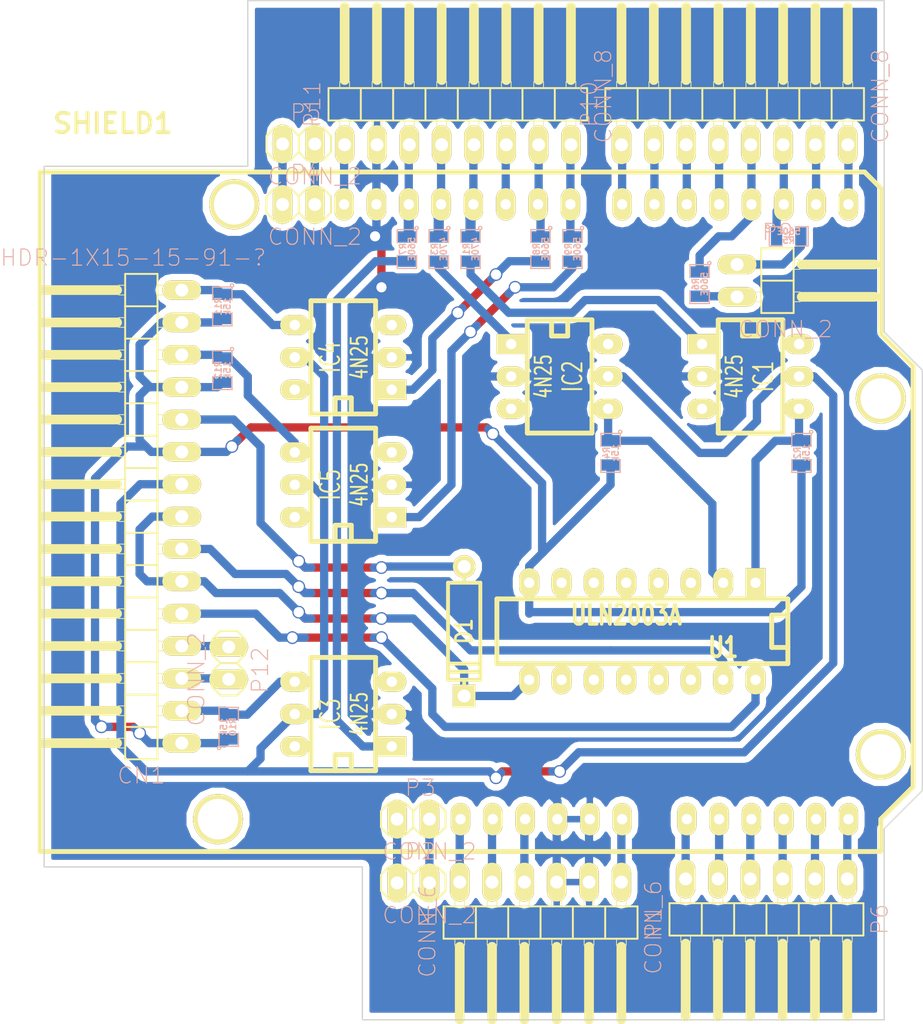
<source format=kicad_pcb>
(kicad_pcb (version 3) (host pcbnew "(2013-07-07 BZR 4022)-stable")

  (general
    (links 85)
    (no_connects 0)
    (area 145.412662 103.879999 219.050001 184.620001)
    (thickness 1.6)
    (drawings 12)
    (tracks 344)
    (zones 0)
    (modules 31)
    (nets 61)
  )

  (page A3)
  (layers
    (15 F.Cu signal)
    (0 B.Cu signal)
    (16 B.Adhes user)
    (17 F.Adhes user)
    (18 B.Paste user)
    (19 F.Paste user)
    (20 B.SilkS user)
    (21 F.SilkS user)
    (22 B.Mask user)
    (23 F.Mask user)
    (24 Dwgs.User user)
    (25 Cmts.User user)
    (26 Eco1.User user)
    (27 Eco2.User user)
    (28 Edge.Cuts user)
  )

  (setup
    (last_trace_width 0.65)
    (trace_clearance 0.254)
    (zone_clearance 0.508)
    (zone_45_only no)
    (trace_min 0.254)
    (segment_width 0.2)
    (edge_width 0.1)
    (via_size 1)
    (via_drill 0.8)
    (via_min_size 0.889)
    (via_min_drill 0.508)
    (uvia_size 0.508)
    (uvia_drill 0.127)
    (uvias_allowed no)
    (uvia_min_size 0.508)
    (uvia_min_drill 0.127)
    (pcb_text_width 0.3)
    (pcb_text_size 1.5 1.5)
    (mod_edge_width 0.15)
    (mod_text_size 1 1)
    (mod_text_width 0.15)
    (pad_size 1.5 1.5)
    (pad_drill 0.6)
    (pad_to_mask_clearance 0)
    (aux_axis_origin 0 0)
    (visible_elements 7FFFFFFF)
    (pcbplotparams
      (layerselection 271613953)
      (usegerberextensions true)
      (excludeedgelayer true)
      (linewidth 0.150000)
      (plotframeref false)
      (viasonmask false)
      (mode 1)
      (useauxorigin false)
      (hpglpennumber 1)
      (hpglpenspeed 20)
      (hpglpendiameter 15)
      (hpglpenoverlay 2)
      (psnegative false)
      (psa4output false)
      (plotreference true)
      (plotvalue true)
      (plotothertext true)
      (plotinvisibletext false)
      (padsonsilk false)
      (subtractmaskfromsilk false)
      (outputformat 1)
      (mirror false)
      (drillshape 0)
      (scaleselection 1)
      (outputdirectory ""))
  )

  (net 0 "")
  (net 1 "12 V")
  (net 2 3V3)
  (net 3 5V)
  (net 4 A0)
  (net 5 A1)
  (net 6 A2)
  (net 7 A3)
  (net 8 A4)
  (net 9 A5)
  (net 10 AGND)
  (net 11 AREF)
  (net 12 D0)
  (net 13 D1)
  (net 14 D10)
  (net 15 D11)
  (net 16 D12)
  (net 17 D13)
  (net 18 D2)
  (net 19 D3)
  (net 20 D4)
  (net 21 D5)
  (net 22 D6)
  (net 23 D7)
  (net 24 D8)
  (net 25 D9)
  (net 26 DGND)
  (net 27 "EX 5 V")
  (net 28 N-0000010)
  (net 29 N-0000016)
  (net 30 N-0000017)
  (net 31 N-0000018)
  (net 32 N-0000019)
  (net 33 N-0000020)
  (net 34 N-0000021)
  (net 35 N-0000023)
  (net 36 N-0000024)
  (net 37 N-000003)
  (net 38 N-0000037)
  (net 39 N-0000038)
  (net 40 N-0000039)
  (net 41 N-000004)
  (net 42 N-0000040)
  (net 43 N-0000043)
  (net 44 N-0000046)
  (net 45 N-0000048)
  (net 46 N-000005)
  (net 47 N-000006)
  (net 48 N-000007)
  (net 49 RST)
  (net 50 Solenoid1_1)
  (net 51 Solenoid1_2)
  (net 52 Solenoid2_2)
  (net 53 Spare1)
  (net 54 Spare2)
  (net 55 Tone1)
  (net 56 Tone2)
  (net 57 Tone3)
  (net 58 ULN_IN1)
  (net 59 ULN_IN2)
  (net 60 V_IN)

  (net_class Default "This is the default net class."
    (clearance 0.254)
    (trace_width 0.65)
    (via_dia 1)
    (via_drill 0.8)
    (uvia_dia 0.508)
    (uvia_drill 0.127)
    (add_net "")
    (add_net "12 V")
    (add_net 3V3)
    (add_net 5V)
    (add_net A0)
    (add_net A1)
    (add_net A2)
    (add_net A3)
    (add_net A4)
    (add_net A5)
    (add_net AGND)
    (add_net AREF)
    (add_net D0)
    (add_net D1)
    (add_net D10)
    (add_net D11)
    (add_net D12)
    (add_net D13)
    (add_net D2)
    (add_net D3)
    (add_net D4)
    (add_net D5)
    (add_net D6)
    (add_net D7)
    (add_net D8)
    (add_net D9)
    (add_net DGND)
    (add_net "EX 5 V")
    (add_net N-0000010)
    (add_net N-0000016)
    (add_net N-0000017)
    (add_net N-0000018)
    (add_net N-0000019)
    (add_net N-0000020)
    (add_net N-0000021)
    (add_net N-0000023)
    (add_net N-0000024)
    (add_net N-000003)
    (add_net N-0000037)
    (add_net N-0000038)
    (add_net N-0000039)
    (add_net N-000004)
    (add_net N-0000040)
    (add_net N-0000043)
    (add_net N-0000046)
    (add_net N-0000048)
    (add_net N-000005)
    (add_net N-000006)
    (add_net N-000007)
    (add_net RST)
    (add_net Solenoid1_1)
    (add_net Solenoid1_2)
    (add_net Solenoid2_2)
    (add_net Spare1)
    (add_net Spare2)
    (add_net Tone1)
    (add_net Tone2)
    (add_net Tone3)
    (add_net ULN_IN1)
    (add_net ULN_IN2)
    (add_net V_IN)
  )

  (module SM0805 (layer B.Cu) (tedit 5091495C) (tstamp 5C3F13D3)
    (at 209.5 139.5 270)
    (path /5C3EFA73)
    (attr smd)
    (fp_text reference R2 (at 0 0.3175 270) (layer B.SilkS)
      (effects (font (size 0.50038 0.50038) (thickness 0.10922)) (justify mirror))
    )
    (fp_text value 15k (at 0 -0.381 270) (layer B.SilkS)
      (effects (font (size 0.50038 0.50038) (thickness 0.10922)) (justify mirror))
    )
    (fp_circle (center -1.651 -0.762) (end -1.651 -0.635) (layer B.SilkS) (width 0.09906))
    (fp_line (start -0.508 -0.762) (end -1.524 -0.762) (layer B.SilkS) (width 0.09906))
    (fp_line (start -1.524 -0.762) (end -1.524 0.762) (layer B.SilkS) (width 0.09906))
    (fp_line (start -1.524 0.762) (end -0.508 0.762) (layer B.SilkS) (width 0.09906))
    (fp_line (start 0.508 0.762) (end 1.524 0.762) (layer B.SilkS) (width 0.09906))
    (fp_line (start 1.524 0.762) (end 1.524 -0.762) (layer B.SilkS) (width 0.09906))
    (fp_line (start 1.524 -0.762) (end 0.508 -0.762) (layer B.SilkS) (width 0.09906))
    (pad 1 smd rect (at -0.9525 0 270) (size 0.889 1.397)
      (layers B.Cu B.Paste B.Mask)
      (net 58 ULN_IN1)
    )
    (pad 2 smd rect (at 0.9525 0 270) (size 0.889 1.397)
      (layers B.Cu B.Paste B.Mask)
      (net 10 AGND)
    )
    (model smd/chip_cms.wrl
      (at (xyz 0 0 0))
      (scale (xyz 0.1 0.1 0.1))
      (rotate (xyz 0 0 0))
    )
  )

  (module SM0805 (layer B.Cu) (tedit 5091495C) (tstamp 5C3F13ED)
    (at 164 133 270)
    (path /5C3F0BA2)
    (attr smd)
    (fp_text reference R12 (at 0 0.3175 270) (layer B.SilkS)
      (effects (font (size 0.50038 0.50038) (thickness 0.10922)) (justify mirror))
    )
    (fp_text value 15k (at 0 -0.381 270) (layer B.SilkS)
      (effects (font (size 0.50038 0.50038) (thickness 0.10922)) (justify mirror))
    )
    (fp_circle (center -1.651 -0.762) (end -1.651 -0.635) (layer B.SilkS) (width 0.09906))
    (fp_line (start -0.508 -0.762) (end -1.524 -0.762) (layer B.SilkS) (width 0.09906))
    (fp_line (start -1.524 -0.762) (end -1.524 0.762) (layer B.SilkS) (width 0.09906))
    (fp_line (start -1.524 0.762) (end -0.508 0.762) (layer B.SilkS) (width 0.09906))
    (fp_line (start 0.508 0.762) (end 1.524 0.762) (layer B.SilkS) (width 0.09906))
    (fp_line (start 1.524 0.762) (end 1.524 -0.762) (layer B.SilkS) (width 0.09906))
    (fp_line (start 1.524 -0.762) (end 0.508 -0.762) (layer B.SilkS) (width 0.09906))
    (pad 1 smd rect (at -0.9525 0 270) (size 0.889 1.397)
      (layers B.Cu B.Paste B.Mask)
      (net 56 Tone2)
    )
    (pad 2 smd rect (at 0.9525 0 270) (size 0.889 1.397)
      (layers B.Cu B.Paste B.Mask)
      (net 10 AGND)
    )
    (model smd/chip_cms.wrl
      (at (xyz 0 0 0))
      (scale (xyz 0.1 0.1 0.1))
      (rotate (xyz 0 0 0))
    )
  )

  (module SM0805 (layer B.Cu) (tedit 5091495C) (tstamp 5C3F1E26)
    (at 164 128 270)
    (path /5C3F0A84)
    (attr smd)
    (fp_text reference R11 (at 0 0.3175 270) (layer B.SilkS)
      (effects (font (size 0.50038 0.50038) (thickness 0.10922)) (justify mirror))
    )
    (fp_text value 15k (at 0 -0.381 270) (layer B.SilkS)
      (effects (font (size 0.50038 0.50038) (thickness 0.10922)) (justify mirror))
    )
    (fp_circle (center -1.651 -0.762) (end -1.651 -0.635) (layer B.SilkS) (width 0.09906))
    (fp_line (start -0.508 -0.762) (end -1.524 -0.762) (layer B.SilkS) (width 0.09906))
    (fp_line (start -1.524 -0.762) (end -1.524 0.762) (layer B.SilkS) (width 0.09906))
    (fp_line (start -1.524 0.762) (end -0.508 0.762) (layer B.SilkS) (width 0.09906))
    (fp_line (start 0.508 0.762) (end 1.524 0.762) (layer B.SilkS) (width 0.09906))
    (fp_line (start 1.524 0.762) (end 1.524 -0.762) (layer B.SilkS) (width 0.09906))
    (fp_line (start 1.524 -0.762) (end 0.508 -0.762) (layer B.SilkS) (width 0.09906))
    (pad 1 smd rect (at -0.9525 0 270) (size 0.889 1.397)
      (layers B.Cu B.Paste B.Mask)
      (net 55 Tone1)
    )
    (pad 2 smd rect (at 0.9525 0 270) (size 0.889 1.397)
      (layers B.Cu B.Paste B.Mask)
      (net 10 AGND)
    )
    (model smd/chip_cms.wrl
      (at (xyz 0 0 0))
      (scale (xyz 0.1 0.1 0.1))
      (rotate (xyz 0 0 0))
    )
  )

  (module SM0805 (layer B.Cu) (tedit 5091495C) (tstamp 5C3F1407)
    (at 194.5 139.5 270)
    (path /5C3EFA76)
    (attr smd)
    (fp_text reference R4 (at 0 0.3175 270) (layer B.SilkS)
      (effects (font (size 0.50038 0.50038) (thickness 0.10922)) (justify mirror))
    )
    (fp_text value 15k (at 0 -0.381 270) (layer B.SilkS)
      (effects (font (size 0.50038 0.50038) (thickness 0.10922)) (justify mirror))
    )
    (fp_circle (center -1.651 -0.762) (end -1.651 -0.635) (layer B.SilkS) (width 0.09906))
    (fp_line (start -0.508 -0.762) (end -1.524 -0.762) (layer B.SilkS) (width 0.09906))
    (fp_line (start -1.524 -0.762) (end -1.524 0.762) (layer B.SilkS) (width 0.09906))
    (fp_line (start -1.524 0.762) (end -0.508 0.762) (layer B.SilkS) (width 0.09906))
    (fp_line (start 0.508 0.762) (end 1.524 0.762) (layer B.SilkS) (width 0.09906))
    (fp_line (start 1.524 0.762) (end 1.524 -0.762) (layer B.SilkS) (width 0.09906))
    (fp_line (start 1.524 -0.762) (end 0.508 -0.762) (layer B.SilkS) (width 0.09906))
    (pad 1 smd rect (at -0.9525 0 270) (size 0.889 1.397)
      (layers B.Cu B.Paste B.Mask)
      (net 59 ULN_IN2)
    )
    (pad 2 smd rect (at 0.9525 0 270) (size 0.889 1.397)
      (layers B.Cu B.Paste B.Mask)
      (net 10 AGND)
    )
    (model smd/chip_cms.wrl
      (at (xyz 0 0 0))
      (scale (xyz 0.1 0.1 0.1))
      (rotate (xyz 0 0 0))
    )
  )

  (module SM0805 (layer B.Cu) (tedit 5091495C) (tstamp 5C3F1448)
    (at 164.5 161 90)
    (path /5C3EFA96)
    (attr smd)
    (fp_text reference R10 (at 0 0.3175 90) (layer B.SilkS)
      (effects (font (size 0.50038 0.50038) (thickness 0.10922)) (justify mirror))
    )
    (fp_text value 15k (at 0 -0.381 90) (layer B.SilkS)
      (effects (font (size 0.50038 0.50038) (thickness 0.10922)) (justify mirror))
    )
    (fp_circle (center -1.651 -0.762) (end -1.651 -0.635) (layer B.SilkS) (width 0.09906))
    (fp_line (start -0.508 -0.762) (end -1.524 -0.762) (layer B.SilkS) (width 0.09906))
    (fp_line (start -1.524 -0.762) (end -1.524 0.762) (layer B.SilkS) (width 0.09906))
    (fp_line (start -1.524 0.762) (end -0.508 0.762) (layer B.SilkS) (width 0.09906))
    (fp_line (start 0.508 0.762) (end 1.524 0.762) (layer B.SilkS) (width 0.09906))
    (fp_line (start 1.524 0.762) (end 1.524 -0.762) (layer B.SilkS) (width 0.09906))
    (fp_line (start 1.524 -0.762) (end 0.508 -0.762) (layer B.SilkS) (width 0.09906))
    (pad 1 smd rect (at -0.9525 0 90) (size 0.889 1.397)
      (layers B.Cu B.Paste B.Mask)
      (net 10 AGND)
    )
    (pad 2 smd rect (at 0.9525 0 90) (size 0.889 1.397)
      (layers B.Cu B.Paste B.Mask)
      (net 57 Tone3)
    )
    (model smd/chip_cms.wrl
      (at (xyz 0 0 0))
      (scale (xyz 0.1 0.1 0.1))
      (rotate (xyz 0 0 0))
    )
  )

  (module pinhead-1-1X15/90 (layer F.Cu) (tedit 200000) (tstamp 5C3F152A)
    (at 157 144.5 90)
    (descr "PIN HEADER - 2.54 90°")
    (tags "PIN HEADER - 2.54 90°")
    (path /5C3EFA8D)
    (attr virtual)
    (fp_text reference CN1 (at -20.32 0.635 180) (layer B.SilkS)
      (effects (font (size 1.27 1.27) (thickness 0.0889)))
    )
    (fp_text value HDR-1X15-15-91-? (at 20.32 0 180) (layer B.SilkS)
      (effects (font (size 1.27 1.27) (thickness 0.0889)))
    )
    (fp_line (start -18.161 -0.635) (end -17.399 -0.635) (layer F.SilkS) (width 0.06604))
    (fp_line (start -17.399 -0.635) (end -17.399 -1.143) (layer F.SilkS) (width 0.06604))
    (fp_line (start -18.161 -1.143) (end -17.399 -1.143) (layer F.SilkS) (width 0.06604))
    (fp_line (start -18.161 -0.635) (end -18.161 -1.143) (layer F.SilkS) (width 0.06604))
    (fp_line (start -15.621 -0.635) (end -14.859 -0.635) (layer F.SilkS) (width 0.06604))
    (fp_line (start -14.859 -0.635) (end -14.859 -1.143) (layer F.SilkS) (width 0.06604))
    (fp_line (start -15.621 -1.143) (end -14.859 -1.143) (layer F.SilkS) (width 0.06604))
    (fp_line (start -15.621 -0.635) (end -15.621 -1.143) (layer F.SilkS) (width 0.06604))
    (fp_line (start -13.081 -0.635) (end -12.319 -0.635) (layer F.SilkS) (width 0.06604))
    (fp_line (start -12.319 -0.635) (end -12.319 -1.143) (layer F.SilkS) (width 0.06604))
    (fp_line (start -13.081 -1.143) (end -12.319 -1.143) (layer F.SilkS) (width 0.06604))
    (fp_line (start -13.081 -0.635) (end -13.081 -1.143) (layer F.SilkS) (width 0.06604))
    (fp_line (start -10.541 -0.635) (end -9.779 -0.635) (layer F.SilkS) (width 0.06604))
    (fp_line (start -9.779 -0.635) (end -9.779 -1.143) (layer F.SilkS) (width 0.06604))
    (fp_line (start -10.541 -1.143) (end -9.779 -1.143) (layer F.SilkS) (width 0.06604))
    (fp_line (start -10.541 -0.635) (end -10.541 -1.143) (layer F.SilkS) (width 0.06604))
    (fp_line (start -8.001 -0.635) (end -7.23646 -0.635) (layer F.SilkS) (width 0.06604))
    (fp_line (start -7.23646 -0.635) (end -7.23646 -1.143) (layer F.SilkS) (width 0.06604))
    (fp_line (start -8.001 -1.143) (end -7.23646 -1.143) (layer F.SilkS) (width 0.06604))
    (fp_line (start -8.001 -0.635) (end -8.001 -1.143) (layer F.SilkS) (width 0.06604))
    (fp_line (start -5.461 -0.635) (end -4.699 -0.635) (layer F.SilkS) (width 0.06604))
    (fp_line (start -4.699 -0.635) (end -4.699 -1.143) (layer F.SilkS) (width 0.06604))
    (fp_line (start -5.461 -1.143) (end -4.699 -1.143) (layer F.SilkS) (width 0.06604))
    (fp_line (start -5.461 -0.635) (end -5.461 -1.143) (layer F.SilkS) (width 0.06604))
    (fp_line (start -2.921 -0.635) (end -2.159 -0.635) (layer F.SilkS) (width 0.06604))
    (fp_line (start -2.159 -0.635) (end -2.159 -1.143) (layer F.SilkS) (width 0.06604))
    (fp_line (start -2.921 -1.143) (end -2.159 -1.143) (layer F.SilkS) (width 0.06604))
    (fp_line (start -2.921 -0.635) (end -2.921 -1.143) (layer F.SilkS) (width 0.06604))
    (fp_line (start -0.381 -0.635) (end 0.381 -0.635) (layer F.SilkS) (width 0.06604))
    (fp_line (start 0.381 -0.635) (end 0.381 -1.143) (layer F.SilkS) (width 0.06604))
    (fp_line (start -0.381 -1.143) (end 0.381 -1.143) (layer F.SilkS) (width 0.06604))
    (fp_line (start -0.381 -0.635) (end -0.381 -1.143) (layer F.SilkS) (width 0.06604))
    (fp_line (start 2.159 -0.635) (end 2.921 -0.635) (layer F.SilkS) (width 0.06604))
    (fp_line (start 2.921 -0.635) (end 2.921 -1.143) (layer F.SilkS) (width 0.06604))
    (fp_line (start 2.159 -1.143) (end 2.921 -1.143) (layer F.SilkS) (width 0.06604))
    (fp_line (start 2.159 -0.635) (end 2.159 -1.143) (layer F.SilkS) (width 0.06604))
    (fp_line (start 4.699 -0.635) (end 5.461 -0.635) (layer F.SilkS) (width 0.06604))
    (fp_line (start 5.461 -0.635) (end 5.461 -1.143) (layer F.SilkS) (width 0.06604))
    (fp_line (start 4.699 -1.143) (end 5.461 -1.143) (layer F.SilkS) (width 0.06604))
    (fp_line (start 4.699 -0.635) (end 4.699 -1.143) (layer F.SilkS) (width 0.06604))
    (fp_line (start 7.23646 -0.635) (end 8.001 -0.635) (layer F.SilkS) (width 0.06604))
    (fp_line (start 8.001 -0.635) (end 8.001 -1.143) (layer F.SilkS) (width 0.06604))
    (fp_line (start 7.23646 -1.143) (end 8.001 -1.143) (layer F.SilkS) (width 0.06604))
    (fp_line (start 7.23646 -0.635) (end 7.23646 -1.143) (layer F.SilkS) (width 0.06604))
    (fp_line (start 9.779 -0.635) (end 10.541 -0.635) (layer F.SilkS) (width 0.06604))
    (fp_line (start 10.541 -0.635) (end 10.541 -1.143) (layer F.SilkS) (width 0.06604))
    (fp_line (start 9.779 -1.143) (end 10.541 -1.143) (layer F.SilkS) (width 0.06604))
    (fp_line (start 9.779 -0.635) (end 9.779 -1.143) (layer F.SilkS) (width 0.06604))
    (fp_line (start 12.319 -0.635) (end 13.081 -0.635) (layer F.SilkS) (width 0.06604))
    (fp_line (start 13.081 -0.635) (end 13.081 -1.143) (layer F.SilkS) (width 0.06604))
    (fp_line (start 12.319 -1.143) (end 13.081 -1.143) (layer F.SilkS) (width 0.06604))
    (fp_line (start 12.319 -0.635) (end 12.319 -1.143) (layer F.SilkS) (width 0.06604))
    (fp_line (start 14.859 -0.635) (end 15.621 -0.635) (layer F.SilkS) (width 0.06604))
    (fp_line (start 15.621 -0.635) (end 15.621 -1.143) (layer F.SilkS) (width 0.06604))
    (fp_line (start 14.859 -1.143) (end 15.621 -1.143) (layer F.SilkS) (width 0.06604))
    (fp_line (start 14.859 -0.635) (end 14.859 -1.143) (layer F.SilkS) (width 0.06604))
    (fp_line (start 17.399 -0.635) (end 18.161 -0.635) (layer F.SilkS) (width 0.06604))
    (fp_line (start 18.161 -0.635) (end 18.161 -1.143) (layer F.SilkS) (width 0.06604))
    (fp_line (start 17.399 -1.143) (end 18.161 -1.143) (layer F.SilkS) (width 0.06604))
    (fp_line (start 17.399 -0.635) (end 17.399 -1.143) (layer F.SilkS) (width 0.06604))
    (fp_line (start -18.161 2.921) (end -17.399 2.921) (layer F.SilkS) (width 0.06604))
    (fp_line (start -17.399 2.921) (end -17.399 1.905) (layer F.SilkS) (width 0.06604))
    (fp_line (start -18.161 1.905) (end -17.399 1.905) (layer F.SilkS) (width 0.06604))
    (fp_line (start -18.161 2.921) (end -18.161 1.905) (layer F.SilkS) (width 0.06604))
    (fp_line (start -15.621 2.921) (end -14.859 2.921) (layer F.SilkS) (width 0.06604))
    (fp_line (start -14.859 2.921) (end -14.859 1.905) (layer F.SilkS) (width 0.06604))
    (fp_line (start -15.621 1.905) (end -14.859 1.905) (layer F.SilkS) (width 0.06604))
    (fp_line (start -15.621 2.921) (end -15.621 1.905) (layer F.SilkS) (width 0.06604))
    (fp_line (start -13.081 2.921) (end -12.319 2.921) (layer F.SilkS) (width 0.06604))
    (fp_line (start -12.319 2.921) (end -12.319 1.905) (layer F.SilkS) (width 0.06604))
    (fp_line (start -13.081 1.905) (end -12.319 1.905) (layer F.SilkS) (width 0.06604))
    (fp_line (start -13.081 2.921) (end -13.081 1.905) (layer F.SilkS) (width 0.06604))
    (fp_line (start -10.541 2.921) (end -9.779 2.921) (layer F.SilkS) (width 0.06604))
    (fp_line (start -9.779 2.921) (end -9.779 1.905) (layer F.SilkS) (width 0.06604))
    (fp_line (start -10.541 1.905) (end -9.779 1.905) (layer F.SilkS) (width 0.06604))
    (fp_line (start -10.541 2.921) (end -10.541 1.905) (layer F.SilkS) (width 0.06604))
    (fp_line (start -8.001 2.921) (end -7.23646 2.921) (layer F.SilkS) (width 0.06604))
    (fp_line (start -7.23646 2.921) (end -7.23646 1.905) (layer F.SilkS) (width 0.06604))
    (fp_line (start -8.001 1.905) (end -7.23646 1.905) (layer F.SilkS) (width 0.06604))
    (fp_line (start -8.001 2.921) (end -8.001 1.905) (layer F.SilkS) (width 0.06604))
    (fp_line (start -5.461 2.921) (end -4.699 2.921) (layer F.SilkS) (width 0.06604))
    (fp_line (start -4.699 2.921) (end -4.699 1.905) (layer F.SilkS) (width 0.06604))
    (fp_line (start -5.461 1.905) (end -4.699 1.905) (layer F.SilkS) (width 0.06604))
    (fp_line (start -5.461 2.921) (end -5.461 1.905) (layer F.SilkS) (width 0.06604))
    (fp_line (start -2.921 2.921) (end -2.159 2.921) (layer F.SilkS) (width 0.06604))
    (fp_line (start -2.159 2.921) (end -2.159 1.905) (layer F.SilkS) (width 0.06604))
    (fp_line (start -2.921 1.905) (end -2.159 1.905) (layer F.SilkS) (width 0.06604))
    (fp_line (start -2.921 2.921) (end -2.921 1.905) (layer F.SilkS) (width 0.06604))
    (fp_line (start -0.381 2.921) (end 0.381 2.921) (layer F.SilkS) (width 0.06604))
    (fp_line (start 0.381 2.921) (end 0.381 1.905) (layer F.SilkS) (width 0.06604))
    (fp_line (start -0.381 1.905) (end 0.381 1.905) (layer F.SilkS) (width 0.06604))
    (fp_line (start -0.381 2.921) (end -0.381 1.905) (layer F.SilkS) (width 0.06604))
    (fp_line (start 2.159 2.921) (end 2.921 2.921) (layer F.SilkS) (width 0.06604))
    (fp_line (start 2.921 2.921) (end 2.921 1.905) (layer F.SilkS) (width 0.06604))
    (fp_line (start 2.159 1.905) (end 2.921 1.905) (layer F.SilkS) (width 0.06604))
    (fp_line (start 2.159 2.921) (end 2.159 1.905) (layer F.SilkS) (width 0.06604))
    (fp_line (start 4.699 2.921) (end 5.461 2.921) (layer F.SilkS) (width 0.06604))
    (fp_line (start 5.461 2.921) (end 5.461 1.905) (layer F.SilkS) (width 0.06604))
    (fp_line (start 4.699 1.905) (end 5.461 1.905) (layer F.SilkS) (width 0.06604))
    (fp_line (start 4.699 2.921) (end 4.699 1.905) (layer F.SilkS) (width 0.06604))
    (fp_line (start 7.23646 2.921) (end 8.001 2.921) (layer F.SilkS) (width 0.06604))
    (fp_line (start 8.001 2.921) (end 8.001 1.905) (layer F.SilkS) (width 0.06604))
    (fp_line (start 7.23646 1.905) (end 8.001 1.905) (layer F.SilkS) (width 0.06604))
    (fp_line (start 7.23646 2.921) (end 7.23646 1.905) (layer F.SilkS) (width 0.06604))
    (fp_line (start 9.779 2.921) (end 10.541 2.921) (layer F.SilkS) (width 0.06604))
    (fp_line (start 10.541 2.921) (end 10.541 1.905) (layer F.SilkS) (width 0.06604))
    (fp_line (start 9.779 1.905) (end 10.541 1.905) (layer F.SilkS) (width 0.06604))
    (fp_line (start 9.779 2.921) (end 9.779 1.905) (layer F.SilkS) (width 0.06604))
    (fp_line (start 12.319 2.921) (end 13.081 2.921) (layer F.SilkS) (width 0.06604))
    (fp_line (start 13.081 2.921) (end 13.081 1.905) (layer F.SilkS) (width 0.06604))
    (fp_line (start 12.319 1.905) (end 13.081 1.905) (layer F.SilkS) (width 0.06604))
    (fp_line (start 12.319 2.921) (end 12.319 1.905) (layer F.SilkS) (width 0.06604))
    (fp_line (start 14.859 2.921) (end 15.621 2.921) (layer F.SilkS) (width 0.06604))
    (fp_line (start 15.621 2.921) (end 15.621 1.905) (layer F.SilkS) (width 0.06604))
    (fp_line (start 14.859 1.905) (end 15.621 1.905) (layer F.SilkS) (width 0.06604))
    (fp_line (start 14.859 2.921) (end 14.859 1.905) (layer F.SilkS) (width 0.06604))
    (fp_line (start 17.399 2.921) (end 18.161 2.921) (layer F.SilkS) (width 0.06604))
    (fp_line (start 18.161 2.921) (end 18.161 1.905) (layer F.SilkS) (width 0.06604))
    (fp_line (start 17.399 1.905) (end 18.161 1.905) (layer F.SilkS) (width 0.06604))
    (fp_line (start 17.399 2.921) (end 17.399 1.905) (layer F.SilkS) (width 0.06604))
    (fp_line (start -19.05 1.905) (end -16.51 1.905) (layer F.SilkS) (width 0.1524))
    (fp_line (start -16.51 1.905) (end -16.51 -0.635) (layer F.SilkS) (width 0.1524))
    (fp_line (start -16.51 -0.635) (end -19.05 -0.635) (layer F.SilkS) (width 0.1524))
    (fp_line (start -19.05 -0.635) (end -19.05 1.905) (layer F.SilkS) (width 0.1524))
    (fp_line (start -17.78 -6.985) (end -17.78 -1.27) (layer F.SilkS) (width 0.762))
    (fp_line (start -16.51 1.905) (end -13.97 1.905) (layer F.SilkS) (width 0.1524))
    (fp_line (start -13.97 1.905) (end -13.97 -0.635) (layer F.SilkS) (width 0.1524))
    (fp_line (start -13.97 -0.635) (end -16.51 -0.635) (layer F.SilkS) (width 0.1524))
    (fp_line (start -15.24 -6.985) (end -15.24 -1.27) (layer F.SilkS) (width 0.762))
    (fp_line (start -13.97 1.905) (end -11.43 1.905) (layer F.SilkS) (width 0.1524))
    (fp_line (start -11.43 1.905) (end -11.43 -0.635) (layer F.SilkS) (width 0.1524))
    (fp_line (start -11.43 -0.635) (end -13.97 -0.635) (layer F.SilkS) (width 0.1524))
    (fp_line (start -12.7 -6.985) (end -12.7 -1.27) (layer F.SilkS) (width 0.762))
    (fp_line (start -11.43 1.905) (end -8.89 1.905) (layer F.SilkS) (width 0.1524))
    (fp_line (start -8.89 1.905) (end -8.89 -0.635) (layer F.SilkS) (width 0.1524))
    (fp_line (start -8.89 -0.635) (end -11.43 -0.635) (layer F.SilkS) (width 0.1524))
    (fp_line (start -10.16 -6.985) (end -10.16 -1.27) (layer F.SilkS) (width 0.762))
    (fp_line (start -8.89 1.905) (end -6.35 1.905) (layer F.SilkS) (width 0.1524))
    (fp_line (start -6.35 1.905) (end -6.35 -0.635) (layer F.SilkS) (width 0.1524))
    (fp_line (start -6.35 -0.635) (end -8.89 -0.635) (layer F.SilkS) (width 0.1524))
    (fp_line (start -7.62 -6.985) (end -7.62 -1.27) (layer F.SilkS) (width 0.762))
    (fp_line (start -6.35 1.905) (end -3.81 1.905) (layer F.SilkS) (width 0.1524))
    (fp_line (start -3.81 1.905) (end -3.81 -0.635) (layer F.SilkS) (width 0.1524))
    (fp_line (start -3.81 -0.635) (end -6.35 -0.635) (layer F.SilkS) (width 0.1524))
    (fp_line (start -5.08 -6.985) (end -5.08 -1.27) (layer F.SilkS) (width 0.762))
    (fp_line (start -3.81 1.905) (end -1.27 1.905) (layer F.SilkS) (width 0.1524))
    (fp_line (start -1.27 1.905) (end -1.27 -0.635) (layer F.SilkS) (width 0.1524))
    (fp_line (start -1.27 -0.635) (end -3.81 -0.635) (layer F.SilkS) (width 0.1524))
    (fp_line (start -2.54 -6.985) (end -2.54 -1.27) (layer F.SilkS) (width 0.762))
    (fp_line (start -1.27 1.905) (end 1.27 1.905) (layer F.SilkS) (width 0.1524))
    (fp_line (start 1.27 1.905) (end 1.27 -0.635) (layer F.SilkS) (width 0.1524))
    (fp_line (start 1.27 -0.635) (end -1.27 -0.635) (layer F.SilkS) (width 0.1524))
    (fp_line (start 0 -6.985) (end 0 -1.27) (layer F.SilkS) (width 0.762))
    (fp_line (start 1.27 1.905) (end 3.81 1.905) (layer F.SilkS) (width 0.1524))
    (fp_line (start 3.81 1.905) (end 3.81 -0.635) (layer F.SilkS) (width 0.1524))
    (fp_line (start 3.81 -0.635) (end 1.27 -0.635) (layer F.SilkS) (width 0.1524))
    (fp_line (start 2.54 -6.985) (end 2.54 -1.27) (layer F.SilkS) (width 0.762))
    (fp_line (start 3.81 1.905) (end 6.35 1.905) (layer F.SilkS) (width 0.1524))
    (fp_line (start 6.35 1.905) (end 6.35 -0.635) (layer F.SilkS) (width 0.1524))
    (fp_line (start 6.35 -0.635) (end 3.81 -0.635) (layer F.SilkS) (width 0.1524))
    (fp_line (start 5.08 -6.985) (end 5.08 -1.27) (layer F.SilkS) (width 0.762))
    (fp_line (start 6.35 1.905) (end 8.89 1.905) (layer F.SilkS) (width 0.1524))
    (fp_line (start 8.89 1.905) (end 8.89 -0.635) (layer F.SilkS) (width 0.1524))
    (fp_line (start 8.89 -0.635) (end 6.35 -0.635) (layer F.SilkS) (width 0.1524))
    (fp_line (start 7.62 -6.985) (end 7.62 -1.27) (layer F.SilkS) (width 0.762))
    (fp_line (start 8.89 1.905) (end 11.43 1.905) (layer F.SilkS) (width 0.1524))
    (fp_line (start 11.43 1.905) (end 11.43 -0.635) (layer F.SilkS) (width 0.1524))
    (fp_line (start 11.43 -0.635) (end 8.89 -0.635) (layer F.SilkS) (width 0.1524))
    (fp_line (start 10.16 -6.985) (end 10.16 -1.27) (layer F.SilkS) (width 0.762))
    (fp_line (start 11.43 1.905) (end 13.97 1.905) (layer F.SilkS) (width 0.1524))
    (fp_line (start 13.97 1.905) (end 13.97 -0.635) (layer F.SilkS) (width 0.1524))
    (fp_line (start 13.97 -0.635) (end 11.43 -0.635) (layer F.SilkS) (width 0.1524))
    (fp_line (start 12.7 -6.985) (end 12.7 -1.27) (layer F.SilkS) (width 0.762))
    (fp_line (start 13.97 1.905) (end 16.51 1.905) (layer F.SilkS) (width 0.1524))
    (fp_line (start 16.51 1.905) (end 16.51 -0.635) (layer F.SilkS) (width 0.1524))
    (fp_line (start 16.51 -0.635) (end 13.97 -0.635) (layer F.SilkS) (width 0.1524))
    (fp_line (start 15.24 -6.985) (end 15.24 -1.27) (layer F.SilkS) (width 0.762))
    (fp_line (start 16.51 1.905) (end 19.05 1.905) (layer F.SilkS) (width 0.1524))
    (fp_line (start 19.05 1.905) (end 19.05 -0.635) (layer F.SilkS) (width 0.1524))
    (fp_line (start 19.05 -0.635) (end 16.51 -0.635) (layer F.SilkS) (width 0.1524))
    (fp_line (start 17.78 -6.985) (end 17.78 -1.27) (layer F.SilkS) (width 0.762))
    (pad 1 thru_hole oval (at -17.78 3.81 90) (size 1.524 3.048) (drill 1.016)
      (layers *.Cu F.Paste F.SilkS F.Mask)
      (net 10 AGND)
    )
    (pad 2 thru_hole oval (at -15.24 3.81 90) (size 1.524 3.048) (drill 1.016)
      (layers *.Cu F.Paste F.SilkS F.Mask)
      (net 57 Tone3)
    )
    (pad 3 thru_hole oval (at -12.7 3.81 90) (size 1.524 3.048) (drill 1.016)
      (layers *.Cu F.Paste F.SilkS F.Mask)
      (net 54 Spare2)
    )
    (pad 4 thru_hole oval (at -10.16 3.81 90) (size 1.524 3.048) (drill 1.016)
      (layers *.Cu F.Paste F.SilkS F.Mask)
      (net 53 Spare1)
    )
    (pad 5 thru_hole oval (at -7.62 3.81 90) (size 1.524 3.048) (drill 1.016)
      (layers *.Cu F.Paste F.SilkS F.Mask)
      (net 52 Solenoid2_2)
    )
    (pad 6 thru_hole oval (at -5.08 3.81 90) (size 1.524 3.048) (drill 1.016)
      (layers *.Cu F.Paste F.SilkS F.Mask)
      (net 50 Solenoid1_1)
    )
    (pad 7 thru_hole oval (at -2.54 3.81 90) (size 1.524 3.048) (drill 1.016)
      (layers *.Cu F.Paste F.SilkS F.Mask)
      (net 51 Solenoid1_2)
    )
    (pad 8 thru_hole oval (at 0 3.81 90) (size 1.524 3.048) (drill 1.016)
      (layers *.Cu F.Paste F.SilkS F.Mask)
      (net 50 Solenoid1_1)
    )
    (pad 9 thru_hole oval (at 2.54 3.81 90) (size 1.524 3.048) (drill 1.016)
      (layers *.Cu F.Paste F.SilkS F.Mask)
      (net 27 "EX 5 V")
    )
    (pad 10 thru_hole oval (at 5.08 3.81 90) (size 1.524 3.048) (drill 1.016)
      (layers *.Cu F.Paste F.SilkS F.Mask)
      (net 10 AGND)
    )
    (pad 11 thru_hole oval (at 7.62 3.81 90) (size 1.524 3.048) (drill 1.016)
      (layers *.Cu F.Paste F.SilkS F.Mask)
      (net 1 "12 V")
    )
    (pad 12 thru_hole oval (at 10.16 3.81 90) (size 1.524 3.048) (drill 1.016)
      (layers *.Cu F.Paste F.SilkS F.Mask)
      (net 10 AGND)
    )
    (pad 13 thru_hole oval (at 12.7 3.81 90) (size 1.524 3.048) (drill 1.016)
      (layers *.Cu F.Paste F.SilkS F.Mask)
      (net 56 Tone2)
    )
    (pad 14 thru_hole oval (at 15.24 3.81 90) (size 1.524 3.048) (drill 1.016)
      (layers *.Cu F.Paste F.SilkS F.Mask)
      (net 10 AGND)
    )
    (pad 15 thru_hole oval (at 17.78 3.81 90) (size 1.524 3.048) (drill 1.016)
      (layers *.Cu F.Paste F.SilkS F.Mask)
      (net 55 Tone1)
    )
  )

  (module pinhead-1-1X08/90 (layer F.Cu) (tedit 200000) (tstamp 5C3F1597)
    (at 204.25 111.5)
    (descr "PIN HEADER - 2.54 90°")
    (tags "PIN HEADER - 2.54 90°")
    (path /5C3EFA87)
    (attr virtual)
    (fp_text reference P10 (at -11.43 0.635 90) (layer B.SilkS)
      (effects (font (size 1.27 1.27) (thickness 0.0889)))
    )
    (fp_text value CONN_8 (at 11.43 0 90) (layer B.SilkS)
      (effects (font (size 1.27 1.27) (thickness 0.0889)))
    )
    (fp_line (start -9.271 -0.635) (end -8.509 -0.635) (layer F.SilkS) (width 0.06604))
    (fp_line (start -8.509 -0.635) (end -8.509 -1.143) (layer F.SilkS) (width 0.06604))
    (fp_line (start -9.271 -1.143) (end -8.509 -1.143) (layer F.SilkS) (width 0.06604))
    (fp_line (start -9.271 -0.635) (end -9.271 -1.143) (layer F.SilkS) (width 0.06604))
    (fp_line (start -6.731 -0.635) (end -5.969 -0.635) (layer F.SilkS) (width 0.06604))
    (fp_line (start -5.969 -0.635) (end -5.969 -1.143) (layer F.SilkS) (width 0.06604))
    (fp_line (start -6.731 -1.143) (end -5.969 -1.143) (layer F.SilkS) (width 0.06604))
    (fp_line (start -6.731 -0.635) (end -6.731 -1.143) (layer F.SilkS) (width 0.06604))
    (fp_line (start -4.191 -0.635) (end -3.429 -0.635) (layer F.SilkS) (width 0.06604))
    (fp_line (start -3.429 -0.635) (end -3.429 -1.143) (layer F.SilkS) (width 0.06604))
    (fp_line (start -4.191 -1.143) (end -3.429 -1.143) (layer F.SilkS) (width 0.06604))
    (fp_line (start -4.191 -0.635) (end -4.191 -1.143) (layer F.SilkS) (width 0.06604))
    (fp_line (start -1.651 -0.635) (end -0.889 -0.635) (layer F.SilkS) (width 0.06604))
    (fp_line (start -0.889 -0.635) (end -0.889 -1.143) (layer F.SilkS) (width 0.06604))
    (fp_line (start -1.651 -1.143) (end -0.889 -1.143) (layer F.SilkS) (width 0.06604))
    (fp_line (start -1.651 -0.635) (end -1.651 -1.143) (layer F.SilkS) (width 0.06604))
    (fp_line (start 0.889 -0.635) (end 1.651 -0.635) (layer F.SilkS) (width 0.06604))
    (fp_line (start 1.651 -0.635) (end 1.651 -1.143) (layer F.SilkS) (width 0.06604))
    (fp_line (start 0.889 -1.143) (end 1.651 -1.143) (layer F.SilkS) (width 0.06604))
    (fp_line (start 0.889 -0.635) (end 0.889 -1.143) (layer F.SilkS) (width 0.06604))
    (fp_line (start 3.429 -0.635) (end 4.191 -0.635) (layer F.SilkS) (width 0.06604))
    (fp_line (start 4.191 -0.635) (end 4.191 -1.143) (layer F.SilkS) (width 0.06604))
    (fp_line (start 3.429 -1.143) (end 4.191 -1.143) (layer F.SilkS) (width 0.06604))
    (fp_line (start 3.429 -0.635) (end 3.429 -1.143) (layer F.SilkS) (width 0.06604))
    (fp_line (start 5.969 -0.635) (end 6.731 -0.635) (layer F.SilkS) (width 0.06604))
    (fp_line (start 6.731 -0.635) (end 6.731 -1.143) (layer F.SilkS) (width 0.06604))
    (fp_line (start 5.969 -1.143) (end 6.731 -1.143) (layer F.SilkS) (width 0.06604))
    (fp_line (start 5.969 -0.635) (end 5.969 -1.143) (layer F.SilkS) (width 0.06604))
    (fp_line (start 8.509 -0.635) (end 9.271 -0.635) (layer F.SilkS) (width 0.06604))
    (fp_line (start 9.271 -0.635) (end 9.271 -1.143) (layer F.SilkS) (width 0.06604))
    (fp_line (start 8.509 -1.143) (end 9.271 -1.143) (layer F.SilkS) (width 0.06604))
    (fp_line (start 8.509 -0.635) (end 8.509 -1.143) (layer F.SilkS) (width 0.06604))
    (fp_line (start -9.271 2.921) (end -8.509 2.921) (layer F.SilkS) (width 0.06604))
    (fp_line (start -8.509 2.921) (end -8.509 1.905) (layer F.SilkS) (width 0.06604))
    (fp_line (start -9.271 1.905) (end -8.509 1.905) (layer F.SilkS) (width 0.06604))
    (fp_line (start -9.271 2.921) (end -9.271 1.905) (layer F.SilkS) (width 0.06604))
    (fp_line (start -6.731 2.921) (end -5.969 2.921) (layer F.SilkS) (width 0.06604))
    (fp_line (start -5.969 2.921) (end -5.969 1.905) (layer F.SilkS) (width 0.06604))
    (fp_line (start -6.731 1.905) (end -5.969 1.905) (layer F.SilkS) (width 0.06604))
    (fp_line (start -6.731 2.921) (end -6.731 1.905) (layer F.SilkS) (width 0.06604))
    (fp_line (start -4.191 2.921) (end -3.429 2.921) (layer F.SilkS) (width 0.06604))
    (fp_line (start -3.429 2.921) (end -3.429 1.905) (layer F.SilkS) (width 0.06604))
    (fp_line (start -4.191 1.905) (end -3.429 1.905) (layer F.SilkS) (width 0.06604))
    (fp_line (start -4.191 2.921) (end -4.191 1.905) (layer F.SilkS) (width 0.06604))
    (fp_line (start -1.651 2.921) (end -0.889 2.921) (layer F.SilkS) (width 0.06604))
    (fp_line (start -0.889 2.921) (end -0.889 1.905) (layer F.SilkS) (width 0.06604))
    (fp_line (start -1.651 1.905) (end -0.889 1.905) (layer F.SilkS) (width 0.06604))
    (fp_line (start -1.651 2.921) (end -1.651 1.905) (layer F.SilkS) (width 0.06604))
    (fp_line (start 0.889 2.921) (end 1.651 2.921) (layer F.SilkS) (width 0.06604))
    (fp_line (start 1.651 2.921) (end 1.651 1.905) (layer F.SilkS) (width 0.06604))
    (fp_line (start 0.889 1.905) (end 1.651 1.905) (layer F.SilkS) (width 0.06604))
    (fp_line (start 0.889 2.921) (end 0.889 1.905) (layer F.SilkS) (width 0.06604))
    (fp_line (start 3.429 2.921) (end 4.191 2.921) (layer F.SilkS) (width 0.06604))
    (fp_line (start 4.191 2.921) (end 4.191 1.905) (layer F.SilkS) (width 0.06604))
    (fp_line (start 3.429 1.905) (end 4.191 1.905) (layer F.SilkS) (width 0.06604))
    (fp_line (start 3.429 2.921) (end 3.429 1.905) (layer F.SilkS) (width 0.06604))
    (fp_line (start 5.969 2.921) (end 6.731 2.921) (layer F.SilkS) (width 0.06604))
    (fp_line (start 6.731 2.921) (end 6.731 1.905) (layer F.SilkS) (width 0.06604))
    (fp_line (start 5.969 1.905) (end 6.731 1.905) (layer F.SilkS) (width 0.06604))
    (fp_line (start 5.969 2.921) (end 5.969 1.905) (layer F.SilkS) (width 0.06604))
    (fp_line (start 8.509 2.921) (end 9.271 2.921) (layer F.SilkS) (width 0.06604))
    (fp_line (start 9.271 2.921) (end 9.271 1.905) (layer F.SilkS) (width 0.06604))
    (fp_line (start 8.509 1.905) (end 9.271 1.905) (layer F.SilkS) (width 0.06604))
    (fp_line (start 8.509 2.921) (end 8.509 1.905) (layer F.SilkS) (width 0.06604))
    (fp_line (start -10.16 1.905) (end -7.62 1.905) (layer F.SilkS) (width 0.1524))
    (fp_line (start -7.62 1.905) (end -7.62 -0.635) (layer F.SilkS) (width 0.1524))
    (fp_line (start -7.62 -0.635) (end -10.16 -0.635) (layer F.SilkS) (width 0.1524))
    (fp_line (start -10.16 -0.635) (end -10.16 1.905) (layer F.SilkS) (width 0.1524))
    (fp_line (start -8.89 -6.985) (end -8.89 -1.27) (layer F.SilkS) (width 0.762))
    (fp_line (start -7.62 1.905) (end -5.08 1.905) (layer F.SilkS) (width 0.1524))
    (fp_line (start -5.08 1.905) (end -5.08 -0.635) (layer F.SilkS) (width 0.1524))
    (fp_line (start -5.08 -0.635) (end -7.62 -0.635) (layer F.SilkS) (width 0.1524))
    (fp_line (start -6.35 -6.985) (end -6.35 -1.27) (layer F.SilkS) (width 0.762))
    (fp_line (start -5.08 1.905) (end -2.54 1.905) (layer F.SilkS) (width 0.1524))
    (fp_line (start -2.54 1.905) (end -2.54 -0.635) (layer F.SilkS) (width 0.1524))
    (fp_line (start -2.54 -0.635) (end -5.08 -0.635) (layer F.SilkS) (width 0.1524))
    (fp_line (start -3.81 -6.985) (end -3.81 -1.27) (layer F.SilkS) (width 0.762))
    (fp_line (start -2.54 1.905) (end 0 1.905) (layer F.SilkS) (width 0.1524))
    (fp_line (start 0 1.905) (end 0 -0.635) (layer F.SilkS) (width 0.1524))
    (fp_line (start 0 -0.635) (end -2.54 -0.635) (layer F.SilkS) (width 0.1524))
    (fp_line (start -1.27 -6.985) (end -1.27 -1.27) (layer F.SilkS) (width 0.762))
    (fp_line (start 0 1.905) (end 2.54 1.905) (layer F.SilkS) (width 0.1524))
    (fp_line (start 2.54 1.905) (end 2.54 -0.635) (layer F.SilkS) (width 0.1524))
    (fp_line (start 2.54 -0.635) (end 0 -0.635) (layer F.SilkS) (width 0.1524))
    (fp_line (start 1.27 -6.985) (end 1.27 -1.27) (layer F.SilkS) (width 0.762))
    (fp_line (start 2.54 1.905) (end 5.08 1.905) (layer F.SilkS) (width 0.1524))
    (fp_line (start 5.08 1.905) (end 5.08 -0.635) (layer F.SilkS) (width 0.1524))
    (fp_line (start 5.08 -0.635) (end 2.54 -0.635) (layer F.SilkS) (width 0.1524))
    (fp_line (start 3.81 -6.985) (end 3.81 -1.27) (layer F.SilkS) (width 0.762))
    (fp_line (start 5.08 1.905) (end 7.62 1.905) (layer F.SilkS) (width 0.1524))
    (fp_line (start 7.62 1.905) (end 7.62 -0.635) (layer F.SilkS) (width 0.1524))
    (fp_line (start 7.62 -0.635) (end 5.08 -0.635) (layer F.SilkS) (width 0.1524))
    (fp_line (start 6.35 -6.985) (end 6.35 -1.27) (layer F.SilkS) (width 0.762))
    (fp_line (start 7.62 1.905) (end 10.16 1.905) (layer F.SilkS) (width 0.1524))
    (fp_line (start 10.16 1.905) (end 10.16 -0.635) (layer F.SilkS) (width 0.1524))
    (fp_line (start 10.16 -0.635) (end 7.62 -0.635) (layer F.SilkS) (width 0.1524))
    (fp_line (start 8.89 -6.985) (end 8.89 -1.27) (layer F.SilkS) (width 0.762))
    (pad 1 thru_hole oval (at -8.89 3.81) (size 1.524 3.048) (drill 1.016)
      (layers *.Cu F.Paste F.SilkS F.Mask)
      (net 23 D7)
    )
    (pad 2 thru_hole oval (at -6.35 3.81) (size 1.524 3.048) (drill 1.016)
      (layers *.Cu F.Paste F.SilkS F.Mask)
      (net 22 D6)
    )
    (pad 3 thru_hole oval (at -3.81 3.81) (size 1.524 3.048) (drill 1.016)
      (layers *.Cu F.Paste F.SilkS F.Mask)
      (net 21 D5)
    )
    (pad 4 thru_hole oval (at -1.27 3.81) (size 1.524 3.048) (drill 1.016)
      (layers *.Cu F.Paste F.SilkS F.Mask)
      (net 20 D4)
    )
    (pad 5 thru_hole oval (at 1.27 3.81) (size 1.524 3.048) (drill 1.016)
      (layers *.Cu F.Paste F.SilkS F.Mask)
      (net 19 D3)
    )
    (pad 6 thru_hole oval (at 3.81 3.81) (size 1.524 3.048) (drill 1.016)
      (layers *.Cu F.Paste F.SilkS F.Mask)
      (net 18 D2)
    )
    (pad 7 thru_hole oval (at 6.35 3.81) (size 1.524 3.048) (drill 1.016)
      (layers *.Cu F.Paste F.SilkS F.Mask)
      (net 13 D1)
    )
    (pad 8 thru_hole oval (at 8.89 3.81) (size 1.524 3.048) (drill 1.016)
      (layers *.Cu F.Paste F.SilkS F.Mask)
      (net 12 D0)
    )
  )

  (module pinhead-1-1X08/90 (layer F.Cu) (tedit 200000) (tstamp 5C3F1604)
    (at 182.5 111.5)
    (descr "PIN HEADER - 2.54 90°")
    (tags "PIN HEADER - 2.54 90°")
    (path /5C3EFD0C)
    (attr virtual)
    (fp_text reference P11 (at -11.43 0.635 90) (layer B.SilkS)
      (effects (font (size 1.27 1.27) (thickness 0.0889)))
    )
    (fp_text value CONN_8 (at 11.43 0 90) (layer B.SilkS)
      (effects (font (size 1.27 1.27) (thickness 0.0889)))
    )
    (fp_line (start -9.271 -0.635) (end -8.509 -0.635) (layer F.SilkS) (width 0.06604))
    (fp_line (start -8.509 -0.635) (end -8.509 -1.143) (layer F.SilkS) (width 0.06604))
    (fp_line (start -9.271 -1.143) (end -8.509 -1.143) (layer F.SilkS) (width 0.06604))
    (fp_line (start -9.271 -0.635) (end -9.271 -1.143) (layer F.SilkS) (width 0.06604))
    (fp_line (start -6.731 -0.635) (end -5.969 -0.635) (layer F.SilkS) (width 0.06604))
    (fp_line (start -5.969 -0.635) (end -5.969 -1.143) (layer F.SilkS) (width 0.06604))
    (fp_line (start -6.731 -1.143) (end -5.969 -1.143) (layer F.SilkS) (width 0.06604))
    (fp_line (start -6.731 -0.635) (end -6.731 -1.143) (layer F.SilkS) (width 0.06604))
    (fp_line (start -4.191 -0.635) (end -3.429 -0.635) (layer F.SilkS) (width 0.06604))
    (fp_line (start -3.429 -0.635) (end -3.429 -1.143) (layer F.SilkS) (width 0.06604))
    (fp_line (start -4.191 -1.143) (end -3.429 -1.143) (layer F.SilkS) (width 0.06604))
    (fp_line (start -4.191 -0.635) (end -4.191 -1.143) (layer F.SilkS) (width 0.06604))
    (fp_line (start -1.651 -0.635) (end -0.889 -0.635) (layer F.SilkS) (width 0.06604))
    (fp_line (start -0.889 -0.635) (end -0.889 -1.143) (layer F.SilkS) (width 0.06604))
    (fp_line (start -1.651 -1.143) (end -0.889 -1.143) (layer F.SilkS) (width 0.06604))
    (fp_line (start -1.651 -0.635) (end -1.651 -1.143) (layer F.SilkS) (width 0.06604))
    (fp_line (start 0.889 -0.635) (end 1.651 -0.635) (layer F.SilkS) (width 0.06604))
    (fp_line (start 1.651 -0.635) (end 1.651 -1.143) (layer F.SilkS) (width 0.06604))
    (fp_line (start 0.889 -1.143) (end 1.651 -1.143) (layer F.SilkS) (width 0.06604))
    (fp_line (start 0.889 -0.635) (end 0.889 -1.143) (layer F.SilkS) (width 0.06604))
    (fp_line (start 3.429 -0.635) (end 4.191 -0.635) (layer F.SilkS) (width 0.06604))
    (fp_line (start 4.191 -0.635) (end 4.191 -1.143) (layer F.SilkS) (width 0.06604))
    (fp_line (start 3.429 -1.143) (end 4.191 -1.143) (layer F.SilkS) (width 0.06604))
    (fp_line (start 3.429 -0.635) (end 3.429 -1.143) (layer F.SilkS) (width 0.06604))
    (fp_line (start 5.969 -0.635) (end 6.731 -0.635) (layer F.SilkS) (width 0.06604))
    (fp_line (start 6.731 -0.635) (end 6.731 -1.143) (layer F.SilkS) (width 0.06604))
    (fp_line (start 5.969 -1.143) (end 6.731 -1.143) (layer F.SilkS) (width 0.06604))
    (fp_line (start 5.969 -0.635) (end 5.969 -1.143) (layer F.SilkS) (width 0.06604))
    (fp_line (start 8.509 -0.635) (end 9.271 -0.635) (layer F.SilkS) (width 0.06604))
    (fp_line (start 9.271 -0.635) (end 9.271 -1.143) (layer F.SilkS) (width 0.06604))
    (fp_line (start 8.509 -1.143) (end 9.271 -1.143) (layer F.SilkS) (width 0.06604))
    (fp_line (start 8.509 -0.635) (end 8.509 -1.143) (layer F.SilkS) (width 0.06604))
    (fp_line (start -9.271 2.921) (end -8.509 2.921) (layer F.SilkS) (width 0.06604))
    (fp_line (start -8.509 2.921) (end -8.509 1.905) (layer F.SilkS) (width 0.06604))
    (fp_line (start -9.271 1.905) (end -8.509 1.905) (layer F.SilkS) (width 0.06604))
    (fp_line (start -9.271 2.921) (end -9.271 1.905) (layer F.SilkS) (width 0.06604))
    (fp_line (start -6.731 2.921) (end -5.969 2.921) (layer F.SilkS) (width 0.06604))
    (fp_line (start -5.969 2.921) (end -5.969 1.905) (layer F.SilkS) (width 0.06604))
    (fp_line (start -6.731 1.905) (end -5.969 1.905) (layer F.SilkS) (width 0.06604))
    (fp_line (start -6.731 2.921) (end -6.731 1.905) (layer F.SilkS) (width 0.06604))
    (fp_line (start -4.191 2.921) (end -3.429 2.921) (layer F.SilkS) (width 0.06604))
    (fp_line (start -3.429 2.921) (end -3.429 1.905) (layer F.SilkS) (width 0.06604))
    (fp_line (start -4.191 1.905) (end -3.429 1.905) (layer F.SilkS) (width 0.06604))
    (fp_line (start -4.191 2.921) (end -4.191 1.905) (layer F.SilkS) (width 0.06604))
    (fp_line (start -1.651 2.921) (end -0.889 2.921) (layer F.SilkS) (width 0.06604))
    (fp_line (start -0.889 2.921) (end -0.889 1.905) (layer F.SilkS) (width 0.06604))
    (fp_line (start -1.651 1.905) (end -0.889 1.905) (layer F.SilkS) (width 0.06604))
    (fp_line (start -1.651 2.921) (end -1.651 1.905) (layer F.SilkS) (width 0.06604))
    (fp_line (start 0.889 2.921) (end 1.651 2.921) (layer F.SilkS) (width 0.06604))
    (fp_line (start 1.651 2.921) (end 1.651 1.905) (layer F.SilkS) (width 0.06604))
    (fp_line (start 0.889 1.905) (end 1.651 1.905) (layer F.SilkS) (width 0.06604))
    (fp_line (start 0.889 2.921) (end 0.889 1.905) (layer F.SilkS) (width 0.06604))
    (fp_line (start 3.429 2.921) (end 4.191 2.921) (layer F.SilkS) (width 0.06604))
    (fp_line (start 4.191 2.921) (end 4.191 1.905) (layer F.SilkS) (width 0.06604))
    (fp_line (start 3.429 1.905) (end 4.191 1.905) (layer F.SilkS) (width 0.06604))
    (fp_line (start 3.429 2.921) (end 3.429 1.905) (layer F.SilkS) (width 0.06604))
    (fp_line (start 5.969 2.921) (end 6.731 2.921) (layer F.SilkS) (width 0.06604))
    (fp_line (start 6.731 2.921) (end 6.731 1.905) (layer F.SilkS) (width 0.06604))
    (fp_line (start 5.969 1.905) (end 6.731 1.905) (layer F.SilkS) (width 0.06604))
    (fp_line (start 5.969 2.921) (end 5.969 1.905) (layer F.SilkS) (width 0.06604))
    (fp_line (start 8.509 2.921) (end 9.271 2.921) (layer F.SilkS) (width 0.06604))
    (fp_line (start 9.271 2.921) (end 9.271 1.905) (layer F.SilkS) (width 0.06604))
    (fp_line (start 8.509 1.905) (end 9.271 1.905) (layer F.SilkS) (width 0.06604))
    (fp_line (start 8.509 2.921) (end 8.509 1.905) (layer F.SilkS) (width 0.06604))
    (fp_line (start -10.16 1.905) (end -7.62 1.905) (layer F.SilkS) (width 0.1524))
    (fp_line (start -7.62 1.905) (end -7.62 -0.635) (layer F.SilkS) (width 0.1524))
    (fp_line (start -7.62 -0.635) (end -10.16 -0.635) (layer F.SilkS) (width 0.1524))
    (fp_line (start -10.16 -0.635) (end -10.16 1.905) (layer F.SilkS) (width 0.1524))
    (fp_line (start -8.89 -6.985) (end -8.89 -1.27) (layer F.SilkS) (width 0.762))
    (fp_line (start -7.62 1.905) (end -5.08 1.905) (layer F.SilkS) (width 0.1524))
    (fp_line (start -5.08 1.905) (end -5.08 -0.635) (layer F.SilkS) (width 0.1524))
    (fp_line (start -5.08 -0.635) (end -7.62 -0.635) (layer F.SilkS) (width 0.1524))
    (fp_line (start -6.35 -6.985) (end -6.35 -1.27) (layer F.SilkS) (width 0.762))
    (fp_line (start -5.08 1.905) (end -2.54 1.905) (layer F.SilkS) (width 0.1524))
    (fp_line (start -2.54 1.905) (end -2.54 -0.635) (layer F.SilkS) (width 0.1524))
    (fp_line (start -2.54 -0.635) (end -5.08 -0.635) (layer F.SilkS) (width 0.1524))
    (fp_line (start -3.81 -6.985) (end -3.81 -1.27) (layer F.SilkS) (width 0.762))
    (fp_line (start -2.54 1.905) (end 0 1.905) (layer F.SilkS) (width 0.1524))
    (fp_line (start 0 1.905) (end 0 -0.635) (layer F.SilkS) (width 0.1524))
    (fp_line (start 0 -0.635) (end -2.54 -0.635) (layer F.SilkS) (width 0.1524))
    (fp_line (start -1.27 -6.985) (end -1.27 -1.27) (layer F.SilkS) (width 0.762))
    (fp_line (start 0 1.905) (end 2.54 1.905) (layer F.SilkS) (width 0.1524))
    (fp_line (start 2.54 1.905) (end 2.54 -0.635) (layer F.SilkS) (width 0.1524))
    (fp_line (start 2.54 -0.635) (end 0 -0.635) (layer F.SilkS) (width 0.1524))
    (fp_line (start 1.27 -6.985) (end 1.27 -1.27) (layer F.SilkS) (width 0.762))
    (fp_line (start 2.54 1.905) (end 5.08 1.905) (layer F.SilkS) (width 0.1524))
    (fp_line (start 5.08 1.905) (end 5.08 -0.635) (layer F.SilkS) (width 0.1524))
    (fp_line (start 5.08 -0.635) (end 2.54 -0.635) (layer F.SilkS) (width 0.1524))
    (fp_line (start 3.81 -6.985) (end 3.81 -1.27) (layer F.SilkS) (width 0.762))
    (fp_line (start 5.08 1.905) (end 7.62 1.905) (layer F.SilkS) (width 0.1524))
    (fp_line (start 7.62 1.905) (end 7.62 -0.635) (layer F.SilkS) (width 0.1524))
    (fp_line (start 7.62 -0.635) (end 5.08 -0.635) (layer F.SilkS) (width 0.1524))
    (fp_line (start 6.35 -6.985) (end 6.35 -1.27) (layer F.SilkS) (width 0.762))
    (fp_line (start 7.62 1.905) (end 10.16 1.905) (layer F.SilkS) (width 0.1524))
    (fp_line (start 10.16 1.905) (end 10.16 -0.635) (layer F.SilkS) (width 0.1524))
    (fp_line (start 10.16 -0.635) (end 7.62 -0.635) (layer F.SilkS) (width 0.1524))
    (fp_line (start 8.89 -6.985) (end 8.89 -1.27) (layer F.SilkS) (width 0.762))
    (pad 1 thru_hole oval (at -8.89 3.81) (size 1.524 3.048) (drill 1.016)
      (layers *.Cu F.Paste F.SilkS F.Mask)
      (net 11 AREF)
    )
    (pad 2 thru_hole oval (at -6.35 3.81) (size 1.524 3.048) (drill 1.016)
      (layers *.Cu F.Paste F.SilkS F.Mask)
      (net 26 DGND)
    )
    (pad 3 thru_hole oval (at -3.81 3.81) (size 1.524 3.048) (drill 1.016)
      (layers *.Cu F.Paste F.SilkS F.Mask)
      (net 17 D13)
    )
    (pad 4 thru_hole oval (at -1.27 3.81) (size 1.524 3.048) (drill 1.016)
      (layers *.Cu F.Paste F.SilkS F.Mask)
      (net 16 D12)
    )
    (pad 5 thru_hole oval (at 1.27 3.81) (size 1.524 3.048) (drill 1.016)
      (layers *.Cu F.Paste F.SilkS F.Mask)
      (net 15 D11)
    )
    (pad 6 thru_hole oval (at 3.81 3.81) (size 1.524 3.048) (drill 1.016)
      (layers *.Cu F.Paste F.SilkS F.Mask)
      (net 14 D10)
    )
    (pad 7 thru_hole oval (at 6.35 3.81) (size 1.524 3.048) (drill 1.016)
      (layers *.Cu F.Paste F.SilkS F.Mask)
      (net 25 D9)
    )
    (pad 8 thru_hole oval (at 8.89 3.81) (size 1.524 3.048) (drill 1.016)
      (layers *.Cu F.Paste F.SilkS F.Mask)
      (net 24 D8)
    )
  )

  (module pinhead-1-1X06/90 (layer F.Cu) (tedit 200000) (tstamp 5C3F16AA)
    (at 189 177 180)
    (descr "PIN HEADER - 2.54 90°")
    (tags "PIN HEADER - 2.54 90°")
    (path /5C3F096C)
    (attr virtual)
    (fp_text reference P1 (at -8.89 0.635 270) (layer B.SilkS)
      (effects (font (size 1.27 1.27) (thickness 0.0889)))
    )
    (fp_text value CONN_6 (at 8.89 0 270) (layer B.SilkS)
      (effects (font (size 1.27 1.27) (thickness 0.0889)))
    )
    (fp_line (start -6.731 -0.635) (end -5.969 -0.635) (layer F.SilkS) (width 0.06604))
    (fp_line (start -5.969 -0.635) (end -5.969 -1.143) (layer F.SilkS) (width 0.06604))
    (fp_line (start -6.731 -1.143) (end -5.969 -1.143) (layer F.SilkS) (width 0.06604))
    (fp_line (start -6.731 -0.635) (end -6.731 -1.143) (layer F.SilkS) (width 0.06604))
    (fp_line (start -4.191 -0.635) (end -3.429 -0.635) (layer F.SilkS) (width 0.06604))
    (fp_line (start -3.429 -0.635) (end -3.429 -1.143) (layer F.SilkS) (width 0.06604))
    (fp_line (start -4.191 -1.143) (end -3.429 -1.143) (layer F.SilkS) (width 0.06604))
    (fp_line (start -4.191 -0.635) (end -4.191 -1.143) (layer F.SilkS) (width 0.06604))
    (fp_line (start -1.651 -0.635) (end -0.889 -0.635) (layer F.SilkS) (width 0.06604))
    (fp_line (start -0.889 -0.635) (end -0.889 -1.143) (layer F.SilkS) (width 0.06604))
    (fp_line (start -1.651 -1.143) (end -0.889 -1.143) (layer F.SilkS) (width 0.06604))
    (fp_line (start -1.651 -0.635) (end -1.651 -1.143) (layer F.SilkS) (width 0.06604))
    (fp_line (start 0.889 -0.635) (end 1.651 -0.635) (layer F.SilkS) (width 0.06604))
    (fp_line (start 1.651 -0.635) (end 1.651 -1.143) (layer F.SilkS) (width 0.06604))
    (fp_line (start 0.889 -1.143) (end 1.651 -1.143) (layer F.SilkS) (width 0.06604))
    (fp_line (start 0.889 -0.635) (end 0.889 -1.143) (layer F.SilkS) (width 0.06604))
    (fp_line (start 3.429 -0.635) (end 4.191 -0.635) (layer F.SilkS) (width 0.06604))
    (fp_line (start 4.191 -0.635) (end 4.191 -1.143) (layer F.SilkS) (width 0.06604))
    (fp_line (start 3.429 -1.143) (end 4.191 -1.143) (layer F.SilkS) (width 0.06604))
    (fp_line (start 3.429 -0.635) (end 3.429 -1.143) (layer F.SilkS) (width 0.06604))
    (fp_line (start 5.969 -0.635) (end 6.731 -0.635) (layer F.SilkS) (width 0.06604))
    (fp_line (start 6.731 -0.635) (end 6.731 -1.143) (layer F.SilkS) (width 0.06604))
    (fp_line (start 5.969 -1.143) (end 6.731 -1.143) (layer F.SilkS) (width 0.06604))
    (fp_line (start 5.969 -0.635) (end 5.969 -1.143) (layer F.SilkS) (width 0.06604))
    (fp_line (start -6.731 2.921) (end -5.969 2.921) (layer F.SilkS) (width 0.06604))
    (fp_line (start -5.969 2.921) (end -5.969 1.905) (layer F.SilkS) (width 0.06604))
    (fp_line (start -6.731 1.905) (end -5.969 1.905) (layer F.SilkS) (width 0.06604))
    (fp_line (start -6.731 2.921) (end -6.731 1.905) (layer F.SilkS) (width 0.06604))
    (fp_line (start -4.191 2.921) (end -3.429 2.921) (layer F.SilkS) (width 0.06604))
    (fp_line (start -3.429 2.921) (end -3.429 1.905) (layer F.SilkS) (width 0.06604))
    (fp_line (start -4.191 1.905) (end -3.429 1.905) (layer F.SilkS) (width 0.06604))
    (fp_line (start -4.191 2.921) (end -4.191 1.905) (layer F.SilkS) (width 0.06604))
    (fp_line (start -1.651 2.921) (end -0.889 2.921) (layer F.SilkS) (width 0.06604))
    (fp_line (start -0.889 2.921) (end -0.889 1.905) (layer F.SilkS) (width 0.06604))
    (fp_line (start -1.651 1.905) (end -0.889 1.905) (layer F.SilkS) (width 0.06604))
    (fp_line (start -1.651 2.921) (end -1.651 1.905) (layer F.SilkS) (width 0.06604))
    (fp_line (start 0.889 2.921) (end 1.651 2.921) (layer F.SilkS) (width 0.06604))
    (fp_line (start 1.651 2.921) (end 1.651 1.905) (layer F.SilkS) (width 0.06604))
    (fp_line (start 0.889 1.905) (end 1.651 1.905) (layer F.SilkS) (width 0.06604))
    (fp_line (start 0.889 2.921) (end 0.889 1.905) (layer F.SilkS) (width 0.06604))
    (fp_line (start 3.429 2.921) (end 4.191 2.921) (layer F.SilkS) (width 0.06604))
    (fp_line (start 4.191 2.921) (end 4.191 1.905) (layer F.SilkS) (width 0.06604))
    (fp_line (start 3.429 1.905) (end 4.191 1.905) (layer F.SilkS) (width 0.06604))
    (fp_line (start 3.429 2.921) (end 3.429 1.905) (layer F.SilkS) (width 0.06604))
    (fp_line (start 5.969 2.921) (end 6.731 2.921) (layer F.SilkS) (width 0.06604))
    (fp_line (start 6.731 2.921) (end 6.731 1.905) (layer F.SilkS) (width 0.06604))
    (fp_line (start 5.969 1.905) (end 6.731 1.905) (layer F.SilkS) (width 0.06604))
    (fp_line (start 5.969 2.921) (end 5.969 1.905) (layer F.SilkS) (width 0.06604))
    (fp_line (start -7.62 1.905) (end -5.08 1.905) (layer F.SilkS) (width 0.1524))
    (fp_line (start -5.08 1.905) (end -5.08 -0.635) (layer F.SilkS) (width 0.1524))
    (fp_line (start -5.08 -0.635) (end -7.62 -0.635) (layer F.SilkS) (width 0.1524))
    (fp_line (start -7.62 -0.635) (end -7.62 1.905) (layer F.SilkS) (width 0.1524))
    (fp_line (start -6.35 -6.985) (end -6.35 -1.27) (layer F.SilkS) (width 0.762))
    (fp_line (start -5.08 1.905) (end -2.54 1.905) (layer F.SilkS) (width 0.1524))
    (fp_line (start -2.54 1.905) (end -2.54 -0.635) (layer F.SilkS) (width 0.1524))
    (fp_line (start -2.54 -0.635) (end -5.08 -0.635) (layer F.SilkS) (width 0.1524))
    (fp_line (start -3.81 -6.985) (end -3.81 -1.27) (layer F.SilkS) (width 0.762))
    (fp_line (start -2.54 1.905) (end 0 1.905) (layer F.SilkS) (width 0.1524))
    (fp_line (start 0 1.905) (end 0 -0.635) (layer F.SilkS) (width 0.1524))
    (fp_line (start 0 -0.635) (end -2.54 -0.635) (layer F.SilkS) (width 0.1524))
    (fp_line (start -1.27 -6.985) (end -1.27 -1.27) (layer F.SilkS) (width 0.762))
    (fp_line (start 0 1.905) (end 2.54 1.905) (layer F.SilkS) (width 0.1524))
    (fp_line (start 2.54 1.905) (end 2.54 -0.635) (layer F.SilkS) (width 0.1524))
    (fp_line (start 2.54 -0.635) (end 0 -0.635) (layer F.SilkS) (width 0.1524))
    (fp_line (start 1.27 -6.985) (end 1.27 -1.27) (layer F.SilkS) (width 0.762))
    (fp_line (start 2.54 1.905) (end 5.08 1.905) (layer F.SilkS) (width 0.1524))
    (fp_line (start 5.08 1.905) (end 5.08 -0.635) (layer F.SilkS) (width 0.1524))
    (fp_line (start 5.08 -0.635) (end 2.54 -0.635) (layer F.SilkS) (width 0.1524))
    (fp_line (start 3.81 -6.985) (end 3.81 -1.27) (layer F.SilkS) (width 0.762))
    (fp_line (start 5.08 1.905) (end 7.62 1.905) (layer F.SilkS) (width 0.1524))
    (fp_line (start 7.62 1.905) (end 7.62 -0.635) (layer F.SilkS) (width 0.1524))
    (fp_line (start 7.62 -0.635) (end 5.08 -0.635) (layer F.SilkS) (width 0.1524))
    (fp_line (start 6.35 -6.985) (end 6.35 -1.27) (layer F.SilkS) (width 0.762))
    (pad 1 thru_hole oval (at -6.35 3.81 180) (size 1.524 3.048) (drill 1.016)
      (layers *.Cu F.Paste F.SilkS F.Mask)
      (net 60 V_IN)
    )
    (pad 2 thru_hole oval (at -3.81 3.81 180) (size 1.524 3.048) (drill 1.016)
      (layers *.Cu F.Paste F.SilkS F.Mask)
      (net 26 DGND)
    )
    (pad 3 thru_hole oval (at -1.27 3.81 180) (size 1.524 3.048) (drill 1.016)
      (layers *.Cu F.Paste F.SilkS F.Mask)
      (net 26 DGND)
    )
    (pad 4 thru_hole oval (at 1.27 3.81 180) (size 1.524 3.048) (drill 1.016)
      (layers *.Cu F.Paste F.SilkS F.Mask)
      (net 3 5V)
    )
    (pad 5 thru_hole oval (at 3.81 3.81 180) (size 1.524 3.048) (drill 1.016)
      (layers *.Cu F.Paste F.SilkS F.Mask)
      (net 2 3V3)
    )
    (pad 6 thru_hole oval (at 6.35 3.81 180) (size 1.524 3.048) (drill 1.016)
      (layers *.Cu F.Paste F.SilkS F.Mask)
      (net 49 RST)
    )
  )

  (module pinhead-1-1X02/90 (layer F.Cu) (tedit 200000) (tstamp 5C3F17EB)
    (at 208.25 127.25 270)
    (descr "PIN HEADER - 2.54 90°")
    (tags "PIN HEADER - 2.54 90°")
    (path /5C3EFA9B)
    (attr virtual)
    (fp_text reference P9 (at -5.08 0.635 360) (layer B.SilkS)
      (effects (font (size 1.27 1.27) (thickness 0.0889)))
    )
    (fp_text value CONN_2 (at 2.54 0 360) (layer B.SilkS)
      (effects (font (size 1.27 1.27) (thickness 0.0889)))
    )
    (fp_line (start -2.921 -0.635) (end -2.159 -0.635) (layer F.SilkS) (width 0.06604))
    (fp_line (start -2.159 -0.635) (end -2.159 -1.143) (layer F.SilkS) (width 0.06604))
    (fp_line (start -2.921 -1.143) (end -2.159 -1.143) (layer F.SilkS) (width 0.06604))
    (fp_line (start -2.921 -0.635) (end -2.921 -1.143) (layer F.SilkS) (width 0.06604))
    (fp_line (start -0.381 -0.635) (end 0.381 -0.635) (layer F.SilkS) (width 0.06604))
    (fp_line (start 0.381 -0.635) (end 0.381 -1.143) (layer F.SilkS) (width 0.06604))
    (fp_line (start -0.381 -1.143) (end 0.381 -1.143) (layer F.SilkS) (width 0.06604))
    (fp_line (start -0.381 -0.635) (end -0.381 -1.143) (layer F.SilkS) (width 0.06604))
    (fp_line (start -2.921 2.921) (end -2.159 2.921) (layer F.SilkS) (width 0.06604))
    (fp_line (start -2.159 2.921) (end -2.159 1.905) (layer F.SilkS) (width 0.06604))
    (fp_line (start -2.921 1.905) (end -2.159 1.905) (layer F.SilkS) (width 0.06604))
    (fp_line (start -2.921 2.921) (end -2.921 1.905) (layer F.SilkS) (width 0.06604))
    (fp_line (start -0.381 2.921) (end 0.381 2.921) (layer F.SilkS) (width 0.06604))
    (fp_line (start 0.381 2.921) (end 0.381 1.905) (layer F.SilkS) (width 0.06604))
    (fp_line (start -0.381 1.905) (end 0.381 1.905) (layer F.SilkS) (width 0.06604))
    (fp_line (start -0.381 2.921) (end -0.381 1.905) (layer F.SilkS) (width 0.06604))
    (fp_line (start -3.81 1.905) (end -1.27 1.905) (layer F.SilkS) (width 0.1524))
    (fp_line (start -1.27 1.905) (end -1.27 -0.635) (layer F.SilkS) (width 0.1524))
    (fp_line (start -1.27 -0.635) (end -3.81 -0.635) (layer F.SilkS) (width 0.1524))
    (fp_line (start -3.81 -0.635) (end -3.81 1.905) (layer F.SilkS) (width 0.1524))
    (fp_line (start -2.54 -6.985) (end -2.54 -1.27) (layer F.SilkS) (width 0.762))
    (fp_line (start -1.27 1.905) (end 1.27 1.905) (layer F.SilkS) (width 0.1524))
    (fp_line (start 1.27 1.905) (end 1.27 -0.635) (layer F.SilkS) (width 0.1524))
    (fp_line (start 1.27 -0.635) (end -1.27 -0.635) (layer F.SilkS) (width 0.1524))
    (fp_line (start 0 -6.985) (end 0 -1.27) (layer F.SilkS) (width 0.762))
    (pad 1 thru_hole oval (at -2.54 3.81 270) (size 1.524 3.048) (drill 1.016)
      (layers *.Cu F.Paste F.SilkS F.Mask)
      (net 48 N-000007)
    )
    (pad 2 thru_hole oval (at 0 3.81 270) (size 1.524 3.048) (drill 1.016)
      (layers *.Cu F.Paste F.SilkS F.Mask)
      (net 28 N-0000010)
    )
  )

  (module pinhead-1-1X02 (layer F.Cu) (tedit 200000) (tstamp 5C3F1808)
    (at 170 115.25)
    (descr "PIN HEADER - 2.54")
    (tags "PIN HEADER - 2.54")
    (path /5C3F0699)
    (attr virtual)
    (fp_text reference P5 (at 0.5588 -2.4638) (layer B.SilkS)
      (effects (font (size 1.27 1.27) (thickness 0.0889)))
    )
    (fp_text value CONN_2 (at 1.27 2.54) (layer B.SilkS)
      (effects (font (size 1.27 1.27) (thickness 0.0889)))
    )
    (fp_line (start -1.524 0.254) (end -1.016 0.254) (layer F.SilkS) (width 0.06604))
    (fp_line (start -1.016 0.254) (end -1.016 -0.254) (layer F.SilkS) (width 0.06604))
    (fp_line (start -1.524 -0.254) (end -1.016 -0.254) (layer F.SilkS) (width 0.06604))
    (fp_line (start -1.524 0.254) (end -1.524 -0.254) (layer F.SilkS) (width 0.06604))
    (fp_line (start 1.016 0.254) (end 1.524 0.254) (layer F.SilkS) (width 0.06604))
    (fp_line (start 1.524 0.254) (end 1.524 -0.254) (layer F.SilkS) (width 0.06604))
    (fp_line (start 1.016 -0.254) (end 1.524 -0.254) (layer F.SilkS) (width 0.06604))
    (fp_line (start 1.016 0.254) (end 1.016 -0.254) (layer F.SilkS) (width 0.06604))
    (fp_line (start -1.905 -1.27) (end -0.635 -1.27) (layer F.SilkS) (width 0.1524))
    (fp_line (start -0.635 -1.27) (end 0 -0.635) (layer F.SilkS) (width 0.1524))
    (fp_line (start 0 -0.635) (end 0 0.635) (layer F.SilkS) (width 0.1524))
    (fp_line (start 0 0.635) (end -0.635 1.27) (layer F.SilkS) (width 0.1524))
    (fp_line (start -2.54 -0.635) (end -2.54 0.635) (layer F.SilkS) (width 0.1524))
    (fp_line (start -1.905 -1.27) (end -2.54 -0.635) (layer F.SilkS) (width 0.1524))
    (fp_line (start -2.54 0.635) (end -1.905 1.27) (layer F.SilkS) (width 0.1524))
    (fp_line (start -0.635 1.27) (end -1.905 1.27) (layer F.SilkS) (width 0.1524))
    (fp_line (start 0 -0.635) (end 0.635 -1.27) (layer F.SilkS) (width 0.1524))
    (fp_line (start 0.635 -1.27) (end 1.905 -1.27) (layer F.SilkS) (width 0.1524))
    (fp_line (start 1.905 -1.27) (end 2.54 -0.635) (layer F.SilkS) (width 0.1524))
    (fp_line (start 2.54 -0.635) (end 2.54 0.635) (layer F.SilkS) (width 0.1524))
    (fp_line (start 2.54 0.635) (end 1.905 1.27) (layer F.SilkS) (width 0.1524))
    (fp_line (start 1.905 1.27) (end 0.635 1.27) (layer F.SilkS) (width 0.1524))
    (fp_line (start 0.635 1.27) (end 0 0.635) (layer F.SilkS) (width 0.1524))
    (pad 1 thru_hole oval (at -1.27 0) (size 1.524 3.048) (drill 1.016)
      (layers *.Cu F.Paste F.SilkS F.Mask)
      (net 47 N-000006)
    )
    (pad 2 thru_hole oval (at 1.27 0) (size 1.524 3.048) (drill 1.016)
      (layers *.Cu F.Paste F.SilkS F.Mask)
      (net 46 N-000005)
    )
  )

  (module pinhead-1-1X02 (layer F.Cu) (tedit 200000) (tstamp 5C3F1825)
    (at 179 173.25)
    (descr "PIN HEADER - 2.54")
    (tags "PIN HEADER - 2.54")
    (path /5C3F0972)
    (attr virtual)
    (fp_text reference P2 (at 0.5588 -2.4638) (layer B.SilkS)
      (effects (font (size 1.27 1.27) (thickness 0.0889)))
    )
    (fp_text value CONN_2 (at 1.27 2.54) (layer B.SilkS)
      (effects (font (size 1.27 1.27) (thickness 0.0889)))
    )
    (fp_line (start -1.524 0.254) (end -1.016 0.254) (layer F.SilkS) (width 0.06604))
    (fp_line (start -1.016 0.254) (end -1.016 -0.254) (layer F.SilkS) (width 0.06604))
    (fp_line (start -1.524 -0.254) (end -1.016 -0.254) (layer F.SilkS) (width 0.06604))
    (fp_line (start -1.524 0.254) (end -1.524 -0.254) (layer F.SilkS) (width 0.06604))
    (fp_line (start 1.016 0.254) (end 1.524 0.254) (layer F.SilkS) (width 0.06604))
    (fp_line (start 1.524 0.254) (end 1.524 -0.254) (layer F.SilkS) (width 0.06604))
    (fp_line (start 1.016 -0.254) (end 1.524 -0.254) (layer F.SilkS) (width 0.06604))
    (fp_line (start 1.016 0.254) (end 1.016 -0.254) (layer F.SilkS) (width 0.06604))
    (fp_line (start -1.905 -1.27) (end -0.635 -1.27) (layer F.SilkS) (width 0.1524))
    (fp_line (start -0.635 -1.27) (end 0 -0.635) (layer F.SilkS) (width 0.1524))
    (fp_line (start 0 -0.635) (end 0 0.635) (layer F.SilkS) (width 0.1524))
    (fp_line (start 0 0.635) (end -0.635 1.27) (layer F.SilkS) (width 0.1524))
    (fp_line (start -2.54 -0.635) (end -2.54 0.635) (layer F.SilkS) (width 0.1524))
    (fp_line (start -1.905 -1.27) (end -2.54 -0.635) (layer F.SilkS) (width 0.1524))
    (fp_line (start -2.54 0.635) (end -1.905 1.27) (layer F.SilkS) (width 0.1524))
    (fp_line (start -0.635 1.27) (end -1.905 1.27) (layer F.SilkS) (width 0.1524))
    (fp_line (start 0 -0.635) (end 0.635 -1.27) (layer F.SilkS) (width 0.1524))
    (fp_line (start 0.635 -1.27) (end 1.905 -1.27) (layer F.SilkS) (width 0.1524))
    (fp_line (start 1.905 -1.27) (end 2.54 -0.635) (layer F.SilkS) (width 0.1524))
    (fp_line (start 2.54 -0.635) (end 2.54 0.635) (layer F.SilkS) (width 0.1524))
    (fp_line (start 2.54 0.635) (end 1.905 1.27) (layer F.SilkS) (width 0.1524))
    (fp_line (start 1.905 1.27) (end 0.635 1.27) (layer F.SilkS) (width 0.1524))
    (fp_line (start 0.635 1.27) (end 0 0.635) (layer F.SilkS) (width 0.1524))
    (pad 1 thru_hole oval (at -1.27 0) (size 1.524 3.048) (drill 1.016)
      (layers *.Cu F.Paste F.SilkS F.Mask)
      (net 41 N-000004)
    )
    (pad 2 thru_hole oval (at 1.27 0) (size 1.524 3.048) (drill 1.016)
      (layers *.Cu F.Paste F.SilkS F.Mask)
      (net 37 N-000003)
    )
  )

  (module pinhead-1-1X02 (layer F.Cu) (tedit 200000) (tstamp 5C3F1842)
    (at 164.5 156 270)
    (descr "PIN HEADER - 2.54")
    (tags "PIN HEADER - 2.54")
    (path /5C3F0D30)
    (attr virtual)
    (fp_text reference P12 (at 0.5588 -2.4638 270) (layer B.SilkS)
      (effects (font (size 1.27 1.27) (thickness 0.0889)))
    )
    (fp_text value CONN_2 (at 1.27 2.54 270) (layer B.SilkS)
      (effects (font (size 1.27 1.27) (thickness 0.0889)))
    )
    (fp_line (start -1.524 0.254) (end -1.016 0.254) (layer F.SilkS) (width 0.06604))
    (fp_line (start -1.016 0.254) (end -1.016 -0.254) (layer F.SilkS) (width 0.06604))
    (fp_line (start -1.524 -0.254) (end -1.016 -0.254) (layer F.SilkS) (width 0.06604))
    (fp_line (start -1.524 0.254) (end -1.524 -0.254) (layer F.SilkS) (width 0.06604))
    (fp_line (start 1.016 0.254) (end 1.524 0.254) (layer F.SilkS) (width 0.06604))
    (fp_line (start 1.524 0.254) (end 1.524 -0.254) (layer F.SilkS) (width 0.06604))
    (fp_line (start 1.016 -0.254) (end 1.524 -0.254) (layer F.SilkS) (width 0.06604))
    (fp_line (start 1.016 0.254) (end 1.016 -0.254) (layer F.SilkS) (width 0.06604))
    (fp_line (start -1.905 -1.27) (end -0.635 -1.27) (layer F.SilkS) (width 0.1524))
    (fp_line (start -0.635 -1.27) (end 0 -0.635) (layer F.SilkS) (width 0.1524))
    (fp_line (start 0 -0.635) (end 0 0.635) (layer F.SilkS) (width 0.1524))
    (fp_line (start 0 0.635) (end -0.635 1.27) (layer F.SilkS) (width 0.1524))
    (fp_line (start -2.54 -0.635) (end -2.54 0.635) (layer F.SilkS) (width 0.1524))
    (fp_line (start -1.905 -1.27) (end -2.54 -0.635) (layer F.SilkS) (width 0.1524))
    (fp_line (start -2.54 0.635) (end -1.905 1.27) (layer F.SilkS) (width 0.1524))
    (fp_line (start -0.635 1.27) (end -1.905 1.27) (layer F.SilkS) (width 0.1524))
    (fp_line (start 0 -0.635) (end 0.635 -1.27) (layer F.SilkS) (width 0.1524))
    (fp_line (start 0.635 -1.27) (end 1.905 -1.27) (layer F.SilkS) (width 0.1524))
    (fp_line (start 1.905 -1.27) (end 2.54 -0.635) (layer F.SilkS) (width 0.1524))
    (fp_line (start 2.54 -0.635) (end 2.54 0.635) (layer F.SilkS) (width 0.1524))
    (fp_line (start 2.54 0.635) (end 1.905 1.27) (layer F.SilkS) (width 0.1524))
    (fp_line (start 1.905 1.27) (end 0.635 1.27) (layer F.SilkS) (width 0.1524))
    (fp_line (start 0.635 1.27) (end 0 0.635) (layer F.SilkS) (width 0.1524))
    (pad 1 thru_hole oval (at -1.27 0 270) (size 1.524 3.048) (drill 1.016)
      (layers *.Cu F.Paste F.SilkS F.Mask)
      (net 53 Spare1)
    )
    (pad 2 thru_hole oval (at 1.27 0 270) (size 1.524 3.048) (drill 1.016)
      (layers *.Cu F.Paste F.SilkS F.Mask)
      (net 54 Spare2)
    )
  )

  (module DIP-6__300_ELL (layer F.Cu) (tedit 4879C789) (tstamp 5C3F1E38)
    (at 173.5 132 90)
    (descr "6 pins DIL package, elliptical pads")
    (tags DIL)
    (path /5C3EFA8F)
    (fp_text reference IC4 (at 0 -1.016 90) (layer F.SilkS)
      (effects (font (size 1.524 1.016) (thickness 0.1524)))
    )
    (fp_text value 4N25 (at 0 1.27 90) (layer F.SilkS)
      (effects (font (size 1.27 0.889) (thickness 0.1524)))
    )
    (fp_line (start -4.445 -2.54) (end 4.445 -2.54) (layer F.SilkS) (width 0.381))
    (fp_line (start 4.445 -2.54) (end 4.445 2.54) (layer F.SilkS) (width 0.381))
    (fp_line (start 4.445 2.54) (end -4.445 2.54) (layer F.SilkS) (width 0.381))
    (fp_line (start -4.445 2.54) (end -4.445 -2.54) (layer F.SilkS) (width 0.381))
    (fp_line (start -4.445 -0.635) (end -3.175 -0.635) (layer F.SilkS) (width 0.381))
    (fp_line (start -3.175 -0.635) (end -3.175 0.635) (layer F.SilkS) (width 0.381))
    (fp_line (start -3.175 0.635) (end -4.445 0.635) (layer F.SilkS) (width 0.381))
    (pad 1 thru_hole rect (at -2.54 3.81 90) (size 1.5748 2.286) (drill 0.8128)
      (layers *.Cu *.Mask F.SilkS)
      (net 35 N-0000023)
    )
    (pad 2 thru_hole oval (at 0 3.81 90) (size 1.5748 2.286) (drill 0.8128)
      (layers *.Cu *.Mask F.SilkS)
      (net 26 DGND)
    )
    (pad 3 thru_hole oval (at 2.54 3.81 90) (size 1.5748 2.286) (drill 0.8128)
      (layers *.Cu *.Mask F.SilkS)
    )
    (pad 4 thru_hole oval (at 2.54 -3.81 90) (size 1.5748 2.286) (drill 0.8128)
      (layers *.Cu *.Mask F.SilkS)
      (net 55 Tone1)
    )
    (pad 5 thru_hole oval (at 0 -3.81 90) (size 1.5748 2.286) (drill 0.8128)
      (layers *.Cu *.Mask F.SilkS)
      (net 27 "EX 5 V")
    )
    (pad 6 thru_hole oval (at -2.54 -3.81 90) (size 1.5748 2.286) (drill 0.8128)
      (layers *.Cu *.Mask F.SilkS)
    )
    (model dil/dil_6.wrl
      (at (xyz 0 0 0))
      (scale (xyz 1 1 1))
      (rotate (xyz 0 0 0))
    )
  )

  (module DIP-6__300_ELL (layer F.Cu) (tedit 4879C789) (tstamp 5C3F1864)
    (at 173.5 160 90)
    (descr "6 pins DIL package, elliptical pads")
    (tags DIL)
    (path /5C3EFA95)
    (fp_text reference IC3 (at 0 -1.016 90) (layer F.SilkS)
      (effects (font (size 1.524 1.016) (thickness 0.1524)))
    )
    (fp_text value 4N25 (at 0 1.27 90) (layer F.SilkS)
      (effects (font (size 1.27 0.889) (thickness 0.1524)))
    )
    (fp_line (start -4.445 -2.54) (end 4.445 -2.54) (layer F.SilkS) (width 0.381))
    (fp_line (start 4.445 -2.54) (end 4.445 2.54) (layer F.SilkS) (width 0.381))
    (fp_line (start 4.445 2.54) (end -4.445 2.54) (layer F.SilkS) (width 0.381))
    (fp_line (start -4.445 2.54) (end -4.445 -2.54) (layer F.SilkS) (width 0.381))
    (fp_line (start -4.445 -0.635) (end -3.175 -0.635) (layer F.SilkS) (width 0.381))
    (fp_line (start -3.175 -0.635) (end -3.175 0.635) (layer F.SilkS) (width 0.381))
    (fp_line (start -3.175 0.635) (end -4.445 0.635) (layer F.SilkS) (width 0.381))
    (pad 1 thru_hole rect (at -2.54 3.81 90) (size 1.5748 2.286) (drill 0.8128)
      (layers *.Cu *.Mask F.SilkS)
      (net 44 N-0000046)
    )
    (pad 2 thru_hole oval (at 0 3.81 90) (size 1.5748 2.286) (drill 0.8128)
      (layers *.Cu *.Mask F.SilkS)
      (net 26 DGND)
    )
    (pad 3 thru_hole oval (at 2.54 3.81 90) (size 1.5748 2.286) (drill 0.8128)
      (layers *.Cu *.Mask F.SilkS)
    )
    (pad 4 thru_hole oval (at 2.54 -3.81 90) (size 1.5748 2.286) (drill 0.8128)
      (layers *.Cu *.Mask F.SilkS)
      (net 57 Tone3)
    )
    (pad 5 thru_hole oval (at 0 -3.81 90) (size 1.5748 2.286) (drill 0.8128)
      (layers *.Cu *.Mask F.SilkS)
      (net 27 "EX 5 V")
    )
    (pad 6 thru_hole oval (at -2.54 -3.81 90) (size 1.5748 2.286) (drill 0.8128)
      (layers *.Cu *.Mask F.SilkS)
    )
    (model dil/dil_6.wrl
      (at (xyz 0 0 0))
      (scale (xyz 1 1 1))
      (rotate (xyz 0 0 0))
    )
  )

  (module DIP-6__300_ELL (layer F.Cu) (tedit 4879C789) (tstamp 5C3F1875)
    (at 173.5 142 90)
    (descr "6 pins DIL package, elliptical pads")
    (tags DIL)
    (path /5C3EFA90)
    (fp_text reference IC5 (at 0 -1.016 90) (layer F.SilkS)
      (effects (font (size 1.524 1.016) (thickness 0.1524)))
    )
    (fp_text value 4N25 (at 0 1.27 90) (layer F.SilkS)
      (effects (font (size 1.27 0.889) (thickness 0.1524)))
    )
    (fp_line (start -4.445 -2.54) (end 4.445 -2.54) (layer F.SilkS) (width 0.381))
    (fp_line (start 4.445 -2.54) (end 4.445 2.54) (layer F.SilkS) (width 0.381))
    (fp_line (start 4.445 2.54) (end -4.445 2.54) (layer F.SilkS) (width 0.381))
    (fp_line (start -4.445 2.54) (end -4.445 -2.54) (layer F.SilkS) (width 0.381))
    (fp_line (start -4.445 -0.635) (end -3.175 -0.635) (layer F.SilkS) (width 0.381))
    (fp_line (start -3.175 -0.635) (end -3.175 0.635) (layer F.SilkS) (width 0.381))
    (fp_line (start -3.175 0.635) (end -4.445 0.635) (layer F.SilkS) (width 0.381))
    (pad 1 thru_hole rect (at -2.54 3.81 90) (size 1.5748 2.286) (drill 0.8128)
      (layers *.Cu *.Mask F.SilkS)
      (net 45 N-0000048)
    )
    (pad 2 thru_hole oval (at 0 3.81 90) (size 1.5748 2.286) (drill 0.8128)
      (layers *.Cu *.Mask F.SilkS)
      (net 26 DGND)
    )
    (pad 3 thru_hole oval (at 2.54 3.81 90) (size 1.5748 2.286) (drill 0.8128)
      (layers *.Cu *.Mask F.SilkS)
    )
    (pad 4 thru_hole oval (at 2.54 -3.81 90) (size 1.5748 2.286) (drill 0.8128)
      (layers *.Cu *.Mask F.SilkS)
      (net 56 Tone2)
    )
    (pad 5 thru_hole oval (at 0 -3.81 90) (size 1.5748 2.286) (drill 0.8128)
      (layers *.Cu *.Mask F.SilkS)
      (net 27 "EX 5 V")
    )
    (pad 6 thru_hole oval (at -2.54 -3.81 90) (size 1.5748 2.286) (drill 0.8128)
      (layers *.Cu *.Mask F.SilkS)
    )
    (model dil/dil_6.wrl
      (at (xyz 0 0 0))
      (scale (xyz 1 1 1))
      (rotate (xyz 0 0 0))
    )
  )

  (module DIP-6__300_ELL (layer F.Cu) (tedit 4879C789) (tstamp 5C3F1886)
    (at 190.5 133.5 270)
    (descr "6 pins DIL package, elliptical pads")
    (tags DIL)
    (path /5C3EFA75)
    (fp_text reference IC2 (at 0 -1.016 270) (layer F.SilkS)
      (effects (font (size 1.524 1.016) (thickness 0.1524)))
    )
    (fp_text value 4N25 (at 0 1.27 270) (layer F.SilkS)
      (effects (font (size 1.27 0.889) (thickness 0.1524)))
    )
    (fp_line (start -4.445 -2.54) (end 4.445 -2.54) (layer F.SilkS) (width 0.381))
    (fp_line (start 4.445 -2.54) (end 4.445 2.54) (layer F.SilkS) (width 0.381))
    (fp_line (start 4.445 2.54) (end -4.445 2.54) (layer F.SilkS) (width 0.381))
    (fp_line (start -4.445 2.54) (end -4.445 -2.54) (layer F.SilkS) (width 0.381))
    (fp_line (start -4.445 -0.635) (end -3.175 -0.635) (layer F.SilkS) (width 0.381))
    (fp_line (start -3.175 -0.635) (end -3.175 0.635) (layer F.SilkS) (width 0.381))
    (fp_line (start -3.175 0.635) (end -4.445 0.635) (layer F.SilkS) (width 0.381))
    (pad 1 thru_hole rect (at -2.54 3.81 270) (size 1.5748 2.286) (drill 0.8128)
      (layers *.Cu *.Mask F.SilkS)
      (net 29 N-0000016)
    )
    (pad 2 thru_hole oval (at 0 3.81 270) (size 1.5748 2.286) (drill 0.8128)
      (layers *.Cu *.Mask F.SilkS)
      (net 26 DGND)
    )
    (pad 3 thru_hole oval (at 2.54 3.81 270) (size 1.5748 2.286) (drill 0.8128)
      (layers *.Cu *.Mask F.SilkS)
    )
    (pad 4 thru_hole oval (at 2.54 -3.81 270) (size 1.5748 2.286) (drill 0.8128)
      (layers *.Cu *.Mask F.SilkS)
      (net 59 ULN_IN2)
    )
    (pad 5 thru_hole oval (at 0 -3.81 270) (size 1.5748 2.286) (drill 0.8128)
      (layers *.Cu *.Mask F.SilkS)
      (net 27 "EX 5 V")
    )
    (pad 6 thru_hole oval (at -2.54 -3.81 270) (size 1.5748 2.286) (drill 0.8128)
      (layers *.Cu *.Mask F.SilkS)
    )
    (model dil/dil_6.wrl
      (at (xyz 0 0 0))
      (scale (xyz 1 1 1))
      (rotate (xyz 0 0 0))
    )
  )

  (module DIP-6__300_ELL (layer F.Cu) (tedit 4879C789) (tstamp 5C3F1897)
    (at 205.5 133.5 270)
    (descr "6 pins DIL package, elliptical pads")
    (tags DIL)
    (path /5C3EFA70)
    (fp_text reference IC1 (at 0 -1.016 270) (layer F.SilkS)
      (effects (font (size 1.524 1.016) (thickness 0.1524)))
    )
    (fp_text value 4N25 (at 0 1.27 270) (layer F.SilkS)
      (effects (font (size 1.27 0.889) (thickness 0.1524)))
    )
    (fp_line (start -4.445 -2.54) (end 4.445 -2.54) (layer F.SilkS) (width 0.381))
    (fp_line (start 4.445 -2.54) (end 4.445 2.54) (layer F.SilkS) (width 0.381))
    (fp_line (start 4.445 2.54) (end -4.445 2.54) (layer F.SilkS) (width 0.381))
    (fp_line (start -4.445 2.54) (end -4.445 -2.54) (layer F.SilkS) (width 0.381))
    (fp_line (start -4.445 -0.635) (end -3.175 -0.635) (layer F.SilkS) (width 0.381))
    (fp_line (start -3.175 -0.635) (end -3.175 0.635) (layer F.SilkS) (width 0.381))
    (fp_line (start -3.175 0.635) (end -4.445 0.635) (layer F.SilkS) (width 0.381))
    (pad 1 thru_hole rect (at -2.54 3.81 270) (size 1.5748 2.286) (drill 0.8128)
      (layers *.Cu *.Mask F.SilkS)
      (net 36 N-0000024)
    )
    (pad 2 thru_hole oval (at 0 3.81 270) (size 1.5748 2.286) (drill 0.8128)
      (layers *.Cu *.Mask F.SilkS)
      (net 26 DGND)
    )
    (pad 3 thru_hole oval (at 2.54 3.81 270) (size 1.5748 2.286) (drill 0.8128)
      (layers *.Cu *.Mask F.SilkS)
    )
    (pad 4 thru_hole oval (at 2.54 -3.81 270) (size 1.5748 2.286) (drill 0.8128)
      (layers *.Cu *.Mask F.SilkS)
      (net 58 ULN_IN1)
    )
    (pad 5 thru_hole oval (at 0 -3.81 270) (size 1.5748 2.286) (drill 0.8128)
      (layers *.Cu *.Mask F.SilkS)
      (net 27 "EX 5 V")
    )
    (pad 6 thru_hole oval (at -2.54 -3.81 270) (size 1.5748 2.286) (drill 0.8128)
      (layers *.Cu *.Mask F.SilkS)
    )
    (model dil/dil_6.wrl
      (at (xyz 0 0 0))
      (scale (xyz 1 1 1))
      (rotate (xyz 0 0 0))
    )
  )

  (module DIP-16__300_ELL (layer F.Cu) (tedit 200000) (tstamp 5C3F18B3)
    (at 197 153.5 180)
    (descr "16 pins DIL package, elliptical pads")
    (tags DIL)
    (path /5C3EFA71)
    (fp_text reference U1 (at -6.35 -1.27 180) (layer F.SilkS)
      (effects (font (size 1.524 1.143) (thickness 0.3048)))
    )
    (fp_text value ULN2003A (at 1.27 1.27 180) (layer F.SilkS)
      (effects (font (size 1.524 1.143) (thickness 0.3048)))
    )
    (fp_line (start -11.43 -1.27) (end -11.43 -1.27) (layer F.SilkS) (width 0.381))
    (fp_line (start -11.43 -1.27) (end -10.16 -1.27) (layer F.SilkS) (width 0.381))
    (fp_line (start -10.16 -1.27) (end -10.16 1.27) (layer F.SilkS) (width 0.381))
    (fp_line (start -10.16 1.27) (end -11.43 1.27) (layer F.SilkS) (width 0.381))
    (fp_line (start -11.43 -2.54) (end 11.43 -2.54) (layer F.SilkS) (width 0.381))
    (fp_line (start 11.43 -2.54) (end 11.43 2.54) (layer F.SilkS) (width 0.381))
    (fp_line (start 11.43 2.54) (end -11.43 2.54) (layer F.SilkS) (width 0.381))
    (fp_line (start -11.43 2.54) (end -11.43 -2.54) (layer F.SilkS) (width 0.381))
    (pad 1 thru_hole rect (at -8.89 3.81 180) (size 1.5748 2.286) (drill 0.8128)
      (layers *.Cu *.Mask F.SilkS)
      (net 58 ULN_IN1)
    )
    (pad 2 thru_hole oval (at -6.35 3.81 180) (size 1.5748 2.286) (drill 0.8128)
      (layers *.Cu *.Mask F.SilkS)
      (net 59 ULN_IN2)
    )
    (pad 3 thru_hole oval (at -3.81 3.81 180) (size 1.5748 2.286) (drill 0.8128)
      (layers *.Cu *.Mask F.SilkS)
      (net 43 N-0000043)
    )
    (pad 4 thru_hole oval (at -1.27 3.81 180) (size 1.5748 2.286) (drill 0.8128)
      (layers *.Cu *.Mask F.SilkS)
      (net 42 N-0000040)
    )
    (pad 5 thru_hole oval (at 1.27 3.81 180) (size 1.5748 2.286) (drill 0.8128)
      (layers *.Cu *.Mask F.SilkS)
      (net 40 N-0000039)
    )
    (pad 6 thru_hole oval (at 3.81 3.81 180) (size 1.5748 2.286) (drill 0.8128)
      (layers *.Cu *.Mask F.SilkS)
      (net 39 N-0000038)
    )
    (pad 7 thru_hole oval (at 6.35 3.81 180) (size 1.5748 2.286) (drill 0.8128)
      (layers *.Cu *.Mask F.SilkS)
      (net 38 N-0000037)
    )
    (pad 8 thru_hole oval (at 8.89 3.81 180) (size 1.5748 2.286) (drill 0.8128)
      (layers *.Cu *.Mask F.SilkS)
      (net 10 AGND)
    )
    (pad 9 thru_hole oval (at 8.89 -3.81 180) (size 1.5748 2.286) (drill 0.8128)
      (layers *.Cu *.Mask F.SilkS)
      (net 50 Solenoid1_1)
    )
    (pad 10 thru_hole oval (at 6.35 -3.81 180) (size 1.5748 2.286) (drill 0.8128)
      (layers *.Cu *.Mask F.SilkS)
      (net 30 N-0000017)
    )
    (pad 11 thru_hole oval (at 3.81 -3.81 180) (size 1.5748 2.286) (drill 0.8128)
      (layers *.Cu *.Mask F.SilkS)
      (net 31 N-0000018)
    )
    (pad 12 thru_hole oval (at 1.27 -3.81 180) (size 1.5748 2.286) (drill 0.8128)
      (layers *.Cu *.Mask F.SilkS)
      (net 32 N-0000019)
    )
    (pad 13 thru_hole oval (at -1.27 -3.81 180) (size 1.5748 2.286) (drill 0.8128)
      (layers *.Cu *.Mask F.SilkS)
      (net 33 N-0000020)
    )
    (pad 14 thru_hole oval (at -3.81 -3.81 180) (size 1.5748 2.286) (drill 0.8128)
      (layers *.Cu *.Mask F.SilkS)
      (net 34 N-0000021)
    )
    (pad 15 thru_hole oval (at -6.35 -3.81 180) (size 1.5748 2.286) (drill 0.8128)
      (layers *.Cu *.Mask F.SilkS)
      (net 51 Solenoid1_2)
    )
    (pad 16 thru_hole oval (at -8.89 -3.81 180) (size 1.5748 2.286) (drill 0.8128)
      (layers *.Cu *.Mask F.SilkS)
      (net 52 Solenoid2_2)
    )
    (model dil/dil_16.wrl
      (at (xyz 0 0 0))
      (scale (xyz 1 1 1))
      (rotate (xyz 0 0 0))
    )
  )

  (module D4 (layer F.Cu) (tedit 200000) (tstamp 5C3F18C1)
    (at 183 153.5 270)
    (descr "Diode 4 pas")
    (tags "DIODE DEV")
    (path /5C3EFA72)
    (fp_text reference D1 (at 0 0 270) (layer F.SilkS)
      (effects (font (size 1.27 1.016) (thickness 0.2032)))
    )
    (fp_text value DIODE (at 0 0 270) (layer F.SilkS) hide
      (effects (font (size 1.27 1.016) (thickness 0.2032)))
    )
    (fp_line (start -3.81 -1.27) (end 3.81 -1.27) (layer F.SilkS) (width 0.3048))
    (fp_line (start 3.81 -1.27) (end 3.81 1.27) (layer F.SilkS) (width 0.3048))
    (fp_line (start 3.81 1.27) (end -3.81 1.27) (layer F.SilkS) (width 0.3048))
    (fp_line (start -3.81 1.27) (end -3.81 -1.27) (layer F.SilkS) (width 0.3048))
    (fp_line (start 3.175 -1.27) (end 3.175 1.27) (layer F.SilkS) (width 0.3048))
    (fp_line (start 2.54 1.27) (end 2.54 -1.27) (layer F.SilkS) (width 0.3048))
    (fp_line (start -3.81 0) (end -5.08 0) (layer F.SilkS) (width 0.3048))
    (fp_line (start 3.81 0) (end 5.08 0) (layer F.SilkS) (width 0.3048))
    (pad 1 thru_hole circle (at -5.08 0 270) (size 1.778 1.778) (drill 1.016)
      (layers *.Cu *.Mask F.SilkS)
      (net 1 "12 V")
    )
    (pad 2 thru_hole rect (at 5.08 0 270) (size 1.778 1.778) (drill 1.016)
      (layers *.Cu *.Mask F.SilkS)
      (net 50 Solenoid1_1)
    )
    (model discret/diode.wrl
      (at (xyz 0 0 0))
      (scale (xyz 0.4 0.4 0.4))
      (rotate (xyz 0 0 0))
    )
  )

  (module ARDUINO_SHIELD (layer F.Cu) (tedit 4D154D8E) (tstamp 5C3F18EE)
    (at 149.69 170.79)
    (path /5C3EFA63)
    (fp_text reference SHIELD1 (at 5.715 -57.15) (layer F.SilkS)
      (effects (font (size 1.524 1.524) (thickness 0.3048)))
    )
    (fp_text value ARDUINO_SHIELD (at 10.16 -54.61) (layer F.SilkS) hide
      (effects (font (size 1.524 1.524) (thickness 0.3048)))
    )
    (fp_line (start 66.04 -40.64) (end 66.04 -52.07) (layer F.SilkS) (width 0.381))
    (fp_line (start 66.04 -52.07) (end 64.77 -53.34) (layer F.SilkS) (width 0.381))
    (fp_line (start 64.77 -53.34) (end 0 -53.34) (layer F.SilkS) (width 0.381))
    (fp_line (start 66.04 0) (end 0 0) (layer F.SilkS) (width 0.381))
    (fp_line (start 0 0) (end 0 -53.34) (layer F.SilkS) (width 0.381))
    (fp_line (start 66.04 -40.64) (end 68.58 -38.1) (layer F.SilkS) (width 0.381))
    (fp_line (start 68.58 -38.1) (end 68.58 -5.08) (layer F.SilkS) (width 0.381))
    (fp_line (start 68.58 -5.08) (end 66.04 -2.54) (layer F.SilkS) (width 0.381))
    (fp_line (start 66.04 -2.54) (end 66.04 0) (layer F.SilkS) (width 0.381))
    (pad AD5 thru_hole oval (at 63.5 -2.54 90) (size 2.54 1.524) (drill 0.8128)
      (layers *.Cu *.Mask F.SilkS)
      (net 9 A5)
    )
    (pad AD4 thru_hole oval (at 60.96 -2.54 90) (size 2.54 1.524) (drill 0.8128)
      (layers *.Cu *.Mask F.SilkS)
      (net 8 A4)
    )
    (pad AD3 thru_hole oval (at 58.42 -2.54 90) (size 2.54 1.524) (drill 0.8128)
      (layers *.Cu *.Mask F.SilkS)
      (net 7 A3)
    )
    (pad AD0 thru_hole oval (at 50.8 -2.54 90) (size 2.54 1.524) (drill 0.8128)
      (layers *.Cu *.Mask F.SilkS)
      (net 4 A0)
    )
    (pad AD1 thru_hole oval (at 53.34 -2.54 90) (size 2.54 1.524) (drill 0.8128)
      (layers *.Cu *.Mask F.SilkS)
      (net 5 A1)
    )
    (pad AD2 thru_hole oval (at 55.88 -2.54 90) (size 2.54 1.524) (drill 0.8128)
      (layers *.Cu *.Mask F.SilkS)
      (net 6 A2)
    )
    (pad V_IN thru_hole oval (at 45.72 -2.54 90) (size 2.54 1.524) (drill 0.8128)
      (layers *.Cu *.Mask F.SilkS)
      (net 60 V_IN)
    )
    (pad GND2 thru_hole oval (at 43.18 -2.54 90) (size 2.54 1.524) (drill 0.8128)
      (layers *.Cu *.Mask F.SilkS)
      (net 26 DGND)
    )
    (pad GND1 thru_hole oval (at 40.64 -2.54 90) (size 2.54 1.524) (drill 0.8128)
      (layers *.Cu *.Mask F.SilkS)
      (net 26 DGND)
    )
    (pad 3V3 thru_hole oval (at 35.56 -2.54 90) (size 2.54 1.524) (drill 0.8128)
      (layers *.Cu *.Mask F.SilkS)
      (net 2 3V3)
    )
    (pad RST thru_hole oval (at 33.02 -2.54 90) (size 2.54 1.524) (drill 0.8128)
      (layers *.Cu *.Mask F.SilkS)
      (net 49 RST)
    )
    (pad 0 thru_hole oval (at 63.5 -50.8 90) (size 2.54 1.524) (drill 0.8128)
      (layers *.Cu *.Mask F.SilkS)
      (net 12 D0)
    )
    (pad 1 thru_hole oval (at 60.96 -50.8 90) (size 2.54 1.524) (drill 0.8128)
      (layers *.Cu *.Mask F.SilkS)
      (net 13 D1)
    )
    (pad 2 thru_hole oval (at 58.42 -50.8 90) (size 2.54 1.524) (drill 0.8128)
      (layers *.Cu *.Mask F.SilkS)
      (net 18 D2)
    )
    (pad 3 thru_hole oval (at 55.88 -50.8 90) (size 2.54 1.524) (drill 0.8128)
      (layers *.Cu *.Mask F.SilkS)
      (net 19 D3)
    )
    (pad 4 thru_hole oval (at 53.34 -50.8 90) (size 2.54 1.524) (drill 0.8128)
      (layers *.Cu *.Mask F.SilkS)
      (net 20 D4)
    )
    (pad 5 thru_hole oval (at 50.8 -50.8 90) (size 2.54 1.524) (drill 0.8128)
      (layers *.Cu *.Mask F.SilkS)
      (net 21 D5)
    )
    (pad 6 thru_hole oval (at 48.26 -50.8 90) (size 2.54 1.524) (drill 0.8128)
      (layers *.Cu *.Mask F.SilkS)
      (net 22 D6)
    )
    (pad 7 thru_hole oval (at 45.72 -50.8 90) (size 2.54 1.524) (drill 0.8128)
      (layers *.Cu *.Mask F.SilkS)
      (net 23 D7)
    )
    (pad 8 thru_hole oval (at 41.656 -50.8 90) (size 2.54 1.524) (drill 0.8128)
      (layers *.Cu *.Mask F.SilkS)
      (net 24 D8)
    )
    (pad 9 thru_hole oval (at 39.116 -50.8 90) (size 2.54 1.524) (drill 0.8128)
      (layers *.Cu *.Mask F.SilkS)
      (net 25 D9)
    )
    (pad 10 thru_hole oval (at 36.576 -50.8 90) (size 2.54 1.524) (drill 0.8128)
      (layers *.Cu *.Mask F.SilkS)
      (net 14 D10)
    )
    (pad 11 thru_hole oval (at 34.036 -50.8 90) (size 2.54 1.524) (drill 0.8128)
      (layers *.Cu *.Mask F.SilkS)
      (net 15 D11)
    )
    (pad 12 thru_hole oval (at 31.496 -50.8 90) (size 2.54 1.524) (drill 0.8128)
      (layers *.Cu *.Mask F.SilkS)
      (net 16 D12)
    )
    (pad 13 thru_hole oval (at 28.956 -50.8 90) (size 2.54 1.524) (drill 0.8128)
      (layers *.Cu *.Mask F.SilkS)
      (net 17 D13)
    )
    (pad GND3 thru_hole oval (at 26.416 -50.8 90) (size 2.54 1.524) (drill 0.8128)
      (layers *.Cu *.Mask F.SilkS)
      (net 26 DGND)
    )
    (pad AREF thru_hole oval (at 23.876 -50.8 90) (size 2.54 1.524) (drill 0.8128)
      (layers *.Cu *.Mask F.SilkS)
      (net 11 AREF)
    )
    (pad 5V thru_hole oval (at 38.1 -2.54 90) (size 2.54 1.524) (drill 0.8128)
      (layers *.Cu *.Mask F.SilkS)
      (net 3 5V)
    )
    (pad "" thru_hole circle (at 66.04 -7.62 90) (size 3.937 3.937) (drill 3.175)
      (layers *.Cu *.Mask F.SilkS)
    )
    (pad "" thru_hole circle (at 66.04 -35.56 90) (size 3.937 3.937) (drill 3.175)
      (layers *.Cu *.Mask F.SilkS)
    )
    (pad "" thru_hole circle (at 15.24 -50.8 90) (size 3.937 3.937) (drill 3.175)
      (layers *.Cu *.Mask F.SilkS)
    )
    (pad "" thru_hole circle (at 13.97 -2.54 90) (size 3.937 3.937) (drill 3.175)
      (layers *.Cu *.Mask F.SilkS)
    )
  )

  (module pinhead-1-1X06/90 (layer F.Cu) (tedit 200000) (tstamp 5C3F2110)
    (at 206.75 176.75 180)
    (descr "PIN HEADER - 2.54 90°")
    (tags "PIN HEADER - 2.54 90°")
    (path /5C3EFA88)
    (attr virtual)
    (fp_text reference P6 (at -8.89 0.635 270) (layer B.SilkS)
      (effects (font (size 1.27 1.27) (thickness 0.0889)))
    )
    (fp_text value CONN_6 (at 8.89 0 270) (layer B.SilkS)
      (effects (font (size 1.27 1.27) (thickness 0.0889)))
    )
    (fp_line (start -6.731 -0.635) (end -5.969 -0.635) (layer F.SilkS) (width 0.06604))
    (fp_line (start -5.969 -0.635) (end -5.969 -1.143) (layer F.SilkS) (width 0.06604))
    (fp_line (start -6.731 -1.143) (end -5.969 -1.143) (layer F.SilkS) (width 0.06604))
    (fp_line (start -6.731 -0.635) (end -6.731 -1.143) (layer F.SilkS) (width 0.06604))
    (fp_line (start -4.191 -0.635) (end -3.429 -0.635) (layer F.SilkS) (width 0.06604))
    (fp_line (start -3.429 -0.635) (end -3.429 -1.143) (layer F.SilkS) (width 0.06604))
    (fp_line (start -4.191 -1.143) (end -3.429 -1.143) (layer F.SilkS) (width 0.06604))
    (fp_line (start -4.191 -0.635) (end -4.191 -1.143) (layer F.SilkS) (width 0.06604))
    (fp_line (start -1.651 -0.635) (end -0.889 -0.635) (layer F.SilkS) (width 0.06604))
    (fp_line (start -0.889 -0.635) (end -0.889 -1.143) (layer F.SilkS) (width 0.06604))
    (fp_line (start -1.651 -1.143) (end -0.889 -1.143) (layer F.SilkS) (width 0.06604))
    (fp_line (start -1.651 -0.635) (end -1.651 -1.143) (layer F.SilkS) (width 0.06604))
    (fp_line (start 0.889 -0.635) (end 1.651 -0.635) (layer F.SilkS) (width 0.06604))
    (fp_line (start 1.651 -0.635) (end 1.651 -1.143) (layer F.SilkS) (width 0.06604))
    (fp_line (start 0.889 -1.143) (end 1.651 -1.143) (layer F.SilkS) (width 0.06604))
    (fp_line (start 0.889 -0.635) (end 0.889 -1.143) (layer F.SilkS) (width 0.06604))
    (fp_line (start 3.429 -0.635) (end 4.191 -0.635) (layer F.SilkS) (width 0.06604))
    (fp_line (start 4.191 -0.635) (end 4.191 -1.143) (layer F.SilkS) (width 0.06604))
    (fp_line (start 3.429 -1.143) (end 4.191 -1.143) (layer F.SilkS) (width 0.06604))
    (fp_line (start 3.429 -0.635) (end 3.429 -1.143) (layer F.SilkS) (width 0.06604))
    (fp_line (start 5.969 -0.635) (end 6.731 -0.635) (layer F.SilkS) (width 0.06604))
    (fp_line (start 6.731 -0.635) (end 6.731 -1.143) (layer F.SilkS) (width 0.06604))
    (fp_line (start 5.969 -1.143) (end 6.731 -1.143) (layer F.SilkS) (width 0.06604))
    (fp_line (start 5.969 -0.635) (end 5.969 -1.143) (layer F.SilkS) (width 0.06604))
    (fp_line (start -6.731 2.921) (end -5.969 2.921) (layer F.SilkS) (width 0.06604))
    (fp_line (start -5.969 2.921) (end -5.969 1.905) (layer F.SilkS) (width 0.06604))
    (fp_line (start -6.731 1.905) (end -5.969 1.905) (layer F.SilkS) (width 0.06604))
    (fp_line (start -6.731 2.921) (end -6.731 1.905) (layer F.SilkS) (width 0.06604))
    (fp_line (start -4.191 2.921) (end -3.429 2.921) (layer F.SilkS) (width 0.06604))
    (fp_line (start -3.429 2.921) (end -3.429 1.905) (layer F.SilkS) (width 0.06604))
    (fp_line (start -4.191 1.905) (end -3.429 1.905) (layer F.SilkS) (width 0.06604))
    (fp_line (start -4.191 2.921) (end -4.191 1.905) (layer F.SilkS) (width 0.06604))
    (fp_line (start -1.651 2.921) (end -0.889 2.921) (layer F.SilkS) (width 0.06604))
    (fp_line (start -0.889 2.921) (end -0.889 1.905) (layer F.SilkS) (width 0.06604))
    (fp_line (start -1.651 1.905) (end -0.889 1.905) (layer F.SilkS) (width 0.06604))
    (fp_line (start -1.651 2.921) (end -1.651 1.905) (layer F.SilkS) (width 0.06604))
    (fp_line (start 0.889 2.921) (end 1.651 2.921) (layer F.SilkS) (width 0.06604))
    (fp_line (start 1.651 2.921) (end 1.651 1.905) (layer F.SilkS) (width 0.06604))
    (fp_line (start 0.889 1.905) (end 1.651 1.905) (layer F.SilkS) (width 0.06604))
    (fp_line (start 0.889 2.921) (end 0.889 1.905) (layer F.SilkS) (width 0.06604))
    (fp_line (start 3.429 2.921) (end 4.191 2.921) (layer F.SilkS) (width 0.06604))
    (fp_line (start 4.191 2.921) (end 4.191 1.905) (layer F.SilkS) (width 0.06604))
    (fp_line (start 3.429 1.905) (end 4.191 1.905) (layer F.SilkS) (width 0.06604))
    (fp_line (start 3.429 2.921) (end 3.429 1.905) (layer F.SilkS) (width 0.06604))
    (fp_line (start 5.969 2.921) (end 6.731 2.921) (layer F.SilkS) (width 0.06604))
    (fp_line (start 6.731 2.921) (end 6.731 1.905) (layer F.SilkS) (width 0.06604))
    (fp_line (start 5.969 1.905) (end 6.731 1.905) (layer F.SilkS) (width 0.06604))
    (fp_line (start 5.969 2.921) (end 5.969 1.905) (layer F.SilkS) (width 0.06604))
    (fp_line (start -7.62 1.905) (end -5.08 1.905) (layer F.SilkS) (width 0.1524))
    (fp_line (start -5.08 1.905) (end -5.08 -0.635) (layer F.SilkS) (width 0.1524))
    (fp_line (start -5.08 -0.635) (end -7.62 -0.635) (layer F.SilkS) (width 0.1524))
    (fp_line (start -7.62 -0.635) (end -7.62 1.905) (layer F.SilkS) (width 0.1524))
    (fp_line (start -6.35 -6.985) (end -6.35 -1.27) (layer F.SilkS) (width 0.762))
    (fp_line (start -5.08 1.905) (end -2.54 1.905) (layer F.SilkS) (width 0.1524))
    (fp_line (start -2.54 1.905) (end -2.54 -0.635) (layer F.SilkS) (width 0.1524))
    (fp_line (start -2.54 -0.635) (end -5.08 -0.635) (layer F.SilkS) (width 0.1524))
    (fp_line (start -3.81 -6.985) (end -3.81 -1.27) (layer F.SilkS) (width 0.762))
    (fp_line (start -2.54 1.905) (end 0 1.905) (layer F.SilkS) (width 0.1524))
    (fp_line (start 0 1.905) (end 0 -0.635) (layer F.SilkS) (width 0.1524))
    (fp_line (start 0 -0.635) (end -2.54 -0.635) (layer F.SilkS) (width 0.1524))
    (fp_line (start -1.27 -6.985) (end -1.27 -1.27) (layer F.SilkS) (width 0.762))
    (fp_line (start 0 1.905) (end 2.54 1.905) (layer F.SilkS) (width 0.1524))
    (fp_line (start 2.54 1.905) (end 2.54 -0.635) (layer F.SilkS) (width 0.1524))
    (fp_line (start 2.54 -0.635) (end 0 -0.635) (layer F.SilkS) (width 0.1524))
    (fp_line (start 1.27 -6.985) (end 1.27 -1.27) (layer F.SilkS) (width 0.762))
    (fp_line (start 2.54 1.905) (end 5.08 1.905) (layer F.SilkS) (width 0.1524))
    (fp_line (start 5.08 1.905) (end 5.08 -0.635) (layer F.SilkS) (width 0.1524))
    (fp_line (start 5.08 -0.635) (end 2.54 -0.635) (layer F.SilkS) (width 0.1524))
    (fp_line (start 3.81 -6.985) (end 3.81 -1.27) (layer F.SilkS) (width 0.762))
    (fp_line (start 5.08 1.905) (end 7.62 1.905) (layer F.SilkS) (width 0.1524))
    (fp_line (start 7.62 1.905) (end 7.62 -0.635) (layer F.SilkS) (width 0.1524))
    (fp_line (start 7.62 -0.635) (end 5.08 -0.635) (layer F.SilkS) (width 0.1524))
    (fp_line (start 6.35 -6.985) (end 6.35 -1.27) (layer F.SilkS) (width 0.762))
    (pad 1 thru_hole oval (at -6.35 3.81 180) (size 1.524 3.048) (drill 1.016)
      (layers *.Cu F.Paste F.SilkS F.Mask)
      (net 9 A5)
    )
    (pad 2 thru_hole oval (at -3.81 3.81 180) (size 1.524 3.048) (drill 1.016)
      (layers *.Cu F.Paste F.SilkS F.Mask)
      (net 8 A4)
    )
    (pad 3 thru_hole oval (at -1.27 3.81 180) (size 1.524 3.048) (drill 1.016)
      (layers *.Cu F.Paste F.SilkS F.Mask)
      (net 7 A3)
    )
    (pad 4 thru_hole oval (at 1.27 3.81 180) (size 1.524 3.048) (drill 1.016)
      (layers *.Cu F.Paste F.SilkS F.Mask)
      (net 6 A2)
    )
    (pad 5 thru_hole oval (at 3.81 3.81 180) (size 1.524 3.048) (drill 1.016)
      (layers *.Cu F.Paste F.SilkS F.Mask)
      (net 5 A1)
    )
    (pad 6 thru_hole oval (at 6.35 3.81 180) (size 1.524 3.048) (drill 1.016)
      (layers *.Cu F.Paste F.SilkS F.Mask)
      (net 4 A0)
    )
  )

  (module pinhead-1-1X02 (layer F.Cu) (tedit 200000) (tstamp 5C3F2573)
    (at 179 168.25)
    (descr "PIN HEADER - 2.54")
    (tags "PIN HEADER - 2.54")
    (path /5C3EFA8A)
    (attr virtual)
    (fp_text reference P3 (at 0.5588 -2.4638) (layer B.SilkS)
      (effects (font (size 1.27 1.27) (thickness 0.0889)))
    )
    (fp_text value CONN_2 (at 1.27 2.54) (layer B.SilkS)
      (effects (font (size 1.27 1.27) (thickness 0.0889)))
    )
    (fp_line (start -1.524 0.254) (end -1.016 0.254) (layer F.SilkS) (width 0.06604))
    (fp_line (start -1.016 0.254) (end -1.016 -0.254) (layer F.SilkS) (width 0.06604))
    (fp_line (start -1.524 -0.254) (end -1.016 -0.254) (layer F.SilkS) (width 0.06604))
    (fp_line (start -1.524 0.254) (end -1.524 -0.254) (layer F.SilkS) (width 0.06604))
    (fp_line (start 1.016 0.254) (end 1.524 0.254) (layer F.SilkS) (width 0.06604))
    (fp_line (start 1.524 0.254) (end 1.524 -0.254) (layer F.SilkS) (width 0.06604))
    (fp_line (start 1.016 -0.254) (end 1.524 -0.254) (layer F.SilkS) (width 0.06604))
    (fp_line (start 1.016 0.254) (end 1.016 -0.254) (layer F.SilkS) (width 0.06604))
    (fp_line (start -1.905 -1.27) (end -0.635 -1.27) (layer F.SilkS) (width 0.1524))
    (fp_line (start -0.635 -1.27) (end 0 -0.635) (layer F.SilkS) (width 0.1524))
    (fp_line (start 0 -0.635) (end 0 0.635) (layer F.SilkS) (width 0.1524))
    (fp_line (start 0 0.635) (end -0.635 1.27) (layer F.SilkS) (width 0.1524))
    (fp_line (start -2.54 -0.635) (end -2.54 0.635) (layer F.SilkS) (width 0.1524))
    (fp_line (start -1.905 -1.27) (end -2.54 -0.635) (layer F.SilkS) (width 0.1524))
    (fp_line (start -2.54 0.635) (end -1.905 1.27) (layer F.SilkS) (width 0.1524))
    (fp_line (start -0.635 1.27) (end -1.905 1.27) (layer F.SilkS) (width 0.1524))
    (fp_line (start 0 -0.635) (end 0.635 -1.27) (layer F.SilkS) (width 0.1524))
    (fp_line (start 0.635 -1.27) (end 1.905 -1.27) (layer F.SilkS) (width 0.1524))
    (fp_line (start 1.905 -1.27) (end 2.54 -0.635) (layer F.SilkS) (width 0.1524))
    (fp_line (start 2.54 -0.635) (end 2.54 0.635) (layer F.SilkS) (width 0.1524))
    (fp_line (start 2.54 0.635) (end 1.905 1.27) (layer F.SilkS) (width 0.1524))
    (fp_line (start 1.905 1.27) (end 0.635 1.27) (layer F.SilkS) (width 0.1524))
    (fp_line (start 0.635 1.27) (end 0 0.635) (layer F.SilkS) (width 0.1524))
    (pad 1 thru_hole oval (at -1.27 0) (size 1.524 3.048) (drill 1.016)
      (layers *.Cu F.Paste F.SilkS F.Mask)
      (net 41 N-000004)
    )
    (pad 2 thru_hole oval (at 1.27 0) (size 1.524 3.048) (drill 1.016)
      (layers *.Cu F.Paste F.SilkS F.Mask)
      (net 37 N-000003)
    )
  )

  (module pinhead-1-1X02 (layer F.Cu) (tedit 200000) (tstamp 5C3F25CB)
    (at 170 120)
    (descr "PIN HEADER - 2.54")
    (tags "PIN HEADER - 2.54")
    (path /5C3F069F)
    (attr virtual)
    (fp_text reference P4 (at 0.5588 -2.4638) (layer B.SilkS)
      (effects (font (size 1.27 1.27) (thickness 0.0889)))
    )
    (fp_text value CONN_2 (at 1.27 2.54) (layer B.SilkS)
      (effects (font (size 1.27 1.27) (thickness 0.0889)))
    )
    (fp_line (start -1.524 0.254) (end -1.016 0.254) (layer F.SilkS) (width 0.06604))
    (fp_line (start -1.016 0.254) (end -1.016 -0.254) (layer F.SilkS) (width 0.06604))
    (fp_line (start -1.524 -0.254) (end -1.016 -0.254) (layer F.SilkS) (width 0.06604))
    (fp_line (start -1.524 0.254) (end -1.524 -0.254) (layer F.SilkS) (width 0.06604))
    (fp_line (start 1.016 0.254) (end 1.524 0.254) (layer F.SilkS) (width 0.06604))
    (fp_line (start 1.524 0.254) (end 1.524 -0.254) (layer F.SilkS) (width 0.06604))
    (fp_line (start 1.016 -0.254) (end 1.524 -0.254) (layer F.SilkS) (width 0.06604))
    (fp_line (start 1.016 0.254) (end 1.016 -0.254) (layer F.SilkS) (width 0.06604))
    (fp_line (start -1.905 -1.27) (end -0.635 -1.27) (layer F.SilkS) (width 0.1524))
    (fp_line (start -0.635 -1.27) (end 0 -0.635) (layer F.SilkS) (width 0.1524))
    (fp_line (start 0 -0.635) (end 0 0.635) (layer F.SilkS) (width 0.1524))
    (fp_line (start 0 0.635) (end -0.635 1.27) (layer F.SilkS) (width 0.1524))
    (fp_line (start -2.54 -0.635) (end -2.54 0.635) (layer F.SilkS) (width 0.1524))
    (fp_line (start -1.905 -1.27) (end -2.54 -0.635) (layer F.SilkS) (width 0.1524))
    (fp_line (start -2.54 0.635) (end -1.905 1.27) (layer F.SilkS) (width 0.1524))
    (fp_line (start -0.635 1.27) (end -1.905 1.27) (layer F.SilkS) (width 0.1524))
    (fp_line (start 0 -0.635) (end 0.635 -1.27) (layer F.SilkS) (width 0.1524))
    (fp_line (start 0.635 -1.27) (end 1.905 -1.27) (layer F.SilkS) (width 0.1524))
    (fp_line (start 1.905 -1.27) (end 2.54 -0.635) (layer F.SilkS) (width 0.1524))
    (fp_line (start 2.54 -0.635) (end 2.54 0.635) (layer F.SilkS) (width 0.1524))
    (fp_line (start 2.54 0.635) (end 1.905 1.27) (layer F.SilkS) (width 0.1524))
    (fp_line (start 1.905 1.27) (end 0.635 1.27) (layer F.SilkS) (width 0.1524))
    (fp_line (start 0.635 1.27) (end 0 0.635) (layer F.SilkS) (width 0.1524))
    (pad 1 thru_hole oval (at -1.27 0) (size 1.524 3.048) (drill 1.016)
      (layers *.Cu F.Paste F.SilkS F.Mask)
      (net 47 N-000006)
    )
    (pad 2 thru_hole oval (at 1.27 0) (size 1.524 3.048) (drill 1.016)
      (layers *.Cu F.Paste F.SilkS F.Mask)
      (net 46 N-000005)
    )
  )

  (module SM0805 (layer B.Cu) (tedit 5091495C) (tstamp 5C3F27CB)
    (at 181 123.5 270)
    (path /5C3EFA82)
    (attr smd)
    (fp_text reference R3 (at 0 0.3175 270) (layer B.SilkS)
      (effects (font (size 0.50038 0.50038) (thickness 0.10922)) (justify mirror))
    )
    (fp_text value 470E (at 0 -0.381 270) (layer B.SilkS)
      (effects (font (size 0.50038 0.50038) (thickness 0.10922)) (justify mirror))
    )
    (fp_circle (center -1.651 -0.762) (end -1.651 -0.635) (layer B.SilkS) (width 0.09906))
    (fp_line (start -0.508 -0.762) (end -1.524 -0.762) (layer B.SilkS) (width 0.09906))
    (fp_line (start -1.524 -0.762) (end -1.524 0.762) (layer B.SilkS) (width 0.09906))
    (fp_line (start -1.524 0.762) (end -0.508 0.762) (layer B.SilkS) (width 0.09906))
    (fp_line (start 0.508 0.762) (end 1.524 0.762) (layer B.SilkS) (width 0.09906))
    (fp_line (start 1.524 0.762) (end 1.524 -0.762) (layer B.SilkS) (width 0.09906))
    (fp_line (start 1.524 -0.762) (end 0.508 -0.762) (layer B.SilkS) (width 0.09906))
    (pad 1 smd rect (at -0.9525 0 270) (size 0.889 1.397)
      (layers B.Cu B.Paste B.Mask)
      (net 16 D12)
    )
    (pad 2 smd rect (at 0.9525 0 270) (size 0.889 1.397)
      (layers B.Cu B.Paste B.Mask)
      (net 29 N-0000016)
    )
    (model smd/chip_cms.wrl
      (at (xyz 0 0 0))
      (scale (xyz 0.1 0.1 0.1))
      (rotate (xyz 0 0 0))
    )
  )

  (module SM0805 (layer B.Cu) (tedit 5091495C) (tstamp 5C3F27D8)
    (at 183.5 123.5 270)
    (path /5C3EFA83)
    (attr smd)
    (fp_text reference R1 (at 0 0.3175 270) (layer B.SilkS)
      (effects (font (size 0.50038 0.50038) (thickness 0.10922)) (justify mirror))
    )
    (fp_text value 470E (at 0 -0.381 270) (layer B.SilkS)
      (effects (font (size 0.50038 0.50038) (thickness 0.10922)) (justify mirror))
    )
    (fp_circle (center -1.651 -0.762) (end -1.651 -0.635) (layer B.SilkS) (width 0.09906))
    (fp_line (start -0.508 -0.762) (end -1.524 -0.762) (layer B.SilkS) (width 0.09906))
    (fp_line (start -1.524 -0.762) (end -1.524 0.762) (layer B.SilkS) (width 0.09906))
    (fp_line (start -1.524 0.762) (end -0.508 0.762) (layer B.SilkS) (width 0.09906))
    (fp_line (start 0.508 0.762) (end 1.524 0.762) (layer B.SilkS) (width 0.09906))
    (fp_line (start 1.524 0.762) (end 1.524 -0.762) (layer B.SilkS) (width 0.09906))
    (fp_line (start 1.524 -0.762) (end 0.508 -0.762) (layer B.SilkS) (width 0.09906))
    (pad 1 smd rect (at -0.9525 0 270) (size 0.889 1.397)
      (layers B.Cu B.Paste B.Mask)
      (net 15 D11)
    )
    (pad 2 smd rect (at 0.9525 0 270) (size 0.889 1.397)
      (layers B.Cu B.Paste B.Mask)
      (net 36 N-0000024)
    )
    (model smd/chip_cms.wrl
      (at (xyz 0 0 0))
      (scale (xyz 0.1 0.1 0.1))
      (rotate (xyz 0 0 0))
    )
  )

  (module SM0805 (layer B.Cu) (tedit 5091495C) (tstamp 5C3F27E5)
    (at 189 123.5 270)
    (path /5C3EFA84)
    (attr smd)
    (fp_text reference R8 (at 0 0.3175 270) (layer B.SilkS)
      (effects (font (size 0.50038 0.50038) (thickness 0.10922)) (justify mirror))
    )
    (fp_text value 560E (at 0 -0.381 270) (layer B.SilkS)
      (effects (font (size 0.50038 0.50038) (thickness 0.10922)) (justify mirror))
    )
    (fp_circle (center -1.651 -0.762) (end -1.651 -0.635) (layer B.SilkS) (width 0.09906))
    (fp_line (start -0.508 -0.762) (end -1.524 -0.762) (layer B.SilkS) (width 0.09906))
    (fp_line (start -1.524 -0.762) (end -1.524 0.762) (layer B.SilkS) (width 0.09906))
    (fp_line (start -1.524 0.762) (end -0.508 0.762) (layer B.SilkS) (width 0.09906))
    (fp_line (start 0.508 0.762) (end 1.524 0.762) (layer B.SilkS) (width 0.09906))
    (fp_line (start 1.524 0.762) (end 1.524 -0.762) (layer B.SilkS) (width 0.09906))
    (fp_line (start 1.524 -0.762) (end 0.508 -0.762) (layer B.SilkS) (width 0.09906))
    (pad 1 smd rect (at -0.9525 0 270) (size 0.889 1.397)
      (layers B.Cu B.Paste B.Mask)
      (net 25 D9)
    )
    (pad 2 smd rect (at 0.9525 0 270) (size 0.889 1.397)
      (layers B.Cu B.Paste B.Mask)
      (net 35 N-0000023)
    )
    (model smd/chip_cms.wrl
      (at (xyz 0 0 0))
      (scale (xyz 0.1 0.1 0.1))
      (rotate (xyz 0 0 0))
    )
  )

  (module SM0805 (layer B.Cu) (tedit 5091495C) (tstamp 5C3F27F2)
    (at 191.5 123.5 270)
    (path /5C3EFA8E)
    (attr smd)
    (fp_text reference R9 (at 0 0.3175 270) (layer B.SilkS)
      (effects (font (size 0.50038 0.50038) (thickness 0.10922)) (justify mirror))
    )
    (fp_text value 560E (at 0 -0.381 270) (layer B.SilkS)
      (effects (font (size 0.50038 0.50038) (thickness 0.10922)) (justify mirror))
    )
    (fp_circle (center -1.651 -0.762) (end -1.651 -0.635) (layer B.SilkS) (width 0.09906))
    (fp_line (start -0.508 -0.762) (end -1.524 -0.762) (layer B.SilkS) (width 0.09906))
    (fp_line (start -1.524 -0.762) (end -1.524 0.762) (layer B.SilkS) (width 0.09906))
    (fp_line (start -1.524 0.762) (end -0.508 0.762) (layer B.SilkS) (width 0.09906))
    (fp_line (start 0.508 0.762) (end 1.524 0.762) (layer B.SilkS) (width 0.09906))
    (fp_line (start 1.524 0.762) (end 1.524 -0.762) (layer B.SilkS) (width 0.09906))
    (fp_line (start 1.524 -0.762) (end 0.508 -0.762) (layer B.SilkS) (width 0.09906))
    (pad 1 smd rect (at -0.9525 0 270) (size 0.889 1.397)
      (layers B.Cu B.Paste B.Mask)
      (net 24 D8)
    )
    (pad 2 smd rect (at 0.9525 0 270) (size 0.889 1.397)
      (layers B.Cu B.Paste B.Mask)
      (net 45 N-0000048)
    )
    (model smd/chip_cms.wrl
      (at (xyz 0 0 0))
      (scale (xyz 0.1 0.1 0.1))
      (rotate (xyz 0 0 0))
    )
  )

  (module SM0805 (layer B.Cu) (tedit 5091495C) (tstamp 5C3F27FF)
    (at 178.5 123.5 270)
    (path /5C3EFA94)
    (attr smd)
    (fp_text reference R7 (at 0 0.3175 270) (layer B.SilkS)
      (effects (font (size 0.50038 0.50038) (thickness 0.10922)) (justify mirror))
    )
    (fp_text value 560E (at 0 -0.381 270) (layer B.SilkS)
      (effects (font (size 0.50038 0.50038) (thickness 0.10922)) (justify mirror))
    )
    (fp_circle (center -1.651 -0.762) (end -1.651 -0.635) (layer B.SilkS) (width 0.09906))
    (fp_line (start -0.508 -0.762) (end -1.524 -0.762) (layer B.SilkS) (width 0.09906))
    (fp_line (start -1.524 -0.762) (end -1.524 0.762) (layer B.SilkS) (width 0.09906))
    (fp_line (start -1.524 0.762) (end -0.508 0.762) (layer B.SilkS) (width 0.09906))
    (fp_line (start 0.508 0.762) (end 1.524 0.762) (layer B.SilkS) (width 0.09906))
    (fp_line (start 1.524 0.762) (end 1.524 -0.762) (layer B.SilkS) (width 0.09906))
    (fp_line (start 1.524 -0.762) (end 0.508 -0.762) (layer B.SilkS) (width 0.09906))
    (pad 1 smd rect (at -0.9525 0 270) (size 0.889 1.397)
      (layers B.Cu B.Paste B.Mask)
      (net 17 D13)
    )
    (pad 2 smd rect (at 0.9525 0 270) (size 0.889 1.397)
      (layers B.Cu B.Paste B.Mask)
      (net 44 N-0000046)
    )
    (model smd/chip_cms.wrl
      (at (xyz 0 0 0))
      (scale (xyz 0.1 0.1 0.1))
      (rotate (xyz 0 0 0))
    )
  )

  (module SM0805 (layer B.Cu) (tedit 5091495C) (tstamp 5C3F280C)
    (at 208.5 122.5)
    (path /5C3EFA99)
    (attr smd)
    (fp_text reference R5 (at 0 0.3175) (layer B.SilkS)
      (effects (font (size 0.50038 0.50038) (thickness 0.10922)) (justify mirror))
    )
    (fp_text value 560E (at 0 -0.381) (layer B.SilkS)
      (effects (font (size 0.50038 0.50038) (thickness 0.10922)) (justify mirror))
    )
    (fp_circle (center -1.651 -0.762) (end -1.651 -0.635) (layer B.SilkS) (width 0.09906))
    (fp_line (start -0.508 -0.762) (end -1.524 -0.762) (layer B.SilkS) (width 0.09906))
    (fp_line (start -1.524 -0.762) (end -1.524 0.762) (layer B.SilkS) (width 0.09906))
    (fp_line (start -1.524 0.762) (end -0.508 0.762) (layer B.SilkS) (width 0.09906))
    (fp_line (start 0.508 0.762) (end 1.524 0.762) (layer B.SilkS) (width 0.09906))
    (fp_line (start 1.524 0.762) (end 1.524 -0.762) (layer B.SilkS) (width 0.09906))
    (fp_line (start 1.524 -0.762) (end 0.508 -0.762) (layer B.SilkS) (width 0.09906))
    (pad 1 smd rect (at -0.9525 0) (size 0.889 1.397)
      (layers B.Cu B.Paste B.Mask)
      (net 18 D2)
    )
    (pad 2 smd rect (at 0.9525 0) (size 0.889 1.397)
      (layers B.Cu B.Paste B.Mask)
      (net 48 N-000007)
    )
    (model smd/chip_cms.wrl
      (at (xyz 0 0 0))
      (scale (xyz 0.1 0.1 0.1))
      (rotate (xyz 0 0 0))
    )
  )

  (module SM0805 (layer B.Cu) (tedit 5091495C) (tstamp 5C3F2819)
    (at 201.5 126.25 270)
    (path /5C3EFA9A)
    (attr smd)
    (fp_text reference R6 (at 0 0.3175 270) (layer B.SilkS)
      (effects (font (size 0.50038 0.50038) (thickness 0.10922)) (justify mirror))
    )
    (fp_text value 560E (at 0 -0.381 270) (layer B.SilkS)
      (effects (font (size 0.50038 0.50038) (thickness 0.10922)) (justify mirror))
    )
    (fp_circle (center -1.651 -0.762) (end -1.651 -0.635) (layer B.SilkS) (width 0.09906))
    (fp_line (start -0.508 -0.762) (end -1.524 -0.762) (layer B.SilkS) (width 0.09906))
    (fp_line (start -1.524 -0.762) (end -1.524 0.762) (layer B.SilkS) (width 0.09906))
    (fp_line (start -1.524 0.762) (end -0.508 0.762) (layer B.SilkS) (width 0.09906))
    (fp_line (start 0.508 0.762) (end 1.524 0.762) (layer B.SilkS) (width 0.09906))
    (fp_line (start 1.524 0.762) (end 1.524 -0.762) (layer B.SilkS) (width 0.09906))
    (fp_line (start 1.524 -0.762) (end 0.508 -0.762) (layer B.SilkS) (width 0.09906))
    (pad 1 smd rect (at -0.9525 0 270) (size 0.889 1.397)
      (layers B.Cu B.Paste B.Mask)
      (net 19 D3)
    )
    (pad 2 smd rect (at 0.9525 0 270) (size 0.889 1.397)
      (layers B.Cu B.Paste B.Mask)
      (net 28 N-0000010)
    )
    (model smd/chip_cms.wrl
      (at (xyz 0 0 0))
      (scale (xyz 0.1 0.1 0.1))
      (rotate (xyz 0 0 0))
    )
  )

  (gr_line (start 150 172) (end 150 117) (angle 90) (layer Edge.Cuts) (width 0.1))
  (gr_line (start 175 172) (end 150 172) (angle 90) (layer Edge.Cuts) (width 0.1))
  (gr_line (start 175 184) (end 175 172) (angle 90) (layer Edge.Cuts) (width 0.1))
  (gr_line (start 216 184) (end 175 184) (angle 90) (layer Edge.Cuts) (width 0.1))
  (gr_line (start 216 169) (end 216 184) (angle 90) (layer Edge.Cuts) (width 0.1))
  (gr_line (start 219 166) (end 216 169) (angle 90) (layer Edge.Cuts) (width 0.1))
  (gr_line (start 219 133) (end 219 166) (angle 90) (layer Edge.Cuts) (width 0.1))
  (gr_line (start 216 130) (end 219 133) (angle 90) (layer Edge.Cuts) (width 0.1))
  (gr_line (start 216 104) (end 216 130) (angle 90) (layer Edge.Cuts) (width 0.1))
  (gr_line (start 166 104) (end 216 104) (angle 90) (layer Edge.Cuts) (width 0.1))
  (gr_line (start 166 117) (end 166 104) (angle 90) (layer Edge.Cuts) (width 0.1))
  (gr_line (start 150 117) (end 166 117) (angle 90) (layer Edge.Cuts) (width 0.1))

  (segment (start 176.5 148.5) (end 175.9 148.5) (width 0.65) (layer B.Cu) (net 1))
  (segment (start 177.25 148.42) (end 176.58 148.42) (width 0.65) (layer B.Cu) (net 1))
  (segment (start 176.58 148.42) (end 176.5 148.5) (width 0.65) (layer B.Cu) (net 1) (tstamp 5C432B5B))
  (segment (start 170 148) (end 170.5 148.5) (width 0.65) (layer B.Cu) (net 1))
  (segment (start 170.5 148.5) (end 171 148.5) (width 0.65) (layer B.Cu) (net 1) (tstamp 5C432ADE))
  (segment (start 160.81 136.88) (end 164.88 136.88) (width 0.65) (layer B.Cu) (net 1))
  (segment (start 177.25 148.42) (end 183 148.42) (width 0.65) (layer B.Cu) (net 1) (tstamp 5C432B59))
  (segment (start 176.5 148.5) (end 176.58 148.42) (width 0.65) (layer B.Cu) (net 1) (tstamp 5C3F2CA8))
  (via (at 176.5 148.5) (size 1) (layers F.Cu B.Cu) (net 1))
  (segment (start 170.5 148.5) (end 176.5 148.5) (width 0.65) (layer F.Cu) (net 1) (tstamp 5C3F2CA5))
  (segment (start 170 148) (end 170.5 148.5) (width 0.65) (layer F.Cu) (net 1) (tstamp 5C3F2CA4))
  (via (at 170 148) (size 1) (layers F.Cu B.Cu) (net 1))
  (segment (start 167 145) (end 170 148) (width 0.65) (layer B.Cu) (net 1) (tstamp 5C3F2CA0))
  (segment (start 167 139) (end 167 145) (width 0.65) (layer B.Cu) (net 1) (tstamp 5C3F2C9F))
  (segment (start 164.88 136.88) (end 167 139) (width 0.65) (layer B.Cu) (net 1) (tstamp 5C3F2C9E))
  (segment (start 185.19 173.19) (end 185.19 168.31) (width 0.65) (layer B.Cu) (net 2))
  (segment (start 185.19 168.31) (end 185.25 168.25) (width 0.65) (layer B.Cu) (net 2) (tstamp 5C3F3101))
  (segment (start 187.73 173.19) (end 187.73 168.31) (width 0.65) (layer B.Cu) (net 3))
  (segment (start 187.73 168.31) (end 187.79 168.25) (width 0.65) (layer B.Cu) (net 3) (tstamp 5C3F30FB))
  (segment (start 200.4 172.94) (end 200.4 168.34) (width 0.65) (layer B.Cu) (net 4))
  (segment (start 200.4 168.34) (end 200.49 168.25) (width 0.65) (layer B.Cu) (net 4) (tstamp 5C3F30E0))
  (segment (start 203.03 168.25) (end 203.03 172.85) (width 0.65) (layer B.Cu) (net 5))
  (segment (start 203.03 172.85) (end 202.94 172.94) (width 0.65) (layer B.Cu) (net 5) (tstamp 5C3F30E3))
  (segment (start 205.48 172.94) (end 205.48 168.34) (width 0.65) (layer B.Cu) (net 6))
  (segment (start 205.48 168.34) (end 205.57 168.25) (width 0.65) (layer B.Cu) (net 6) (tstamp 5C3F30E6))
  (segment (start 208.02 172.94) (end 208.02 168.34) (width 0.65) (layer B.Cu) (net 7))
  (segment (start 208.02 168.34) (end 208.11 168.25) (width 0.65) (layer B.Cu) (net 7) (tstamp 5C3F30E9))
  (segment (start 210.56 172.94) (end 210.56 168.34) (width 0.65) (layer B.Cu) (net 8))
  (segment (start 210.56 168.34) (end 210.65 168.25) (width 0.65) (layer B.Cu) (net 8) (tstamp 5C3F30EC))
  (segment (start 213.1 172.94) (end 213.1 168.34) (width 0.65) (layer B.Cu) (net 9))
  (segment (start 213.1 168.34) (end 213.19 168.25) (width 0.65) (layer B.Cu) (net 9) (tstamp 5C3F30EF))
  (segment (start 154.5 161) (end 155.095998 161) (width 0.65) (layer B.Cu) (net 10))
  (segment (start 157.5 161.5) (end 157.1 161.1) (width 0.65) (layer B.Cu) (net 10))
  (segment (start 185.25 138) (end 185.25 137.95) (width 0.65) (layer B.Cu) (net 10))
  (segment (start 185.25 137.95) (end 184.9 137.6) (width 0.65) (layer B.Cu) (net 10) (tstamp 5C432BC0))
  (segment (start 164.75 139) (end 164.75 138.95) (width 0.65) (layer B.Cu) (net 10))
  (segment (start 164.75 138.95) (end 165.2 138.5) (width 0.65) (layer B.Cu) (net 10) (tstamp 5C432BB6))
  (segment (start 160.81 139.42) (end 164.33 139.42) (width 0.65) (layer B.Cu) (net 10))
  (segment (start 189.125 141.875) (end 189.125 147.375) (width 0.65) (layer B.Cu) (net 10) (tstamp 5C3F317D))
  (segment (start 185.25 138) (end 189.125 141.875) (width 0.65) (layer B.Cu) (net 10) (tstamp 5C3F317C))
  (via (at 185.25 138) (size 1) (layers F.Cu B.Cu) (net 10))
  (segment (start 184.75 137.5) (end 185.25 138) (width 0.65) (layer F.Cu) (net 10) (tstamp 5C3F3179))
  (segment (start 166.25 137.5) (end 184.75 137.5) (width 0.65) (layer F.Cu) (net 10) (tstamp 5C3F3178))
  (segment (start 164.75 139) (end 166.25 137.5) (width 0.65) (layer F.Cu) (net 10) (tstamp 5C3F3177))
  (via (at 164.75 139) (size 1) (layers F.Cu B.Cu) (net 10))
  (segment (start 164.33 139.42) (end 164.75 139) (width 0.65) (layer B.Cu) (net 10) (tstamp 5C3F3174))
  (segment (start 194.5 140.4525) (end 194.5 142) (width 0.65) (layer B.Cu) (net 10))
  (segment (start 194.5 142) (end 189.125 147.375) (width 0.65) (layer B.Cu) (net 10) (tstamp 5C3F2CEE))
  (segment (start 188.11 148.39) (end 188.11 149.69) (width 0.65) (layer B.Cu) (net 10) (tstamp 5C3F2CEF))
  (segment (start 189.125 147.375) (end 188.11 148.39) (width 0.65) (layer B.Cu) (net 10) (tstamp 5C3F3181))
  (segment (start 158 139) (end 157.5 139) (width 0.65) (layer B.Cu) (net 10))
  (segment (start 158.28 162.28) (end 157.5 161.5) (width 0.65) (layer B.Cu) (net 10) (tstamp 5C3F2C80))
  (via (at 157.5 161.5) (size 1) (layers F.Cu B.Cu) (net 10))
  (segment (start 157.5 161.5) (end 157 161) (width 0.65) (layer F.Cu) (net 10) (tstamp 5C3F2C83))
  (segment (start 157 161) (end 154.5 161) (width 0.65) (layer F.Cu) (net 10) (tstamp 5C3F2C84))
  (via (at 154.5 161) (size 1) (layers F.Cu B.Cu) (net 10))
  (segment (start 154.5 161) (end 154 160.5) (width 0.65) (layer B.Cu) (net 10) (tstamp 5C3F2C87))
  (segment (start 154 160.5) (end 154 141.5) (width 0.65) (layer B.Cu) (net 10) (tstamp 5C3F2C88))
  (segment (start 154 141.5) (end 156.5 139) (width 0.65) (layer B.Cu) (net 10) (tstamp 5C3F2C89))
  (segment (start 156.5 139) (end 157.5 139) (width 0.65) (layer B.Cu) (net 10) (tstamp 5C3F2C8A))
  (segment (start 158.28 162.28) (end 160.81 162.28) (width 0.65) (layer B.Cu) (net 10))
  (segment (start 160.81 162.28) (end 164.1725 162.28) (width 0.65) (layer B.Cu) (net 10))
  (segment (start 164.1725 162.28) (end 164.5 161.9525) (width 0.65) (layer B.Cu) (net 10) (tstamp 5C3F2C68))
  (segment (start 160.81 139.42) (end 158.42 139.42) (width 0.65) (layer B.Cu) (net 10))
  (segment (start 158.25 134.25) (end 158.25 134.34) (width 0.65) (layer B.Cu) (net 10) (tstamp 5C3F2C33))
  (segment (start 157.5 135) (end 158.25 134.25) (width 0.65) (layer B.Cu) (net 10) (tstamp 5C3F2C31))
  (segment (start 157.5 138.5) (end 157.5 135) (width 0.65) (layer B.Cu) (net 10) (tstamp 5C3F2C30))
  (segment (start 158.42 139.42) (end 158 139) (width 0.65) (layer B.Cu) (net 10) (tstamp 5C3F2C2F))
  (segment (start 158 139) (end 157.5 138.5) (width 0.65) (layer B.Cu) (net 10) (tstamp 5C3F2C8F))
  (segment (start 160.81 134.34) (end 158.25 134.34) (width 0.65) (layer B.Cu) (net 10))
  (segment (start 158.25 134.34) (end 158.34 134.34) (width 0.65) (layer B.Cu) (net 10) (tstamp 5C3F2C34))
  (segment (start 159.24 129.26) (end 160.81 129.26) (width 0.65) (layer B.Cu) (net 10) (tstamp 5C3F2C2C))
  (segment (start 157.5 131) (end 159.24 129.26) (width 0.65) (layer B.Cu) (net 10) (tstamp 5C3F2C2B))
  (segment (start 157.5 133.5) (end 157.5 131) (width 0.65) (layer B.Cu) (net 10) (tstamp 5C3F2C2A))
  (segment (start 158.34 134.34) (end 157.5 133.5) (width 0.65) (layer B.Cu) (net 10) (tstamp 5C3F2C29))
  (segment (start 160.81 129.26) (end 163.6925 129.26) (width 0.65) (layer B.Cu) (net 10))
  (segment (start 163.6925 129.26) (end 164 128.9525) (width 0.65) (layer B.Cu) (net 10) (tstamp 5C3F2C1F))
  (segment (start 160.81 134.34) (end 163.6125 134.34) (width 0.65) (layer B.Cu) (net 10))
  (segment (start 163.6125 134.34) (end 164 133.9525) (width 0.65) (layer B.Cu) (net 10) (tstamp 5C3F2C1C))
  (segment (start 188.11 149.69) (end 188.11 152.11) (width 0.65) (layer B.Cu) (net 10))
  (segment (start 209.5 150) (end 209.5 140.4525) (width 0.65) (layer B.Cu) (net 10) (tstamp 5C3F2BCC))
  (segment (start 207.5 152) (end 209.5 150) (width 0.65) (layer B.Cu) (net 10) (tstamp 5C3F2BCB))
  (segment (start 188.22 152) (end 207.5 152) (width 0.65) (layer B.Cu) (net 10) (tstamp 5C3F2BCA))
  (segment (start 188.11 152.11) (end 188.22 152) (width 0.65) (layer B.Cu) (net 10) (tstamp 5C3F2BC9))
  (segment (start 173.566 119.99) (end 173.566 115.354) (width 0.65) (layer B.Cu) (net 11))
  (segment (start 173.566 115.354) (end 173.61 115.31) (width 0.65) (layer B.Cu) (net 11) (tstamp 5C3F314E))
  (segment (start 213.19 119.99) (end 213.19 115.36) (width 0.65) (layer B.Cu) (net 12))
  (segment (start 213.19 115.36) (end 213.14 115.31) (width 0.65) (layer B.Cu) (net 12) (tstamp 5C3F311B))
  (segment (start 210.65 119.99) (end 210.65 115.36) (width 0.65) (layer B.Cu) (net 13))
  (segment (start 210.65 115.36) (end 210.6 115.31) (width 0.65) (layer B.Cu) (net 13) (tstamp 5C3F311E))
  (segment (start 186.266 119.99) (end 186.266 115.354) (width 0.65) (layer B.Cu) (net 14))
  (segment (start 186.266 115.354) (end 186.31 115.31) (width 0.65) (layer B.Cu) (net 14) (tstamp 5C3F313F))
  (segment (start 183.726 119.99) (end 183.726 115.354) (width 0.65) (layer B.Cu) (net 15))
  (segment (start 183.726 115.354) (end 183.77 115.31) (width 0.65) (layer B.Cu) (net 15) (tstamp 5C3F3142))
  (segment (start 183.5 122.5475) (end 183.5 120.216) (width 0.8) (layer B.Cu) (net 15))
  (segment (start 183.5 120.216) (end 183.726 119.99) (width 0.8) (layer B.Cu) (net 15) (tstamp 5C3F2975))
  (segment (start 181.186 119.99) (end 181.186 115.354) (width 0.65) (layer B.Cu) (net 16))
  (segment (start 181.186 115.354) (end 181.23 115.31) (width 0.65) (layer B.Cu) (net 16) (tstamp 5C3F3145))
  (segment (start 181 122.5475) (end 181 120.176) (width 0.8) (layer B.Cu) (net 16))
  (segment (start 181 120.176) (end 181.186 119.99) (width 0.8) (layer B.Cu) (net 16) (tstamp 5C3F2972))
  (segment (start 178.646 119.99) (end 178.646 115.354) (width 0.65) (layer B.Cu) (net 17))
  (segment (start 178.646 115.354) (end 178.69 115.31) (width 0.65) (layer B.Cu) (net 17) (tstamp 5C3F3148))
  (segment (start 178.646 119.99) (end 178.646 122.4015) (width 0.8) (layer B.Cu) (net 17))
  (segment (start 178.646 122.4015) (end 178.5 122.5475) (width 0.8) (layer B.Cu) (net 17) (tstamp 5C3F296F))
  (segment (start 208.11 119.99) (end 208.11 115.36) (width 0.65) (layer B.Cu) (net 18))
  (segment (start 208.11 115.36) (end 208.06 115.31) (width 0.65) (layer B.Cu) (net 18) (tstamp 5C3F3124))
  (segment (start 207.5475 122.5) (end 207.5475 120.5525) (width 0.65) (layer B.Cu) (net 18))
  (segment (start 207.5475 120.5525) (end 208.11 119.99) (width 0.65) (layer B.Cu) (net 18) (tstamp 5C3F3118))
  (segment (start 205.57 119.99) (end 205.57 115.36) (width 0.65) (layer B.Cu) (net 19))
  (segment (start 205.57 115.36) (end 205.52 115.31) (width 0.65) (layer B.Cu) (net 19) (tstamp 5C3F3121))
  (segment (start 201.5 125.2975) (end 201.5 124) (width 0.65) (layer B.Cu) (net 19))
  (segment (start 205.57 120.93) (end 205.57 119.99) (width 0.65) (layer B.Cu) (net 19) (tstamp 5C3F310E))
  (segment (start 204 122.5) (end 205.57 120.93) (width 0.65) (layer B.Cu) (net 19) (tstamp 5C3F310D))
  (segment (start 203 122.5) (end 204 122.5) (width 0.65) (layer B.Cu) (net 19) (tstamp 5C3F310C))
  (segment (start 201.5 124) (end 203 122.5) (width 0.65) (layer B.Cu) (net 19) (tstamp 5C3F310B))
  (segment (start 203.03 119.99) (end 203.03 115.36) (width 0.65) (layer B.Cu) (net 20))
  (segment (start 203.03 115.36) (end 202.98 115.31) (width 0.65) (layer B.Cu) (net 20) (tstamp 5C3F3127))
  (segment (start 200.49 119.99) (end 200.49 115.36) (width 0.65) (layer B.Cu) (net 21))
  (segment (start 200.49 115.36) (end 200.44 115.31) (width 0.65) (layer B.Cu) (net 21) (tstamp 5C3F312A))
  (segment (start 197.95 119.99) (end 197.95 115.36) (width 0.65) (layer B.Cu) (net 22))
  (segment (start 197.95 115.36) (end 197.9 115.31) (width 0.65) (layer B.Cu) (net 22) (tstamp 5C3F312D))
  (segment (start 195.41 119.99) (end 195.41 115.36) (width 0.65) (layer B.Cu) (net 23))
  (segment (start 195.41 115.36) (end 195.36 115.31) (width 0.65) (layer B.Cu) (net 23) (tstamp 5C3F3130))
  (segment (start 191.346 119.99) (end 191.346 122.3935) (width 0.65) (layer B.Cu) (net 24))
  (segment (start 191.346 122.3935) (end 191.5 122.5475) (width 0.65) (layer B.Cu) (net 24) (tstamp 5C3F3136))
  (segment (start 191.346 119.99) (end 191.346 115.354) (width 0.65) (layer B.Cu) (net 24))
  (segment (start 191.346 115.354) (end 191.39 115.31) (width 0.65) (layer B.Cu) (net 24) (tstamp 5C3F3133))
  (segment (start 188.85 115.31) (end 188.85 119.946) (width 0.65) (layer B.Cu) (net 25))
  (segment (start 188.85 119.946) (end 188.806 119.99) (width 0.65) (layer B.Cu) (net 25) (tstamp 5C3F313C))
  (segment (start 189 122.5475) (end 189 120.184) (width 0.65) (layer B.Cu) (net 25))
  (segment (start 189 120.184) (end 188.806 119.99) (width 0.65) (layer B.Cu) (net 25) (tstamp 5C3F3139))
  (segment (start 176.106 119.99) (end 176.106 115.354) (width 0.65) (layer B.Cu) (net 26))
  (segment (start 176.106 115.354) (end 176.15 115.31) (width 0.65) (layer B.Cu) (net 26) (tstamp 5C3F314B))
  (segment (start 190.27 173.19) (end 190.27 168.31) (width 0.65) (layer B.Cu) (net 26))
  (segment (start 190.27 168.31) (end 190.33 168.25) (width 0.65) (layer B.Cu) (net 26) (tstamp 5C3F30F8))
  (segment (start 192.81 173.19) (end 192.81 168.31) (width 0.65) (layer B.Cu) (net 26))
  (segment (start 192.81 168.31) (end 192.87 168.25) (width 0.65) (layer B.Cu) (net 26) (tstamp 5C3F30F5))
  (segment (start 177.31 160) (end 178.5 160) (width 0.65) (layer B.Cu) (net 26))
  (segment (start 190.33 166.83) (end 190.33 168.25) (width 0.65) (layer B.Cu) (net 26) (tstamp 5C3F2CC5))
  (segment (start 186 162.5) (end 190.33 166.83) (width 0.65) (layer B.Cu) (net 26) (tstamp 5C3F2CC3))
  (segment (start 181 162.5) (end 186 162.5) (width 0.65) (layer B.Cu) (net 26) (tstamp 5C3F2CC2))
  (segment (start 178.5 160) (end 181 162.5) (width 0.65) (layer B.Cu) (net 26) (tstamp 5C3F2CC1))
  (segment (start 174.5 147) (end 180 147) (width 0.65) (layer B.Cu) (net 26))
  (segment (start 184.5 133.5) (end 186.69 133.5) (width 0.65) (layer B.Cu) (net 26) (tstamp 5C3F2CB2))
  (segment (start 183.5 134.5) (end 184.5 133.5) (width 0.65) (layer B.Cu) (net 26) (tstamp 5C3F2CB1))
  (segment (start 183.5 143.5) (end 183.5 134.5) (width 0.65) (layer B.Cu) (net 26) (tstamp 5C3F2CAF))
  (segment (start 180 147) (end 183.5 143.5) (width 0.65) (layer B.Cu) (net 26) (tstamp 5C3F2CAE))
  (segment (start 176.106 119.99) (end 176.106 122.394) (width 0.65) (layer B.Cu) (net 26))
  (segment (start 175 133) (end 174.5 133.5) (width 0.65) (layer B.Cu) (net 26) (tstamp 5C3F2C9A))
  (segment (start 175 128) (end 175 133) (width 0.65) (layer B.Cu) (net 26) (tstamp 5C3F2C99))
  (segment (start 176.5 126.5) (end 175 128) (width 0.65) (layer B.Cu) (net 26) (tstamp 5C3F2C98))
  (via (at 176.5 126.5) (size 1) (layers F.Cu B.Cu) (net 26))
  (segment (start 176.5 123) (end 176.5 126.5) (width 0.65) (layer F.Cu) (net 26) (tstamp 5C3F2C95))
  (segment (start 176 122.5) (end 176.5 123) (width 0.65) (layer F.Cu) (net 26) (tstamp 5C3F2C94))
  (via (at 176 122.5) (size 1) (layers F.Cu B.Cu) (net 26))
  (segment (start 176.106 122.394) (end 176 122.5) (width 0.65) (layer B.Cu) (net 26) (tstamp 5C3F2C91))
  (segment (start 186.69 133.5) (end 188.5 133.5) (width 0.65) (layer B.Cu) (net 26))
  (segment (start 188.5 133.5) (end 193 129) (width 0.65) (layer B.Cu) (net 26) (tstamp 5C3F2C0D))
  (segment (start 193 129) (end 195.5 129) (width 0.65) (layer B.Cu) (net 26) (tstamp 5C3F2C0E))
  (segment (start 195.5 129) (end 197.5 131) (width 0.65) (layer B.Cu) (net 26) (tstamp 5C3F2C0F))
  (segment (start 197.5 131) (end 200 133.5) (width 0.65) (layer B.Cu) (net 26) (tstamp 5C3F2C10))
  (segment (start 200 133.5) (end 201.69 133.5) (width 0.65) (layer B.Cu) (net 26) (tstamp 5C3F2C11))
  (segment (start 177.31 142) (end 175.5 142) (width 0.65) (layer B.Cu) (net 26))
  (segment (start 175.5 142) (end 174.5 143) (width 0.65) (layer B.Cu) (net 26) (tstamp 5C3F2BFD))
  (segment (start 177.31 132) (end 176 132) (width 0.65) (layer B.Cu) (net 26))
  (segment (start 175.5 160) (end 177.31 160) (width 0.65) (layer B.Cu) (net 26) (tstamp 5C3F2BFA))
  (segment (start 174.5 159) (end 175.5 160) (width 0.65) (layer B.Cu) (net 26) (tstamp 5C3F2BF9))
  (segment (start 174.5 133.5) (end 174.5 143) (width 0.65) (layer B.Cu) (net 26) (tstamp 5C3F2BF8))
  (segment (start 174.5 143) (end 174.5 147) (width 0.65) (layer B.Cu) (net 26) (tstamp 5C3F2C00))
  (segment (start 174.5 147) (end 174.5 149) (width 0.65) (layer B.Cu) (net 26) (tstamp 5C3F2CAC))
  (segment (start 174.5 149) (end 174.5 159) (width 0.65) (layer B.Cu) (net 26) (tstamp 5C3F2C02))
  (segment (start 176 132) (end 174.5 133.5) (width 0.65) (layer B.Cu) (net 26) (tstamp 5C3F2BF7))
  (segment (start 190.5 164.5) (end 189.9 164.5) (width 0.65) (layer B.Cu) (net 27))
  (segment (start 185.5 165) (end 185.9 164.6) (width 0.65) (layer B.Cu) (net 27))
  (segment (start 166 164.5) (end 185 164.5) (width 0.65) (layer B.Cu) (net 27))
  (segment (start 210.5 133.5) (end 209.31 133.5) (width 0.65) (layer B.Cu) (net 27) (tstamp 5C3F2CE5))
  (segment (start 212 135) (end 210.5 133.5) (width 0.65) (layer B.Cu) (net 27) (tstamp 5C3F2CE4))
  (segment (start 212 156) (end 212 135) (width 0.65) (layer B.Cu) (net 27) (tstamp 5C3F2CE2))
  (segment (start 205 163) (end 212 156) (width 0.65) (layer B.Cu) (net 27) (tstamp 5C3F2CE0))
  (segment (start 192 163) (end 205 163) (width 0.65) (layer B.Cu) (net 27) (tstamp 5C3F2CDF))
  (segment (start 190.5 164.5) (end 192 163) (width 0.65) (layer B.Cu) (net 27) (tstamp 5C3F2CDE))
  (via (at 190.5 164.5) (size 1) (layers F.Cu B.Cu) (net 27))
  (segment (start 186 164.5) (end 190.5 164.5) (width 0.65) (layer F.Cu) (net 27) (tstamp 5C3F2CDB))
  (segment (start 185.5 165) (end 186 164.5) (width 0.65) (layer F.Cu) (net 27) (tstamp 5C3F2CDA))
  (via (at 185.5 165) (size 1) (layers F.Cu B.Cu) (net 27))
  (segment (start 185 164.5) (end 185.5 165) (width 0.65) (layer B.Cu) (net 27) (tstamp 5C3F2CD7))
  (segment (start 169.69 132) (end 170.5 132) (width 0.65) (layer B.Cu) (net 27))
  (segment (start 172 133.5) (end 172 143) (width 0.65) (layer B.Cu) (net 27) (tstamp 5C3F2BEE))
  (segment (start 170.5 132) (end 172 133.5) (width 0.65) (layer B.Cu) (net 27) (tstamp 5C3F2BED))
  (segment (start 169.69 160) (end 171.5 160) (width 0.65) (layer B.Cu) (net 27))
  (segment (start 172 159.5) (end 172 143) (width 0.65) (layer B.Cu) (net 27) (tstamp 5C3F2BE7))
  (segment (start 171.5 160) (end 172 159.5) (width 0.65) (layer B.Cu) (net 27) (tstamp 5C3F2BE6))
  (segment (start 194.31 133.5) (end 195.5 133.5) (width 0.65) (layer B.Cu) (net 27))
  (segment (start 195.5 133.5) (end 201.5 139.5) (width 0.65) (layer B.Cu) (net 27) (tstamp 5C3F2BBD))
  (segment (start 201.5 139.5) (end 203.5 139.5) (width 0.65) (layer B.Cu) (net 27) (tstamp 5C3F2BBE))
  (segment (start 203.5 139.5) (end 206 137) (width 0.65) (layer B.Cu) (net 27) (tstamp 5C3F2BBF))
  (segment (start 206 137) (end 206 135.5) (width 0.65) (layer B.Cu) (net 27) (tstamp 5C3F2BC0))
  (segment (start 206 135.5) (end 208 133.5) (width 0.65) (layer B.Cu) (net 27) (tstamp 5C3F2BC1))
  (segment (start 208 133.5) (end 209.31 133.5) (width 0.65) (layer B.Cu) (net 27) (tstamp 5C3F2BC2))
  (segment (start 171 142) (end 169.69 142) (width 0.65) (layer B.Cu) (net 27) (tstamp 5C3F2BAC))
  (segment (start 172 143) (end 171 142) (width 0.65) (layer B.Cu) (net 27) (tstamp 5C3F2BEA))
  (segment (start 160.81 141.96) (end 157.54 141.96) (width 0.65) (layer B.Cu) (net 27))
  (segment (start 167 162.69) (end 169.69 160) (width 0.65) (layer B.Cu) (net 27) (tstamp 5C3F2BA2))
  (segment (start 167 163.5) (end 167 162.69) (width 0.65) (layer B.Cu) (net 27) (tstamp 5C3F2BA1))
  (segment (start 166 164.5) (end 167 163.5) (width 0.65) (layer B.Cu) (net 27) (tstamp 5C3F2BA0))
  (segment (start 158 164.5) (end 166 164.5) (width 0.65) (layer B.Cu) (net 27) (tstamp 5C3F2B9F))
  (segment (start 156 162.5) (end 158 164.5) (width 0.65) (layer B.Cu) (net 27) (tstamp 5C3F2B9E))
  (segment (start 156 143.5) (end 156 162.5) (width 0.65) (layer B.Cu) (net 27) (tstamp 5C3F2B9D))
  (segment (start 157.54 141.96) (end 156 143.5) (width 0.65) (layer B.Cu) (net 27) (tstamp 5C3F2B9C))
  (segment (start 201.5 127.2025) (end 204.3925 127.2025) (width 0.65) (layer B.Cu) (net 28))
  (segment (start 204.3925 127.2025) (end 204.44 127.25) (width 0.65) (layer B.Cu) (net 28) (tstamp 5C3F3111))
  (segment (start 181 124.4525) (end 181 125) (width 0.65) (layer B.Cu) (net 29))
  (segment (start 186.69 130.69) (end 186.69 130.96) (width 0.65) (layer B.Cu) (net 29) (tstamp 5C3F2B36))
  (segment (start 181 125) (end 186.69 130.69) (width 0.65) (layer B.Cu) (net 29) (tstamp 5C3F2B35))
  (segment (start 185.5 125.5) (end 185.139226 125.860774) (width 0.65) (layer B.Cu) (net 35))
  (segment (start 182.5 128.5) (end 182.860774 128.139226) (width 0.65) (layer B.Cu) (net 35))
  (segment (start 177.31 134.54) (end 178.96 134.54) (width 0.65) (layer B.Cu) (net 35))
  (segment (start 186.5475 124.4525) (end 189 124.4525) (width 0.65) (layer B.Cu) (net 35) (tstamp 5C3F2B56))
  (segment (start 185.5 125.5) (end 186.5475 124.4525) (width 0.65) (layer B.Cu) (net 35) (tstamp 5C3F2B55))
  (via (at 185.5 125.5) (size 1) (layers F.Cu B.Cu) (net 35))
  (segment (start 182.5 128.5) (end 185.5 125.5) (width 0.65) (layer F.Cu) (net 35) (tstamp 5C3F2B52))
  (via (at 182.5 128.5) (size 1) (layers F.Cu B.Cu) (net 35))
  (segment (start 180.5 130.5) (end 182.5 128.5) (width 0.65) (layer B.Cu) (net 35) (tstamp 5C3F2B4F))
  (segment (start 180.5 133) (end 180.5 130.5) (width 0.65) (layer B.Cu) (net 35) (tstamp 5C3F2B4E))
  (segment (start 178.96 134.54) (end 180.5 133) (width 0.65) (layer B.Cu) (net 35) (tstamp 5C3F2B4D))
  (segment (start 183.5 124.4525) (end 183.5 125.5) (width 0.65) (layer B.Cu) (net 36))
  (segment (start 198.23 127.5) (end 201.69 130.96) (width 0.65) (layer B.Cu) (net 36) (tstamp 5C3F2C18))
  (segment (start 192.5 127.5) (end 198.23 127.5) (width 0.65) (layer B.Cu) (net 36) (tstamp 5C3F2C17))
  (segment (start 191.5 128.5) (end 192.5 127.5) (width 0.65) (layer B.Cu) (net 36) (tstamp 5C3F2C16))
  (segment (start 186.5 128.5) (end 191.5 128.5) (width 0.65) (layer B.Cu) (net 36) (tstamp 5C3F2C15))
  (segment (start 183.5 125.5) (end 186.5 128.5) (width 0.65) (layer B.Cu) (net 36) (tstamp 5C3F2C14))
  (segment (start 180.27 168.25) (end 180.27 173.25) (width 0.65) (layer B.Cu) (net 37))
  (segment (start 177.73 173.25) (end 177.73 168.25) (width 0.65) (layer B.Cu) (net 41))
  (segment (start 177.31 162.54) (end 175.04 162.54) (width 0.65) (layer B.Cu) (net 44))
  (segment (start 176.0475 124.4525) (end 178.5 124.4525) (width 0.65) (layer B.Cu) (net 44) (tstamp 5C3F2BF4))
  (segment (start 173 127.5) (end 176.0475 124.4525) (width 0.65) (layer B.Cu) (net 44) (tstamp 5C3F2BF3))
  (segment (start 173 160.5) (end 173 127.5) (width 0.65) (layer B.Cu) (net 44) (tstamp 5C3F2BF2))
  (segment (start 175.04 162.54) (end 173 160.5) (width 0.65) (layer B.Cu) (net 44) (tstamp 5C3F2BF1))
  (segment (start 187 126.5) (end 186.5 127) (width 0.65) (layer B.Cu) (net 45))
  (segment (start 183.5 130) (end 184 129.5) (width 0.65) (layer B.Cu) (net 45))
  (segment (start 177.31 144.54) (end 179.46 144.54) (width 0.65) (layer B.Cu) (net 45))
  (segment (start 191.5 125) (end 191.5 124.4525) (width 0.65) (layer B.Cu) (net 45) (tstamp 5C3F2B4A))
  (segment (start 190 126.5) (end 191.5 125) (width 0.65) (layer B.Cu) (net 45) (tstamp 5C3F2B49))
  (segment (start 187 126.5) (end 190 126.5) (width 0.65) (layer B.Cu) (net 45) (tstamp 5C3F2B48))
  (via (at 187 126.5) (size 1) (layers F.Cu B.Cu) (net 45))
  (segment (start 186.5 127) (end 187 126.5) (width 0.65) (layer F.Cu) (net 45) (tstamp 5C3F2B45))
  (segment (start 183.5 130) (end 186.5 127) (width 0.65) (layer F.Cu) (net 45) (tstamp 5C3F2B44))
  (via (at 183.5 130) (size 1) (layers F.Cu B.Cu) (net 45))
  (segment (start 182 131.5) (end 183.5 130) (width 0.65) (layer B.Cu) (net 45) (tstamp 5C3F2B41))
  (segment (start 182 142) (end 182 131.5) (width 0.65) (layer B.Cu) (net 45) (tstamp 5C3F2B40))
  (segment (start 179.46 144.54) (end 182 142) (width 0.65) (layer B.Cu) (net 45) (tstamp 5C3F2B3F))
  (segment (start 171.27 120) (end 171.27 115.25) (width 0.65) (layer B.Cu) (net 46))
  (segment (start 168.73 120) (end 168.73 115.25) (width 0.65) (layer B.Cu) (net 47))
  (segment (start 204.44 124.71) (end 208.04 124.71) (width 0.65) (layer B.Cu) (net 48))
  (segment (start 209.4525 123.2975) (end 209.4525 122.5) (width 0.65) (layer B.Cu) (net 48) (tstamp 5C3F3115))
  (segment (start 208.04 124.71) (end 209.4525 123.2975) (width 0.65) (layer B.Cu) (net 48) (tstamp 5C3F3114))
  (segment (start 182.65 173.19) (end 182.65 168.31) (width 0.65) (layer B.Cu) (net 49))
  (segment (start 182.65 168.31) (end 182.71 168.25) (width 0.65) (layer B.Cu) (net 49) (tstamp 5C3F3104))
  (segment (start 176.5 152.5) (end 175.9 152.5) (width 0.65) (layer B.Cu) (net 50))
  (segment (start 170 152) (end 170.5 152.5) (width 0.65) (layer B.Cu) (net 50))
  (segment (start 170.5 152.5) (end 171 152.5) (width 0.65) (layer B.Cu) (net 50) (tstamp 5C432AF3))
  (segment (start 160.81 149.58) (end 162.58 149.58) (width 0.65) (layer B.Cu) (net 50))
  (segment (start 183 156.5) (end 183 158.58) (width 0.65) (layer B.Cu) (net 50) (tstamp 5C3F2C50))
  (segment (start 179 152.5) (end 183 156.5) (width 0.65) (layer B.Cu) (net 50) (tstamp 5C3F2C4F))
  (segment (start 176.5 152.5) (end 179 152.5) (width 0.65) (layer B.Cu) (net 50) (tstamp 5C3F2C4E))
  (via (at 176.5 152.5) (size 1) (layers F.Cu B.Cu) (net 50))
  (segment (start 170.5 152.5) (end 176.5 152.5) (width 0.65) (layer F.Cu) (net 50) (tstamp 5C3F2C4B))
  (segment (start 170 152) (end 170.5 152.5) (width 0.65) (layer F.Cu) (net 50) (tstamp 5C3F2C4A))
  (via (at 170 152) (size 1) (layers F.Cu B.Cu) (net 50))
  (segment (start 168.5 150.5) (end 170 152) (width 0.65) (layer B.Cu) (net 50) (tstamp 5C3F2C47))
  (segment (start 163.5 150.5) (end 168.5 150.5) (width 0.65) (layer B.Cu) (net 50) (tstamp 5C3F2C46))
  (segment (start 162.58 149.58) (end 163.5 150.5) (width 0.65) (layer B.Cu) (net 50) (tstamp 5C3F2C45))
  (segment (start 183 158.58) (end 186.84 158.58) (width 0.65) (layer B.Cu) (net 50))
  (segment (start 186.84 158.58) (end 188.11 157.31) (width 0.65) (layer B.Cu) (net 50) (tstamp 5C3F2B98))
  (segment (start 160.81 149.58) (end 158.08 149.58) (width 0.65) (layer B.Cu) (net 50))
  (segment (start 158.5 144.5) (end 160.81 144.5) (width 0.65) (layer B.Cu) (net 50) (tstamp 5C3F2B8C))
  (segment (start 157.5 145.5) (end 158.5 144.5) (width 0.65) (layer B.Cu) (net 50) (tstamp 5C3F2B8B))
  (segment (start 157.5 149) (end 157.5 145.5) (width 0.65) (layer B.Cu) (net 50) (tstamp 5C3F2B8A))
  (segment (start 158.08 149.58) (end 157.5 149) (width 0.65) (layer B.Cu) (net 50) (tstamp 5C3F2B89))
  (segment (start 176.5 150.5) (end 175.9 150.5) (width 0.65) (layer B.Cu) (net 51))
  (segment (start 170 150) (end 170.5 150.5) (width 0.65) (layer B.Cu) (net 51))
  (segment (start 170.5 150.5) (end 171 150.5) (width 0.65) (layer B.Cu) (net 51) (tstamp 5C432AEB))
  (segment (start 160.81 147.04) (end 163.04 147.04) (width 0.65) (layer B.Cu) (net 51))
  (segment (start 203.35 155.85) (end 203.35 157.31) (width 0.65) (layer B.Cu) (net 51) (tstamp 5C3F2C61))
  (segment (start 202.5 155) (end 203.35 155.85) (width 0.65) (layer B.Cu) (net 51) (tstamp 5C3F2C60))
  (segment (start 194.5 155) (end 202.5 155) (width 0.65) (layer B.Cu) (net 51) (tstamp 5C3F2C5F))
  (segment (start 183.5 155) (end 194.5 155) (width 0.65) (layer B.Cu) (net 51) (tstamp 5C3F2C5E))
  (segment (start 179 150.5) (end 183.5 155) (width 0.65) (layer B.Cu) (net 51) (tstamp 5C3F2C5D))
  (segment (start 176.5 150.5) (end 179 150.5) (width 0.65) (layer B.Cu) (net 51) (tstamp 5C3F2C5C))
  (via (at 176.5 150.5) (size 1) (layers F.Cu B.Cu) (net 51))
  (segment (start 170.5 150.5) (end 176.5 150.5) (width 0.65) (layer F.Cu) (net 51) (tstamp 5C3F2C59))
  (segment (start 170 150) (end 170.5 150.5) (width 0.65) (layer F.Cu) (net 51) (tstamp 5C3F2C58))
  (via (at 170 150) (size 1) (layers F.Cu B.Cu) (net 51))
  (segment (start 169 149) (end 170 150) (width 0.65) (layer B.Cu) (net 51) (tstamp 5C3F2C55))
  (segment (start 165 149) (end 169 149) (width 0.65) (layer B.Cu) (net 51) (tstamp 5C3F2C54))
  (segment (start 163.04 147.04) (end 165 149) (width 0.65) (layer B.Cu) (net 51) (tstamp 5C3F2C53))
  (segment (start 176.5 154) (end 175.9 154) (width 0.65) (layer B.Cu) (net 52))
  (segment (start 169.5 154) (end 170.5 154) (width 0.65) (layer B.Cu) (net 52))
  (segment (start 160.81 152.12) (end 166.62 152.12) (width 0.65) (layer B.Cu) (net 52))
  (segment (start 205.89 159.11) (end 205.89 157.31) (width 0.65) (layer B.Cu) (net 52) (tstamp 5C3F2CD4))
  (segment (start 204 161) (end 205.89 159.11) (width 0.65) (layer B.Cu) (net 52) (tstamp 5C3F2CD3))
  (segment (start 181.5 161) (end 204 161) (width 0.65) (layer B.Cu) (net 52) (tstamp 5C3F2CD2))
  (segment (start 180.5 160) (end 181.5 161) (width 0.65) (layer B.Cu) (net 52) (tstamp 5C3F2CD1))
  (segment (start 180.5 158) (end 180.5 160) (width 0.65) (layer B.Cu) (net 52) (tstamp 5C3F2CD0))
  (segment (start 176.5 154) (end 180.5 158) (width 0.65) (layer B.Cu) (net 52) (tstamp 5C3F2CCF))
  (via (at 176.5 154) (size 1) (layers F.Cu B.Cu) (net 52))
  (segment (start 169.5 154) (end 176.5 154) (width 0.65) (layer F.Cu) (net 52) (tstamp 5C3F2CCC))
  (via (at 169.5 154) (size 1) (layers F.Cu B.Cu) (net 52))
  (segment (start 168.5 154) (end 169.5 154) (width 0.65) (layer B.Cu) (net 52) (tstamp 5C3F2CC9))
  (segment (start 166.62 152.12) (end 168.5 154) (width 0.65) (layer B.Cu) (net 52) (tstamp 5C3F2CC8))
  (segment (start 160.81 154.66) (end 164.43 154.66) (width 0.65) (layer B.Cu) (net 53))
  (segment (start 164.43 154.66) (end 164.5 154.73) (width 0.65) (layer B.Cu) (net 53) (tstamp 5C3F2C6E))
  (segment (start 160.81 157.2) (end 164.43 157.2) (width 0.65) (layer B.Cu) (net 54))
  (segment (start 164.43 157.2) (end 164.5 157.27) (width 0.65) (layer B.Cu) (net 54) (tstamp 5C3F2C71))
  (segment (start 160.81 126.72) (end 163.6725 126.72) (width 0.65) (layer B.Cu) (net 55))
  (segment (start 163.6725 126.72) (end 164 127.0475) (width 0.65) (layer B.Cu) (net 55) (tstamp 5C3F2C25))
  (segment (start 169.69 129.46) (end 167.96 129.46) (width 0.65) (layer B.Cu) (net 55))
  (segment (start 165.5475 127.0475) (end 164 127.0475) (width 0.65) (layer B.Cu) (net 55) (tstamp 5C3F2B70))
  (segment (start 167.96 129.46) (end 165.5475 127.0475) (width 0.65) (layer B.Cu) (net 55) (tstamp 5C3F2B6F))
  (segment (start 160.81 131.8) (end 163.7525 131.8) (width 0.65) (layer B.Cu) (net 56))
  (segment (start 163.7525 131.8) (end 164 132.0475) (width 0.65) (layer B.Cu) (net 56) (tstamp 5C3F2C22))
  (segment (start 169.69 139.46) (end 169.69 138.69) (width 0.65) (layer B.Cu) (net 56))
  (segment (start 164.5475 132.0475) (end 164 132.0475) (width 0.65) (layer B.Cu) (net 56) (tstamp 5C3F2B79))
  (segment (start 166 133.5) (end 164.5475 132.0475) (width 0.65) (layer B.Cu) (net 56) (tstamp 5C3F2B78))
  (segment (start 166 135) (end 166 133.5) (width 0.65) (layer B.Cu) (net 56) (tstamp 5C3F2B76))
  (segment (start 169.69 138.69) (end 166 135) (width 0.65) (layer B.Cu) (net 56) (tstamp 5C3F2B75))
  (segment (start 160.81 159.74) (end 164.1925 159.74) (width 0.65) (layer B.Cu) (net 57))
  (segment (start 164.1925 159.74) (end 164.5 160.0475) (width 0.65) (layer B.Cu) (net 57) (tstamp 5C3F2C6B))
  (segment (start 164.5 160.0475) (end 165.9525 160.0475) (width 0.65) (layer B.Cu) (net 57))
  (segment (start 168.54 157.46) (end 169.69 157.46) (width 0.65) (layer B.Cu) (net 57) (tstamp 5C3F2C65))
  (segment (start 165.9525 160.0475) (end 168.54 157.46) (width 0.65) (layer B.Cu) (net 57) (tstamp 5C3F2C64))
  (segment (start 205.89 149.69) (end 205.89 140.11) (width 0.65) (layer B.Cu) (net 58))
  (segment (start 207.4525 138.5475) (end 209.5 138.5475) (width 0.65) (layer B.Cu) (net 58) (tstamp 5C3F2B6B))
  (segment (start 205.89 140.11) (end 207.4525 138.5475) (width 0.65) (layer B.Cu) (net 58) (tstamp 5C3F2B6A))
  (segment (start 209.31 136.04) (end 209.31 138.3575) (width 0.65) (layer B.Cu) (net 58))
  (segment (start 209.31 138.3575) (end 209.5 138.5475) (width 0.65) (layer B.Cu) (net 58) (tstamp 5C3F2B67))
  (segment (start 194.5 138.5475) (end 197.5475 138.5475) (width 0.65) (layer B.Cu) (net 59))
  (segment (start 202.5 148.84) (end 203.35 149.69) (width 0.65) (layer B.Cu) (net 59) (tstamp 5C3F2CEB))
  (segment (start 202.5 143.5) (end 202.5 148.84) (width 0.65) (layer B.Cu) (net 59) (tstamp 5C3F2CE9))
  (segment (start 197.5475 138.5475) (end 202.5 143.5) (width 0.65) (layer B.Cu) (net 59) (tstamp 5C3F2CE8))
  (segment (start 194.31 136.04) (end 194.31 138.3575) (width 0.65) (layer B.Cu) (net 59))
  (segment (start 194.31 138.3575) (end 194.5 138.5475) (width 0.65) (layer B.Cu) (net 59) (tstamp 5C3F2B5F))
  (segment (start 195.35 173.19) (end 195.35 168.31) (width 0.65) (layer B.Cu) (net 60))
  (segment (start 195.35 168.31) (end 195.41 168.25) (width 0.65) (layer B.Cu) (net 60) (tstamp 5C3F30F2))

  (zone (net 26) (net_name DGND) (layer B.Cu) (tstamp 5C3F3197) (hatch edge 0.508)
    (connect_pads (clearance 0.508))
    (min_thickness 0.254)
    (fill (arc_segments 16) (thermal_gap 0.508) (thermal_bridge_width 0.508))
    (polygon
      (pts
        (xy 219 166) (xy 216 169) (xy 216 184) (xy 175 184) (xy 175 172)
        (xy 150 172) (xy 150 117) (xy 166 117) (xy 166 104) (xy 216 104)
        (xy 216 130) (xy 219 133)
      )
    )
    (filled_polygon
      (pts
        (xy 218.315 165.716263) (xy 215.515632 168.515632) (xy 215.367143 168.737862) (xy 215.315 169) (xy 215.315 183.315)
        (xy 214.587 183.315) (xy 214.587 168.795321) (xy 214.587 167.704679) (xy 214.48066 167.17007) (xy 214.177828 166.716851)
        (xy 213.724609 166.414019) (xy 213.19 166.307679) (xy 212.96 166.353428) (xy 212.96 156.000001) (xy 212.959999 156)
        (xy 212.96 156) (xy 212.96 135) (xy 212.886924 134.632624) (xy 212.678823 134.321177) (xy 212.678819 134.321174)
        (xy 211.178823 132.821177) (xy 210.867376 132.613076) (xy 210.773116 132.594326) (xy 210.706222 132.494211) (xy 210.310801 132.23)
        (xy 210.706222 131.965789) (xy 211.014559 131.504329) (xy 211.122833 130.96) (xy 211.014559 130.415671) (xy 210.706222 129.954211)
        (xy 210.244762 129.645874) (xy 209.700433 129.5376) (xy 208.919567 129.5376) (xy 208.375238 129.645874) (xy 207.913778 129.954211)
        (xy 207.605441 130.415671) (xy 207.497167 130.96) (xy 207.605441 131.504329) (xy 207.913778 131.965789) (xy 208.309198 132.23)
        (xy 207.913778 132.494211) (xy 207.865277 132.566797) (xy 207.632624 132.613076) (xy 207.321177 132.821177) (xy 207.321174 132.82118)
        (xy 205.321177 134.821177) (xy 205.113076 135.132624) (xy 205.039999 135.5) (xy 205.04 135.500005) (xy 205.04 136.602354)
        (xy 203.102354 138.54) (xy 201.897645 138.54) (xy 200.624244 137.266598) (xy 200.755238 137.354126) (xy 201.299567 137.4624)
        (xy 202.080433 137.4624) (xy 202.624762 137.354126) (xy 203.086222 137.045789) (xy 203.394559 136.584329) (xy 203.502833 136.04)
        (xy 203.46811 135.865436) (xy 203.46811 131.621645) (xy 203.46811 130.046845) (xy 203.371641 129.813371) (xy 203.193168 129.634587)
        (xy 202.959864 129.537711) (xy 202.707245 129.53749) (xy 201.625135 129.53749) (xy 198.908823 126.821177) (xy 198.597376 126.613076)
        (xy 198.23 126.539999) (xy 198.229994 126.54) (xy 192.5 126.54) (xy 192.132624 126.613076) (xy 191.821177 126.821177)
        (xy 191.821174 126.82118) (xy 191.102354 127.54) (xy 187.455168 127.54) (xy 187.642086 127.462767) (xy 187.644857 127.46)
        (xy 189.999994 127.46) (xy 190 127.460001) (xy 190 127.46) (xy 190.367376 127.386924) (xy 190.678823 127.178823)
        (xy 192.178819 125.678825) (xy 192.178822 125.678823) (xy 192.178823 125.678823) (xy 192.276852 125.53211) (xy 192.324255 125.53211)
        (xy 192.557729 125.435641) (xy 192.736513 125.257168) (xy 192.833389 125.023864) (xy 192.83361 124.771245) (xy 192.83361 123.882245)
        (xy 192.737141 123.648771) (xy 192.588526 123.499897) (xy 192.736513 123.352168) (xy 192.833389 123.118864) (xy 192.83361 122.866245)
        (xy 192.83361 121.977245) (xy 192.737141 121.743771) (xy 192.558668 121.564987) (xy 192.360777 121.482816) (xy 192.63666 121.06993)
        (xy 192.743 120.535321) (xy 192.743 119.444679) (xy 192.63666 118.91007) (xy 192.333828 118.456851) (xy 192.306 118.438256)
        (xy 192.306 117.150119) (xy 192.377828 117.102125) (xy 192.68066 116.648906) (xy 192.787 116.114297) (xy 192.787 114.505703)
        (xy 192.68066 113.971094) (xy 192.377828 113.517875) (xy 191.924609 113.215043) (xy 191.39 113.108703) (xy 190.855391 113.215043)
        (xy 190.402172 113.517875) (xy 190.12 113.940174) (xy 189.837828 113.517875) (xy 189.384609 113.215043) (xy 188.85 113.108703)
        (xy 188.315391 113.215043) (xy 187.862172 113.517875) (xy 187.58 113.940174) (xy 187.297828 113.517875) (xy 186.844609 113.215043)
        (xy 186.31 113.108703) (xy 185.775391 113.215043) (xy 185.322172 113.517875) (xy 185.04 113.940174) (xy 184.757828 113.517875)
        (xy 184.304609 113.215043) (xy 183.77 113.108703) (xy 183.235391 113.215043) (xy 182.782172 113.517875) (xy 182.5 113.940174)
        (xy 182.217828 113.517875) (xy 181.764609 113.215043) (xy 181.23 113.108703) (xy 180.695391 113.215043) (xy 180.242172 113.517875)
        (xy 179.96 113.940174) (xy 179.677828 113.517875) (xy 179.224609 113.215043) (xy 178.69 113.108703) (xy 178.155391 113.215043)
        (xy 177.702172 113.517875) (xy 177.409651 113.955662) (xy 177.392059 113.896059) (xy 177.048026 113.47037) (xy 176.567277 113.20874)
        (xy 176.49307 113.19378) (xy 176.277 113.316281) (xy 176.277 115.183) (xy 176.297 115.183) (xy 176.297 115.437)
        (xy 176.277 115.437) (xy 176.277 117.303719) (xy 176.49307 117.42622) (xy 176.567277 117.41126) (xy 177.048026 117.14963)
        (xy 177.392059 116.723941) (xy 177.409651 116.664337) (xy 177.686 117.077921) (xy 177.686 118.438256) (xy 177.658172 118.456851)
        (xy 177.36667 118.893113) (xy 177.348059 118.830059) (xy 177.004026 118.40437) (xy 176.523277 118.14274) (xy 176.44907 118.12778)
        (xy 176.233 118.250281) (xy 176.233 119.863) (xy 176.253 119.863) (xy 176.253 120.117) (xy 176.233 120.117)
        (xy 176.233 121.729719) (xy 176.44907 121.85222) (xy 176.523277 121.83726) (xy 177.004026 121.57563) (xy 177.348059 121.149941)
        (xy 177.36667 121.086886) (xy 177.611 121.452551) (xy 177.611 121.494641) (xy 177.442271 121.564359) (xy 177.263487 121.742832)
        (xy 177.166611 121.976136) (xy 177.16639 122.228755) (xy 177.16639 123.117755) (xy 177.262859 123.351229) (xy 177.403884 123.4925)
        (xy 176.0475 123.4925) (xy 176.047499 123.4925) (xy 175.974423 123.507035) (xy 175.680124 123.565576) (xy 175.368677 123.773677)
        (xy 175.368674 123.77368) (xy 172.321177 126.821177) (xy 172.113076 127.132624) (xy 172.039999 127.5) (xy 172.04 127.500005)
        (xy 172.04 132.182354) (xy 171.414731 131.557085) (xy 171.394559 131.455671) (xy 171.086222 130.994211) (xy 170.690801 130.73)
        (xy 171.086222 130.465789) (xy 171.394559 130.004329) (xy 171.502833 129.46) (xy 171.394559 128.915671) (xy 171.086222 128.454211)
        (xy 170.624762 128.145874) (xy 170.080433 128.0376) (xy 169.299567 128.0376) (xy 168.755238 128.145874) (xy 168.304615 128.446969)
        (xy 166.226323 126.368677) (xy 165.914876 126.160576) (xy 165.5475 126.087499) (xy 165.547494 126.0875) (xy 165.081141 126.0875)
        (xy 165.058668 126.064987) (xy 164.825364 125.968111) (xy 164.572745 125.96789) (xy 164.24164 125.96789) (xy 164.039876 125.833076)
        (xy 163.6725 125.759999) (xy 163.672494 125.76) (xy 162.620719 125.76) (xy 162.602125 125.732172) (xy 162.148906 125.42934)
        (xy 161.614297 125.323) (xy 160.005703 125.323) (xy 159.471094 125.42934) (xy 159.017875 125.732172) (xy 158.715043 126.185391)
        (xy 158.608703 126.72) (xy 158.715043 127.254609) (xy 159.017875 127.707828) (xy 159.440174 127.99) (xy 159.017875 128.272172)
        (xy 158.962382 128.355221) (xy 158.872624 128.373076) (xy 158.561177 128.581177) (xy 158.561174 128.58118) (xy 156.821177 130.321177)
        (xy 156.613076 130.632624) (xy 156.539999 131) (xy 156.54 131.000005) (xy 156.54 133.499994) (xy 156.539999 133.5)
        (xy 156.613076 133.867376) (xy 156.821177 134.178823) (xy 156.892354 134.25) (xy 156.821177 134.321177) (xy 156.613076 134.632624)
        (xy 156.539999 135) (xy 156.54 135.000005) (xy 156.54 138.04) (xy 156.5 138.04) (xy 156.499999 138.04)
        (xy 156.426923 138.054535) (xy 156.132624 138.113076) (xy 155.821177 138.321177) (xy 155.821174 138.32118) (xy 153.321177 140.821177)
        (xy 153.113076 141.132624) (xy 153.039999 141.5) (xy 153.04 141.500005) (xy 153.04 160.499994) (xy 153.039999 160.5)
        (xy 153.113076 160.867376) (xy 153.321177 161.178823) (xy 153.364805 161.22245) (xy 153.364803 161.224775) (xy 153.537233 161.642086)
        (xy 153.856235 161.961645) (xy 154.273244 162.134803) (xy 154.724775 162.135197) (xy 155.04 162.004948) (xy 155.04 162.499994)
        (xy 155.039999 162.5) (xy 155.113076 162.867376) (xy 155.321177 163.178823) (xy 157.321174 165.178819) (xy 157.321177 165.178823)
        (xy 157.632624 165.386924) (xy 158 165.460001) (xy 158 165.46) (xy 158.000005 165.46) (xy 165.999994 165.46)
        (xy 166 165.460001) (xy 166 165.46) (xy 166.000005 165.46) (xy 184.461996 165.46) (xy 184.537233 165.642086)
        (xy 184.856235 165.961645) (xy 185.273244 166.134803) (xy 185.724775 166.135197) (xy 186.142086 165.962767) (xy 186.461645 165.643765)
        (xy 186.634803 165.226756) (xy 186.63483 165.194999) (xy 186.786924 164.967376) (xy 186.86 164.6) (xy 186.786924 164.232624)
        (xy 186.578822 163.921178) (xy 186.267376 163.713076) (xy 185.9 163.64) (xy 185.532624 163.713076) (xy 185.52483 163.718283)
        (xy 185.367376 163.613076) (xy 185 163.539999) (xy 184.999994 163.54) (xy 179.052288 163.54) (xy 179.087889 163.454264)
        (xy 179.08811 163.201645) (xy 179.08811 161.626845) (xy 178.991641 161.393371) (xy 178.813168 161.214587) (xy 178.579864 161.117711)
        (xy 178.510838 161.11765) (xy 178.761191 160.915986) (xy 179.028327 160.426996) (xy 179.04501 160.34706) (xy 178.922851 160.127)
        (xy 177.437 160.127) (xy 177.437 160.147) (xy 177.183 160.147) (xy 177.183 160.127) (xy 175.697149 160.127)
        (xy 175.57499 160.34706) (xy 175.591673 160.426996) (xy 175.858809 160.915986) (xy 176.108962 161.11749) (xy 176.041245 161.11749)
        (xy 175.807771 161.213959) (xy 175.628987 161.392432) (xy 175.551102 161.58) (xy 175.437645 161.58) (xy 173.96 160.102354)
        (xy 173.96 127.897645) (xy 176.445145 125.4125) (xy 177.418858 125.4125) (xy 177.441332 125.435013) (xy 177.674636 125.531889)
        (xy 177.927255 125.53211) (xy 179.324255 125.53211) (xy 179.557729 125.435641) (xy 179.736513 125.257168) (xy 179.749912 125.224897)
        (xy 179.762859 125.256229) (xy 179.941332 125.435013) (xy 180.174636 125.531889) (xy 180.223027 125.531931) (xy 180.321177 125.678823)
        (xy 182.085535 127.443181) (xy 181.857914 127.537233) (xy 181.538355 127.856235) (xy 181.365197 128.273244) (xy 181.365193 128.277161)
        (xy 179.821177 129.821177) (xy 179.613076 130.132624) (xy 179.539999 130.5) (xy 179.54 130.500005) (xy 179.54 132.602354)
        (xy 179.122833 133.01952) (xy 179.122833 129.46) (xy 179.014559 128.915671) (xy 178.706222 128.454211) (xy 178.244762 128.145874)
        (xy 177.700433 128.0376) (xy 176.919567 128.0376) (xy 176.375238 128.145874) (xy 175.913778 128.454211) (xy 175.605441 128.915671)
        (xy 175.497167 129.46) (xy 175.605441 130.004329) (xy 175.913778 130.465789) (xy 176.308829 130.729753) (xy 176.292738 130.734475)
        (xy 175.858809 131.084014) (xy 175.591673 131.573004) (xy 175.57499 131.65294) (xy 175.697149 131.873) (xy 177.183 131.873)
        (xy 177.183 131.853) (xy 177.437 131.853) (xy 177.437 131.873) (xy 178.922851 131.873) (xy 179.04501 131.65294)
        (xy 179.028327 131.573004) (xy 178.761191 131.084014) (xy 178.327262 130.734475) (xy 178.31117 130.729753) (xy 178.706222 130.465789)
        (xy 179.014559 130.004329) (xy 179.122833 129.46) (xy 179.122833 133.01952) (xy 178.870417 133.271936) (xy 178.813168 133.214587)
        (xy 178.579864 133.117711) (xy 178.510838 133.11765) (xy 178.761191 132.915986) (xy 179.028327 132.426996) (xy 179.04501 132.34706)
        (xy 178.922851 132.127) (xy 177.437 132.127) (xy 177.437 132.147) (xy 177.183 132.147) (xy 177.183 132.127)
        (xy 175.697149 132.127) (xy 175.57499 132.34706) (xy 175.591673 132.426996) (xy 175.858809 132.915986) (xy 176.108962 133.11749)
        (xy 176.041245 133.11749) (xy 175.807771 133.213959) (xy 175.628987 133.392432) (xy 175.532111 133.625736) (xy 175.53189 133.878355)
        (xy 175.53189 135.453155) (xy 175.628359 135.686629) (xy 175.806832 135.865413) (xy 176.040136 135.962289) (xy 176.292755 135.96251)
        (xy 178.578755 135.96251) (xy 178.812229 135.866041) (xy 178.991013 135.687568) (xy 179.078701 135.476389) (xy 179.327376 135.426924)
        (xy 179.638823 135.218823) (xy 181.04 133.817645) (xy 181.04 141.602354) (xy 179.122833 143.51952) (xy 179.122833 139.46)
        (xy 179.014559 138.915671) (xy 178.706222 138.454211) (xy 178.244762 138.145874) (xy 177.700433 138.0376) (xy 176.919567 138.0376)
        (xy 176.375238 138.145874) (xy 175.913778 138.454211) (xy 175.605441 138.915671) (xy 175.497167 139.46) (xy 175.605441 140.004329)
        (xy 175.913778 140.465789) (xy 176.308829 140.729753) (xy 176.292738 140.734475) (xy 175.858809 141.084014) (xy 175.591673 141.573004)
        (xy 175.57499 141.65294) (xy 175.697149 141.873) (xy 177.183 141.873) (xy 177.183 141.853) (xy 177.437 141.853)
        (xy 177.437 141.873) (xy 178.922851 141.873) (xy 179.04501 141.65294) (xy 179.028327 141.573004) (xy 178.761191 141.084014)
        (xy 178.327262 140.734475) (xy 178.31117 140.729753) (xy 178.706222 140.465789) (xy 179.014559 140.004329) (xy 179.122833 139.46)
        (xy 179.122833 143.51952) (xy 179.066882 143.575471) (xy 178.991641 143.393371) (xy 178.813168 143.214587) (xy 178.579864 143.117711)
        (xy 178.510838 143.11765) (xy 178.761191 142.915986) (xy 179.028327 142.426996) (xy 179.04501 142.34706) (xy 178.922851 142.127)
        (xy 177.437 142.127) (xy 177.437 142.147) (xy 177.183 142.147) (xy 177.183 142.127) (xy 175.697149 142.127)
        (xy 175.57499 142.34706) (xy 175.591673 142.426996) (xy 175.858809 142.915986) (xy 176.108962 143.11749) (xy 176.041245 143.11749)
        (xy 175.807771 143.213959) (xy 175.628987 143.392432) (xy 175.532111 143.625736) (xy 175.53189 143.878355) (xy 175.53189 145.453155)
        (xy 175.628359 145.686629) (xy 175.806832 145.865413) (xy 176.040136 145.962289) (xy 176.292755 145.96251) (xy 178.578755 145.96251)
        (xy 178.812229 145.866041) (xy 178.991013 145.687568) (xy 179.068897 145.5) (xy 179.459994 145.5) (xy 179.46 145.500001)
        (xy 179.46 145.5) (xy 179.827376 145.426924) (xy 180.138823 145.218823) (xy 182.678819 142.678825) (xy 182.678822 142.678823)
        (xy 182.678823 142.678823) (xy 182.886924 142.367376) (xy 182.96 142) (xy 182.96 131.897645) (xy 183.72245 131.135194)
        (xy 183.724775 131.135197) (xy 184.142086 130.962767) (xy 184.461645 130.643765) (xy 184.634803 130.226756) (xy 184.634806 130.222838)
        (xy 184.678822 130.178823) (xy 184.735841 130.093486) (xy 184.911915 130.26956) (xy 184.91189 130.298355) (xy 184.91189 131.873155)
        (xy 185.008359 132.106629) (xy 185.186832 132.285413) (xy 185.420136 132.382289) (xy 185.489161 132.382349) (xy 185.238809 132.584014)
        (xy 184.971673 133.073004) (xy 184.95499 133.15294) (xy 185.077149 133.373) (xy 186.563 133.373) (xy 186.563 133.353)
        (xy 186.817 133.353) (xy 186.817 133.373) (xy 188.302851 133.373) (xy 188.42501 133.15294) (xy 188.408327 133.073004)
        (xy 188.141191 132.584014) (xy 187.891037 132.38251) (xy 187.958755 132.38251) (xy 188.192229 132.286041) (xy 188.371013 132.107568)
        (xy 188.467889 131.874264) (xy 188.46811 131.621645) (xy 188.46811 130.046845) (xy 188.371641 129.813371) (xy 188.193168 129.634587)
        (xy 187.959864 129.537711) (xy 187.707245 129.53749) (xy 186.895135 129.53749) (xy 186.817645 129.46) (xy 191.499994 129.46)
        (xy 191.5 129.460001) (xy 191.5 129.46) (xy 191.867376 129.386924) (xy 192.178823 129.178823) (xy 192.897645 128.46)
        (xy 197.832354 128.46) (xy 199.91189 130.539535) (xy 199.91189 131.873155) (xy 200.008359 132.106629) (xy 200.186832 132.285413)
        (xy 200.420136 132.382289) (xy 200.489161 132.382349) (xy 200.238809 132.584014) (xy 199.971673 133.073004) (xy 199.95499 133.15294)
        (xy 200.077149 133.373) (xy 201.563 133.373) (xy 201.563 133.353) (xy 201.817 133.353) (xy 201.817 133.373)
        (xy 203.302851 133.373) (xy 203.42501 133.15294) (xy 203.408327 133.073004) (xy 203.141191 132.584014) (xy 202.891037 132.38251)
        (xy 202.958755 132.38251) (xy 203.192229 132.286041) (xy 203.371013 132.107568) (xy 203.467889 131.874264) (xy 203.46811 131.621645)
        (xy 203.46811 135.865436) (xy 203.394559 135.495671) (xy 203.086222 135.034211) (xy 202.69117 134.770246) (xy 202.707262 134.765525)
        (xy 203.141191 134.415986) (xy 203.408327 133.926996) (xy 203.42501 133.84706) (xy 203.302851 133.627) (xy 201.817 133.627)
        (xy 201.817 133.647) (xy 201.563 133.647) (xy 201.563 133.627) (xy 200.077149 133.627) (xy 199.95499 133.84706)
        (xy 199.971673 133.926996) (xy 200.238809 134.415986) (xy 200.672738 134.765525) (xy 200.688829 134.770246) (xy 200.293778 135.034211)
        (xy 199.985441 135.495671) (xy 199.877167 136.04) (xy 199.985441 136.584329) (xy 200.072967 136.715322) (xy 196.178823 132.821177)
        (xy 195.867376 132.613076) (xy 195.773116 132.594326) (xy 195.706222 132.494211) (xy 195.310801 132.23) (xy 195.706222 131.965789)
        (xy 196.014559 131.504329) (xy 196.122833 130.96) (xy 196.014559 130.415671) (xy 195.706222 129.954211) (xy 195.244762 129.645874)
        (xy 194.700433 129.5376) (xy 193.919567 129.5376) (xy 193.375238 129.645874) (xy 192.913778 129.954211) (xy 192.605441 130.415671)
        (xy 192.497167 130.96) (xy 192.605441 131.504329) (xy 192.913778 131.965789) (xy 193.309198 132.23) (xy 192.913778 132.494211)
        (xy 192.605441 132.955671) (xy 192.497167 133.5) (xy 192.605441 134.044329) (xy 192.913778 134.505789) (xy 193.309198 134.77)
        (xy 192.913778 135.034211) (xy 192.605441 135.495671) (xy 192.497167 136.04) (xy 192.605441 136.584329) (xy 192.913778 137.045789)
        (xy 193.35 137.337262) (xy 193.35 137.656469) (xy 193.263487 137.742832) (xy 193.166611 137.976136) (xy 193.16639 138.228755)
        (xy 193.16639 139.117755) (xy 193.262859 139.351229) (xy 193.411473 139.500102) (xy 193.263487 139.647832) (xy 193.166611 139.881136)
        (xy 193.16639 140.133755) (xy 193.16639 141.022755) (xy 193.262859 141.256229) (xy 193.441332 141.435013) (xy 193.54 141.475983)
        (xy 193.54 141.602354) (xy 190.085 145.057354) (xy 190.085 141.875) (xy 190.011924 141.507624) (xy 189.803823 141.196177)
        (xy 189.803819 141.196174) (xy 186.385194 137.777549) (xy 186.385197 137.775225) (xy 186.252033 137.452944) (xy 186.299567 137.4624)
        (xy 187.080433 137.4624) (xy 187.624762 137.354126) (xy 188.086222 137.045789) (xy 188.394559 136.584329) (xy 188.502833 136.04)
        (xy 188.394559 135.495671) (xy 188.086222 135.034211) (xy 187.69117 134.770246) (xy 187.707262 134.765525) (xy 188.141191 134.415986)
        (xy 188.408327 133.926996) (xy 188.42501 133.84706) (xy 188.302851 133.627) (xy 186.817 133.627) (xy 186.817 133.647)
        (xy 186.563 133.647) (xy 186.563 133.627) (xy 185.077149 133.627) (xy 184.95499 133.84706) (xy 184.971673 133.926996)
        (xy 185.238809 134.415986) (xy 185.672738 134.765525) (xy 185.688829 134.770246) (xy 185.293778 135.034211) (xy 184.985441 135.495671)
        (xy 184.877167 136.04) (xy 184.985441 136.584329) (xy 185.041436 136.668133) (xy 184.9 136.639999) (xy 184.532624 136.713076)
        (xy 184.221177 136.921177) (xy 184.013076 137.232624) (xy 183.939999 137.6) (xy 184.013076 137.967376) (xy 184.114894 138.119759)
        (xy 184.114803 138.224775) (xy 184.287233 138.642086) (xy 184.606235 138.961645) (xy 185.023244 139.134803) (xy 185.02716 139.134806)
        (xy 188.165 142.272645) (xy 188.165 146.977354) (xy 187.431177 147.711177) (xy 187.223076 148.022624) (xy 187.179091 148.243744)
        (xy 187.104211 148.293778) (xy 186.795874 148.755238) (xy 186.6876 149.299567) (xy 186.6876 150.080433) (xy 186.795874 150.624762)
        (xy 187.104211 151.086222) (xy 187.15 151.116817) (xy 187.15 152.109994) (xy 187.149999 152.11) (xy 187.223076 152.477376)
        (xy 187.431177 152.788823) (xy 187.742624 152.996924) (xy 188.11 153.070001) (xy 188.11 153.07) (xy 188.477376 152.996924)
        (xy 188.532636 152.96) (xy 207.499994 152.96) (xy 207.5 152.960001) (xy 207.5 152.96) (xy 207.867376 152.886924)
        (xy 208.178823 152.678823) (xy 210.178819 150.678825) (xy 210.178822 150.678823) (xy 210.178823 150.678823) (xy 210.386924 150.367376)
        (xy 210.46 150) (xy 210.460001 150) (xy 210.46 149.999994) (xy 210.46 141.476021) (xy 210.557729 141.435641)
        (xy 210.736513 141.257168) (xy 210.833389 141.023864) (xy 210.83361 140.771245) (xy 210.83361 139.882245) (xy 210.737141 139.648771)
        (xy 210.588526 139.499897) (xy 210.736513 139.352168) (xy 210.833389 139.118864) (xy 210.83361 138.866245) (xy 210.83361 137.977245)
        (xy 210.737141 137.743771) (xy 210.558668 137.564987) (xy 210.325364 137.468111) (xy 210.27 137.468062) (xy 210.27 137.337262)
        (xy 210.706222 137.045789) (xy 211.014559 136.584329) (xy 211.04 136.456428) (xy 211.04 155.602354) (xy 207.3124 159.329954)
        (xy 207.3124 157.700433) (xy 207.3124 156.919567) (xy 207.204126 156.375238) (xy 206.895789 155.913778) (xy 206.434329 155.605441)
        (xy 205.89 155.497167) (xy 205.345671 155.605441) (xy 204.884211 155.913778) (xy 204.62 156.309198) (xy 204.355789 155.913778)
        (xy 204.31 155.883182) (xy 204.31 155.85) (xy 204.236924 155.482624) (xy 204.028823 155.171177) (xy 204.028819 155.171174)
        (xy 203.178823 154.321177) (xy 202.867376 154.113076) (xy 202.5 154.039999) (xy 202.499994 154.04) (xy 194.5 154.04)
        (xy 183.897645 154.04) (xy 179.678823 149.821177) (xy 179.367376 149.613076) (xy 179 149.539999) (xy 178.999994 149.54)
        (xy 177.145407 149.54) (xy 177.143765 149.538355) (xy 177.051685 149.500119) (xy 177.142086 149.462767) (xy 177.224997 149.38)
        (xy 177.25 149.38) (xy 181.804944 149.38) (xy 182.135597 149.71123) (xy 182.695528 149.943734) (xy 183.301812 149.944263)
        (xy 183.862148 149.712737) (xy 184.29123 149.284403) (xy 184.523734 148.724472) (xy 184.524263 148.118188) (xy 184.292737 147.557852)
        (xy 183.864403 147.12877) (xy 183.304472 146.896266) (xy 182.698188 146.895737) (xy 182.137852 147.127263) (xy 181.804533 147.46)
        (xy 177.25 147.46) (xy 176.955066 147.46) (xy 176.726756 147.365197) (xy 176.275225 147.364803) (xy 175.857914 147.537233)
        (xy 175.843979 147.551143) (xy 175.532624 147.613076) (xy 175.221177 147.821177) (xy 175.013076 148.132624) (xy 174.94 148.5)
        (xy 175.013076 148.867376) (xy 175.221177 149.178823) (xy 175.532624 149.386924) (xy 175.843342 149.44873) (xy 175.856235 149.461645)
        (xy 175.948314 149.49988) (xy 175.857914 149.537233) (xy 175.843979 149.551143) (xy 175.532624 149.613076) (xy 175.221177 149.821177)
        (xy 175.013076 150.132624) (xy 174.94 150.5) (xy 175.013076 150.867376) (xy 175.221177 151.178823) (xy 175.532624 151.386924)
        (xy 175.843342 151.44873) (xy 175.856235 151.461645) (xy 175.948314 151.49988) (xy 175.857914 151.537233) (xy 175.843979 151.551143)
        (xy 175.532624 151.613076) (xy 175.221177 151.821177) (xy 175.013076 152.132624) (xy 174.94 152.5) (xy 175.013076 152.867376)
        (xy 175.221177 153.178823) (xy 175.327701 153.25) (xy 175.221177 153.321177) (xy 175.013076 153.632624) (xy 174.94 154)
        (xy 175.013076 154.367376) (xy 175.221177 154.678823) (xy 175.532624 154.886924) (xy 175.843342 154.94873) (xy 175.856235 154.961645)
        (xy 176.273244 155.134803) (xy 176.27716 155.134806) (xy 177.179954 156.0376) (xy 176.919567 156.0376) (xy 176.375238 156.145874)
        (xy 175.913778 156.454211) (xy 175.605441 156.915671) (xy 175.497167 157.46) (xy 175.605441 158.004329) (xy 175.913778 158.465789)
        (xy 176.308829 158.729753) (xy 176.292738 158.734475) (xy 175.858809 159.084014) (xy 175.591673 159.573004) (xy 175.57499 159.65294)
        (xy 175.697149 159.873) (xy 177.183 159.873) (xy 177.183 159.853) (xy 177.437 159.853) (xy 177.437 159.873)
        (xy 178.922851 159.873) (xy 179.04501 159.65294) (xy 179.028327 159.573004) (xy 178.761191 159.084014) (xy 178.327262 158.734475)
        (xy 178.31117 158.729753) (xy 178.706222 158.465789) (xy 179.014559 158.004329) (xy 179.036479 157.894125) (xy 179.54 158.397645)
        (xy 179.54 159.999994) (xy 179.539999 160) (xy 179.613076 160.367376) (xy 179.821177 160.678823) (xy 180.821174 161.678819)
        (xy 180.821177 161.678823) (xy 181.132624 161.886924) (xy 181.5 161.96) (xy 203.999994 161.96) (xy 204 161.960001)
        (xy 204 161.96) (xy 204.367376 161.886924) (xy 204.678823 161.678823) (xy 206.568819 159.788825) (xy 206.568822 159.788823)
        (xy 206.568823 159.788823) (xy 206.776924 159.477376) (xy 206.85 159.11) (xy 206.85 158.736817) (xy 206.895789 158.706222)
        (xy 207.204126 158.244762) (xy 207.3124 157.700433) (xy 207.3124 159.329954) (xy 204.602354 162.04) (xy 192 162.04)
        (xy 191.632624 162.113076) (xy 191.321177 162.321177) (xy 191.321174 162.32118) (xy 190.277549 163.364805) (xy 190.275225 163.364803)
        (xy 189.857914 163.537233) (xy 189.843979 163.551143) (xy 189.532624 163.613076) (xy 189.221177 163.821177) (xy 189.013076 164.132624)
        (xy 188.94 164.5) (xy 189.013076 164.867376) (xy 189.221177 165.178823) (xy 189.532624 165.386924) (xy 189.843342 165.44873)
        (xy 189.856235 165.461645) (xy 190.273244 165.634803) (xy 190.724775 165.635197) (xy 191.142086 165.462767) (xy 191.461645 165.143765)
        (xy 191.634803 164.726756) (xy 191.634806 164.722839) (xy 192.397645 163.96) (xy 204.999994 163.96) (xy 205 163.960001)
        (xy 205 163.96) (xy 205.367376 163.886924) (xy 205.678823 163.678823) (xy 212.678819 156.678825) (xy 212.678822 156.678823)
        (xy 212.678823 156.678823) (xy 212.886923 156.367377) (xy 212.886924 156.367376) (xy 212.945464 156.073077) (xy 212.96 156.000001)
        (xy 212.96 166.353428) (xy 212.655391 166.414019) (xy 212.202172 166.716851) (xy 211.92 167.13915) (xy 211.637828 166.716851)
        (xy 211.184609 166.414019) (xy 210.65 166.307679) (xy 210.115391 166.414019) (xy 209.662172 166.716851) (xy 209.38 167.13915)
        (xy 209.097828 166.716851) (xy 208.644609 166.414019) (xy 208.11 166.307679) (xy 207.575391 166.414019) (xy 207.122172 166.716851)
        (xy 206.84 167.13915) (xy 206.557828 166.716851) (xy 206.104609 166.414019) (xy 205.57 166.307679) (xy 205.035391 166.414019)
        (xy 204.582172 166.716851) (xy 204.3 167.13915) (xy 204.017828 166.716851) (xy 203.564609 166.414019) (xy 203.03 166.307679)
        (xy 202.495391 166.414019) (xy 202.042172 166.716851) (xy 201.76 167.13915) (xy 201.477828 166.716851) (xy 201.024609 166.414019)
        (xy 200.49 166.307679) (xy 199.955391 166.414019) (xy 199.502172 166.716851) (xy 199.19934 167.17007) (xy 199.093 167.704679)
        (xy 199.093 168.795321) (xy 199.19934 169.32993) (xy 199.44 169.690102) (xy 199.44 171.12928) (xy 199.412172 171.147875)
        (xy 199.10934 171.601094) (xy 199.003 172.135703) (xy 199.003 173.744297) (xy 199.10934 174.278906) (xy 199.412172 174.732125)
        (xy 199.865391 175.034957) (xy 200.4 175.141297) (xy 200.934609 175.034957) (xy 201.387828 174.732125) (xy 201.67 174.309825)
        (xy 201.952172 174.732125) (xy 202.405391 175.034957) (xy 202.94 175.141297) (xy 203.474609 175.034957) (xy 203.927828 174.732125)
        (xy 204.21 174.309825) (xy 204.492172 174.732125) (xy 204.945391 175.034957) (xy 205.48 175.141297) (xy 206.014609 175.034957)
        (xy 206.467828 174.732125) (xy 206.75 174.309825) (xy 207.032172 174.732125) (xy 207.485391 175.034957) (xy 208.02 175.141297)
        (xy 208.554609 175.034957) (xy 209.007828 174.732125) (xy 209.29 174.309825) (xy 209.572172 174.732125) (xy 210.025391 175.034957)
        (xy 210.56 175.141297) (xy 211.094609 175.034957) (xy 211.547828 174.732125) (xy 211.83 174.309825) (xy 212.112172 174.732125)
        (xy 212.565391 175.034957) (xy 213.1 175.141297) (xy 213.634609 175.034957) (xy 214.087828 174.732125) (xy 214.39066 174.278906)
        (xy 214.497 173.744297) (xy 214.497 172.135703) (xy 214.39066 171.601094) (xy 214.087828 171.147875) (xy 214.06 171.12928)
        (xy 214.06 169.861879) (xy 214.177828 169.783149) (xy 214.48066 169.32993) (xy 214.587 168.795321) (xy 214.587 183.315)
        (xy 196.807 183.315) (xy 196.807 168.795321) (xy 196.807 167.704679) (xy 196.70066 167.17007) (xy 196.397828 166.716851)
        (xy 195.944609 166.414019) (xy 195.41 166.307679) (xy 194.875391 166.414019) (xy 194.422172 166.716851) (xy 194.13067 167.153113)
        (xy 194.112059 167.090059) (xy 193.768026 166.66437) (xy 193.287277 166.40274) (xy 193.21307 166.38778) (xy 192.997 166.510281)
        (xy 192.997 168.123) (xy 193.017 168.123) (xy 193.017 168.377) (xy 192.997 168.377) (xy 192.997 169.989719)
        (xy 193.21307 170.11222) (xy 193.287277 170.09726) (xy 193.768026 169.83563) (xy 194.112059 169.409941) (xy 194.13067 169.346886)
        (xy 194.39 169.735) (xy 194.39 171.37928) (xy 194.362172 171.397875) (xy 194.069651 171.835662) (xy 194.052059 171.776059)
        (xy 193.708026 171.35037) (xy 193.227277 171.08874) (xy 193.15307 171.07378) (xy 192.937 171.196281) (xy 192.937 173.063)
        (xy 192.957 173.063) (xy 192.957 173.317) (xy 192.937 173.317) (xy 192.937 175.183719) (xy 193.15307 175.30622)
        (xy 193.227277 175.29126) (xy 193.708026 175.02963) (xy 194.052059 174.603941) (xy 194.069651 174.544337) (xy 194.362172 174.982125)
        (xy 194.815391 175.284957) (xy 195.35 175.391297) (xy 195.884609 175.284957) (xy 196.337828 174.982125) (xy 196.64066 174.528906)
        (xy 196.747 173.994297) (xy 196.747 172.385703) (xy 196.64066 171.851094) (xy 196.337828 171.397875) (xy 196.31 171.37928)
        (xy 196.31 169.841833) (xy 196.397828 169.783149) (xy 196.70066 169.32993) (xy 196.807 168.795321) (xy 196.807 183.315)
        (xy 192.743 183.315) (xy 192.743 169.989719) (xy 192.743 168.377) (xy 192.743 168.123) (xy 192.743 166.510281)
        (xy 192.52693 166.38778) (xy 192.452723 166.40274) (xy 191.971974 166.66437) (xy 191.627941 167.090059) (xy 191.6 167.184723)
        (xy 191.572059 167.090059) (xy 191.228026 166.66437) (xy 190.747277 166.40274) (xy 190.67307 166.38778) (xy 190.457 166.510281)
        (xy 190.457 168.123) (xy 191.473 168.123) (xy 191.727 168.123) (xy 192.743 168.123) (xy 192.743 168.377)
        (xy 191.727 168.377) (xy 191.473 168.377) (xy 190.457 168.377) (xy 190.457 169.989719) (xy 190.67307 170.11222)
        (xy 190.747277 170.09726) (xy 191.228026 169.83563) (xy 191.572059 169.409941) (xy 191.6 169.315276) (xy 191.627941 169.409941)
        (xy 191.971974 169.83563) (xy 192.452723 170.09726) (xy 192.52693 170.11222) (xy 192.743 169.989719) (xy 192.743 183.315)
        (xy 192.683 183.315) (xy 192.683 175.183719) (xy 192.683 173.317) (xy 192.683 173.063) (xy 192.683 171.196281)
        (xy 192.46693 171.07378) (xy 192.392723 171.08874) (xy 191.911974 171.35037) (xy 191.567941 171.776059) (xy 191.54 171.870723)
        (xy 191.512059 171.776059) (xy 191.168026 171.35037) (xy 190.687277 171.08874) (xy 190.61307 171.07378) (xy 190.397 171.196281)
        (xy 190.397 173.063) (xy 191.413 173.063) (xy 191.667 173.063) (xy 192.683 173.063) (xy 192.683 173.317)
        (xy 191.667 173.317) (xy 191.413 173.317) (xy 190.397 173.317) (xy 190.397 175.183719) (xy 190.61307 175.30622)
        (xy 190.687277 175.29126) (xy 191.168026 175.02963) (xy 191.512059 174.603941) (xy 191.54 174.509276) (xy 191.567941 174.603941)
        (xy 191.911974 175.02963) (xy 192.392723 175.29126) (xy 192.46693 175.30622) (xy 192.683 175.183719) (xy 192.683 183.315)
        (xy 190.203 183.315) (xy 190.203 169.989719) (xy 190.203 168.377) (xy 190.183 168.377) (xy 190.183 168.123)
        (xy 190.203 168.123) (xy 190.203 166.510281) (xy 189.98693 166.38778) (xy 189.912723 166.40274) (xy 189.431974 166.66437)
        (xy 189.087941 167.090059) (xy 189.069329 167.153113) (xy 188.777828 166.716851) (xy 188.324609 166.414019) (xy 187.79 166.307679)
        (xy 187.255391 166.414019) (xy 186.802172 166.716851) (xy 186.52 167.13915) (xy 186.237828 166.716851) (xy 185.784609 166.414019)
        (xy 185.25 166.307679) (xy 184.715391 166.414019) (xy 184.262172 166.716851) (xy 183.98 167.13915) (xy 183.697828 166.716851)
        (xy 183.244609 166.414019) (xy 182.71 166.307679) (xy 182.175391 166.414019) (xy 181.722172 166.716851) (xy 181.567937 166.947679)
        (xy 181.56066 166.911094) (xy 181.257828 166.457875) (xy 180.804609 166.155043) (xy 180.27 166.048703) (xy 179.735391 166.155043)
        (xy 179.282172 166.457875) (xy 179 166.880174) (xy 178.717828 166.457875) (xy 178.264609 166.155043) (xy 177.73 166.048703)
        (xy 177.195391 166.155043) (xy 176.742172 166.457875) (xy 176.43934 166.911094) (xy 176.333 167.445703) (xy 176.333 169.054297)
        (xy 176.43934 169.588906) (xy 176.742172 170.042125) (xy 176.77 170.060719) (xy 176.77 171.43928) (xy 176.742172 171.457875)
        (xy 176.43934 171.911094) (xy 176.333 172.445703) (xy 176.333 174.054297) (xy 176.43934 174.588906) (xy 176.742172 175.042125)
        (xy 177.195391 175.344957) (xy 177.73 175.451297) (xy 178.264609 175.344957) (xy 178.717828 175.042125) (xy 179 174.619825)
        (xy 179.282172 175.042125) (xy 179.735391 175.344957) (xy 180.27 175.451297) (xy 180.804609 175.344957) (xy 181.257828 175.042125)
        (xy 181.480045 174.709553) (xy 181.662172 174.982125) (xy 182.115391 175.284957) (xy 182.65 175.391297) (xy 183.184609 175.284957)
        (xy 183.637828 174.982125) (xy 183.92 174.559825) (xy 184.202172 174.982125) (xy 184.655391 175.284957) (xy 185.19 175.391297)
        (xy 185.724609 175.284957) (xy 186.177828 174.982125) (xy 186.46 174.559825) (xy 186.742172 174.982125) (xy 187.195391 175.284957)
        (xy 187.73 175.391297) (xy 188.264609 175.284957) (xy 188.717828 174.982125) (xy 189.010348 174.544337) (xy 189.027941 174.603941)
        (xy 189.371974 175.02963) (xy 189.852723 175.29126) (xy 189.92693 175.30622) (xy 190.143 175.183719) (xy 190.143 173.317)
        (xy 190.123 173.317) (xy 190.123 173.063) (xy 190.143 173.063) (xy 190.143 171.196281) (xy 189.92693 171.07378)
        (xy 189.852723 171.08874) (xy 189.371974 171.35037) (xy 189.027941 171.776059) (xy 189.010348 171.835662) (xy 188.717828 171.397875)
        (xy 188.69 171.37928) (xy 188.69 169.841833) (xy 188.777828 169.783149) (xy 189.069329 169.346886) (xy 189.087941 169.409941)
        (xy 189.431974 169.83563) (xy 189.912723 170.09726) (xy 189.98693 170.11222) (xy 190.203 169.989719) (xy 190.203 183.315)
        (xy 175.685 183.315) (xy 175.685 172) (xy 175.632857 171.737862) (xy 175.484368 171.515632) (xy 175.262138 171.367143)
        (xy 175 171.315) (xy 166.26395 171.315) (xy 166.26395 167.734404) (xy 165.868426 166.777163) (xy 165.136689 166.044148)
        (xy 164.18014 165.646953) (xy 163.144404 165.64605) (xy 162.187163 166.041574) (xy 161.454148 166.773311) (xy 161.056953 167.72986)
        (xy 161.05605 168.765596) (xy 161.451574 169.722837) (xy 162.183311 170.455852) (xy 163.13986 170.853047) (xy 164.175596 170.85395)
        (xy 165.132837 170.458426) (xy 165.865852 169.726689) (xy 166.263047 168.77014) (xy 166.26395 167.734404) (xy 166.26395 171.315)
        (xy 150.685 171.315) (xy 150.685 117.685) (xy 163.690889 117.685) (xy 163.457163 117.781574) (xy 162.724148 118.513311)
        (xy 162.326953 119.46986) (xy 162.32605 120.505596) (xy 162.721574 121.462837) (xy 163.453311 122.195852) (xy 164.40986 122.593047)
        (xy 165.445596 122.59395) (xy 166.402837 122.198426) (xy 167.135852 121.466689) (xy 167.358231 120.931142) (xy 167.43934 121.338906)
        (xy 167.742172 121.792125) (xy 168.195391 122.094957) (xy 168.73 122.201297) (xy 169.264609 122.094957) (xy 169.717828 121.792125)
        (xy 170 121.369825) (xy 170.282172 121.792125) (xy 170.735391 122.094957) (xy 171.27 122.201297) (xy 171.804609 122.094957)
        (xy 172.257828 121.792125) (xy 172.507862 121.417923) (xy 172.578172 121.523149) (xy 173.031391 121.825981) (xy 173.566 121.932321)
        (xy 174.100609 121.825981) (xy 174.553828 121.523149) (xy 174.845329 121.086886) (xy 174.863941 121.149941) (xy 175.207974 121.57563)
        (xy 175.688723 121.83726) (xy 175.76293 121.85222) (xy 175.979 121.729719) (xy 175.979 120.117) (xy 175.959 120.117)
        (xy 175.959 119.863) (xy 175.979 119.863) (xy 175.979 118.250281) (xy 175.76293 118.12778) (xy 175.688723 118.14274)
        (xy 175.207974 118.40437) (xy 174.863941 118.830059) (xy 174.845329 118.893113) (xy 174.553828 118.456851) (xy 174.526 118.438256)
        (xy 174.526 117.150119) (xy 174.597828 117.102125) (xy 174.890348 116.664337) (xy 174.907941 116.723941) (xy 175.251974 117.14963)
        (xy 175.732723 117.41126) (xy 175.80693 117.42622) (xy 176.023 117.303719) (xy 176.023 115.437) (xy 176.003 115.437)
        (xy 176.003 115.183) (xy 176.023 115.183) (xy 176.023 113.316281) (xy 175.80693 113.19378) (xy 175.732723 113.20874)
        (xy 175.251974 113.47037) (xy 174.907941 113.896059) (xy 174.890348 113.955662) (xy 174.597828 113.517875) (xy 174.144609 113.215043)
        (xy 173.61 113.108703) (xy 173.075391 113.215043) (xy 172.622172 113.517875) (xy 172.460045 113.760513) (xy 172.257828 113.457875)
        (xy 171.804609 113.155043) (xy 171.27 113.048703) (xy 170.735391 113.155043) (xy 170.282172 113.457875) (xy 170 113.880174)
        (xy 169.717828 113.457875) (xy 169.264609 113.155043) (xy 168.73 113.048703) (xy 168.195391 113.155043) (xy 167.742172 113.457875)
        (xy 167.43934 113.911094) (xy 167.333 114.445703) (xy 167.333 116.054297) (xy 167.43934 116.588906) (xy 167.742172 117.042125)
        (xy 167.77 117.060719) (xy 167.77 118.18928) (xy 167.742172 118.207875) (xy 167.43934 118.661094) (xy 167.360879 119.055541)
        (xy 167.138426 118.517163) (xy 166.406689 117.784148) (xy 166.113529 117.662417) (xy 166.262138 117.632857) (xy 166.484368 117.484368)
        (xy 166.632857 117.262138) (xy 166.685 117) (xy 166.685 104.685) (xy 215.315 104.685) (xy 215.315 130)
        (xy 215.367143 130.262138) (xy 215.515632 130.484368) (xy 218.315 133.283736) (xy 218.315 134.668541) (xy 217.938426 133.757163)
        (xy 217.206689 133.024148) (xy 216.25014 132.626953) (xy 215.214404 132.62605) (xy 214.587 132.885288) (xy 214.587 120.535321)
        (xy 214.587 119.444679) (xy 214.48066 118.91007) (xy 214.177828 118.456851) (xy 214.15 118.438256) (xy 214.15 117.068942)
        (xy 214.43066 116.648906) (xy 214.537 116.114297) (xy 214.537 114.505703) (xy 214.43066 113.971094) (xy 214.127828 113.517875)
        (xy 213.674609 113.215043) (xy 213.14 113.108703) (xy 212.605391 113.215043) (xy 212.152172 113.517875) (xy 211.87 113.940174)
        (xy 211.587828 113.517875) (xy 211.134609 113.215043) (xy 210.6 113.108703) (xy 210.065391 113.215043) (xy 209.612172 113.517875)
        (xy 209.33 113.940174) (xy 209.047828 113.517875) (xy 208.594609 113.215043) (xy 208.06 113.108703) (xy 207.525391 113.215043)
        (xy 207.072172 113.517875) (xy 206.79 113.940174) (xy 206.507828 113.517875) (xy 206.054609 113.215043) (xy 205.52 113.108703)
        (xy 204.985391 113.215043) (xy 204.532172 113.517875) (xy 204.25 113.940174) (xy 203.967828 113.517875) (xy 203.514609 113.215043)
        (xy 202.98 113.108703) (xy 202.445391 113.215043) (xy 201.992172 113.517875) (xy 201.71 113.940174) (xy 201.427828 113.517875)
        (xy 200.974609 113.215043) (xy 200.44 113.108703) (xy 199.905391 113.215043) (xy 199.452172 113.517875) (xy 199.17 113.940174)
        (xy 198.887828 113.517875) (xy 198.434609 113.215043) (xy 197.9 113.108703) (xy 197.365391 113.215043) (xy 196.912172 113.517875)
        (xy 196.63 113.940174) (xy 196.347828 113.517875) (xy 195.894609 113.215043) (xy 195.36 113.108703) (xy 194.825391 113.215043)
        (xy 194.372172 113.517875) (xy 194.06934 113.971094) (xy 193.963 114.505703) (xy 193.963 116.114297) (xy 194.06934 116.648906)
        (xy 194.372172 117.102125) (xy 194.45 117.154128) (xy 194.45 118.438256) (xy 194.422172 118.456851) (xy 194.11934 118.91007)
        (xy 194.013 119.444679) (xy 194.013 120.535321) (xy 194.11934 121.06993) (xy 194.422172 121.523149) (xy 194.875391 121.825981)
        (xy 195.41 121.932321) (xy 195.944609 121.825981) (xy 196.397828 121.523149) (xy 196.68 121.100849) (xy 196.962172 121.523149)
        (xy 197.415391 121.825981) (xy 197.95 121.932321) (xy 198.484609 121.825981) (xy 198.937828 121.523149) (xy 199.22 121.100849)
        (xy 199.502172 121.523149) (xy 199.955391 121.825981) (xy 200.49 121.932321) (xy 201.024609 121.825981) (xy 201.477828 121.523149)
        (xy 201.76 121.100849) (xy 202.042172 121.523149) (xy 202.404689 121.765376) (xy 202.321177 121.821177) (xy 202.321174 121.82118)
        (xy 200.821177 123.321177) (xy 200.613076 123.632624) (xy 200.539999 124) (xy 200.54 124.000005) (xy 200.54 124.273978)
        (xy 200.442271 124.314359) (xy 200.263487 124.492832) (xy 200.166611 124.726136) (xy 200.16639 124.978755) (xy 200.16639 125.867755)
        (xy 200.262859 126.101229) (xy 200.411473 126.250102) (xy 200.263487 126.397832) (xy 200.166611 126.631136) (xy 200.16639 126.883755)
        (xy 200.16639 127.772755) (xy 200.262859 128.006229) (xy 200.441332 128.185013) (xy 200.674636 128.281889) (xy 200.927255 128.28211)
        (xy 202.324255 128.28211) (xy 202.557729 128.185641) (xy 202.58091 128.1625) (xy 202.597542 128.1625) (xy 202.647875 128.237828)
        (xy 203.101094 128.54066) (xy 203.635703 128.647) (xy 205.244297 128.647) (xy 205.778906 128.54066) (xy 206.232125 128.237828)
        (xy 206.534957 127.784609) (xy 206.641297 127.25) (xy 206.534957 126.715391) (xy 206.232125 126.262172) (xy 205.809825 125.98)
        (xy 206.232125 125.697828) (xy 206.250719 125.67) (xy 208.039994 125.67) (xy 208.04 125.670001) (xy 208.04 125.67)
        (xy 208.407376 125.596924) (xy 208.718823 125.388823) (xy 210.131319 123.976325) (xy 210.131322 123.976323) (xy 210.131323 123.976323)
        (xy 210.339424 123.664876) (xy 210.3421 123.651418) (xy 210.435013 123.558668) (xy 210.531889 123.325364) (xy 210.53211 123.072745)
        (xy 210.53211 121.908871) (xy 210.65 121.932321) (xy 211.184609 121.825981) (xy 211.637828 121.523149) (xy 211.92 121.100849)
        (xy 212.202172 121.523149) (xy 212.655391 121.825981) (xy 213.19 121.932321) (xy 213.724609 121.825981) (xy 214.177828 121.523149)
        (xy 214.48066 121.06993) (xy 214.587 120.535321) (xy 214.587 132.885288) (xy 214.257163 133.021574) (xy 213.524148 133.753311)
        (xy 213.126953 134.70986) (xy 213.12605 135.745596) (xy 213.521574 136.702837) (xy 214.253311 137.435852) (xy 215.20986 137.833047)
        (xy 216.245596 137.83395) (xy 217.202837 137.438426) (xy 217.935852 136.706689) (xy 218.315 135.793601) (xy 218.315 162.608541)
        (xy 217.938426 161.697163) (xy 217.206689 160.964148) (xy 216.25014 160.566953) (xy 215.214404 160.56605) (xy 214.257163 160.961574)
        (xy 213.524148 161.693311) (xy 213.126953 162.64986) (xy 213.12605 163.685596) (xy 213.521574 164.642837) (xy 214.253311 165.375852)
        (xy 215.20986 165.773047) (xy 216.245596 165.77395) (xy 217.202837 165.378426) (xy 217.935852 164.646689) (xy 218.315 163.733601)
        (xy 218.315 165.716263)
      )
    )
  )
)

</source>
